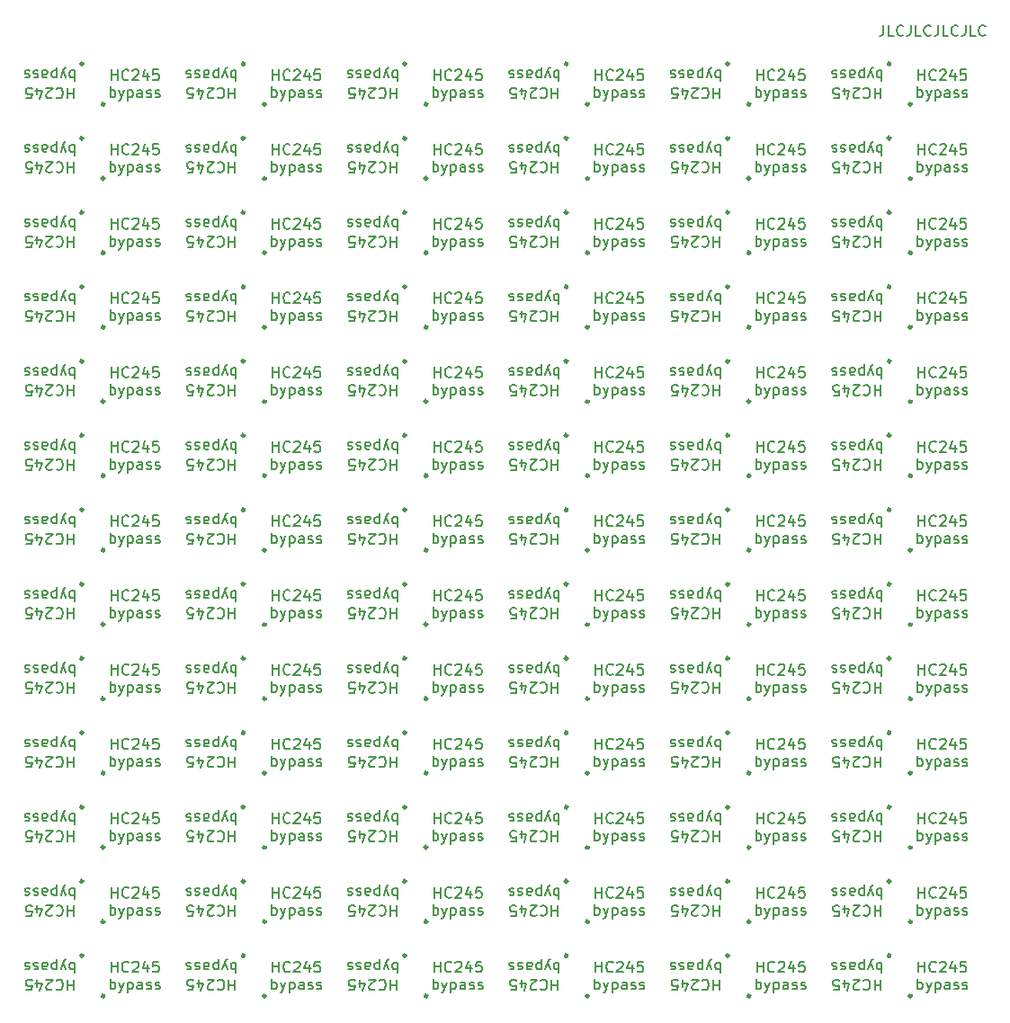
<source format=gbr>
%TF.GenerationSoftware,KiCad,Pcbnew,7.0.7*%
%TF.CreationDate,2023-11-20T22:24:28+01:00*%
%TF.ProjectId,hc245t-bypass-panel,68633234-3574-42d6-9279-706173732d70,rev?*%
%TF.SameCoordinates,Original*%
%TF.FileFunction,Legend,Top*%
%TF.FilePolarity,Positive*%
%FSLAX46Y46*%
G04 Gerber Fmt 4.6, Leading zero omitted, Abs format (unit mm)*
G04 Created by KiCad (PCBNEW 7.0.7) date 2023-11-20 22:24:28*
%MOMM*%
%LPD*%
G01*
G04 APERTURE LIST*
%ADD10C,0.300000*%
%ADD11C,0.150000*%
%ADD12O,0.501600X1.101600*%
G04 APERTURE END LIST*
D10*
X26600000Y-31900000D02*
G75*
G03*
X26600000Y-31900000I-100000J0D01*
G01*
X24600000Y-28100000D02*
G75*
G03*
X24600000Y-28100000I-100000J0D01*
G01*
X24600000Y-21100000D02*
G75*
G03*
X24600000Y-21100000I-100000J0D01*
G01*
X26600000Y-24900000D02*
G75*
G03*
X26600000Y-24900000I-100000J0D01*
G01*
X41800000Y-59900000D02*
G75*
G03*
X41800000Y-59900000I-100000J0D01*
G01*
X70200000Y-70100000D02*
G75*
G03*
X70200000Y-70100000I-100000J0D01*
G01*
X100600000Y-84100000D02*
G75*
G03*
X100600000Y-84100000I-100000J0D01*
G01*
X85400000Y-49100000D02*
G75*
G03*
X85400000Y-49100000I-100000J0D01*
G01*
X85400000Y-63100000D02*
G75*
G03*
X85400000Y-63100000I-100000J0D01*
G01*
X72200000Y-45900000D02*
G75*
G03*
X72200000Y-45900000I-100000J0D01*
G01*
X24600000Y-77100000D02*
G75*
G03*
X24600000Y-77100000I-100000J0D01*
G01*
X24600000Y-84100000D02*
G75*
G03*
X24600000Y-84100000I-100000J0D01*
G01*
X100600000Y-70100000D02*
G75*
G03*
X100600000Y-70100000I-100000J0D01*
G01*
X85400000Y-21100000D02*
G75*
G03*
X85400000Y-21100000I-100000J0D01*
G01*
X72200000Y-31900000D02*
G75*
G03*
X72200000Y-31900000I-100000J0D01*
G01*
X26600000Y-38900000D02*
G75*
G03*
X26600000Y-38900000I-100000J0D01*
G01*
X24600000Y-70100000D02*
G75*
G03*
X24600000Y-70100000I-100000J0D01*
G01*
X70200000Y-35100000D02*
G75*
G03*
X70200000Y-35100000I-100000J0D01*
G01*
X41800000Y-108900000D02*
G75*
G03*
X41800000Y-108900000I-100000J0D01*
G01*
X102600000Y-59900000D02*
G75*
G03*
X102600000Y-59900000I-100000J0D01*
G01*
X72200000Y-66900000D02*
G75*
G03*
X72200000Y-66900000I-100000J0D01*
G01*
X41800000Y-101900000D02*
G75*
G03*
X41800000Y-101900000I-100000J0D01*
G01*
X55000000Y-21100000D02*
G75*
G03*
X55000000Y-21100000I-100000J0D01*
G01*
X57000000Y-80900000D02*
G75*
G03*
X57000000Y-80900000I-100000J0D01*
G01*
X26600000Y-73900000D02*
G75*
G03*
X26600000Y-73900000I-100000J0D01*
G01*
X102600000Y-73900000D02*
G75*
G03*
X102600000Y-73900000I-100000J0D01*
G01*
X100600000Y-63100000D02*
G75*
G03*
X100600000Y-63100000I-100000J0D01*
G01*
X102600000Y-80900000D02*
G75*
G03*
X102600000Y-80900000I-100000J0D01*
G01*
X57000000Y-31900000D02*
G75*
G03*
X57000000Y-31900000I-100000J0D01*
G01*
X102600000Y-24900000D02*
G75*
G03*
X102600000Y-24900000I-100000J0D01*
G01*
X57000000Y-38900000D02*
G75*
G03*
X57000000Y-38900000I-100000J0D01*
G01*
X72200000Y-24900000D02*
G75*
G03*
X72200000Y-24900000I-100000J0D01*
G01*
X72200000Y-94900000D02*
G75*
G03*
X72200000Y-94900000I-100000J0D01*
G01*
X87400000Y-45900000D02*
G75*
G03*
X87400000Y-45900000I-100000J0D01*
G01*
X57000000Y-108900000D02*
G75*
G03*
X57000000Y-108900000I-100000J0D01*
G01*
X70200000Y-105100000D02*
G75*
G03*
X70200000Y-105100000I-100000J0D01*
G01*
X39800000Y-91100000D02*
G75*
G03*
X39800000Y-91100000I-100000J0D01*
G01*
X70200000Y-28100000D02*
G75*
G03*
X70200000Y-28100000I-100000J0D01*
G01*
X100600000Y-49100000D02*
G75*
G03*
X100600000Y-49100000I-100000J0D01*
G01*
X70200000Y-42100000D02*
G75*
G03*
X70200000Y-42100000I-100000J0D01*
G01*
X100600000Y-98100000D02*
G75*
G03*
X100600000Y-98100000I-100000J0D01*
G01*
X39800000Y-56100000D02*
G75*
G03*
X39800000Y-56100000I-100000J0D01*
G01*
X72200000Y-52900000D02*
G75*
G03*
X72200000Y-52900000I-100000J0D01*
G01*
X100600000Y-21100000D02*
G75*
G03*
X100600000Y-21100000I-100000J0D01*
G01*
X39800000Y-21100000D02*
G75*
G03*
X39800000Y-21100000I-100000J0D01*
G01*
X39800000Y-63100000D02*
G75*
G03*
X39800000Y-63100000I-100000J0D01*
G01*
X55000000Y-28100000D02*
G75*
G03*
X55000000Y-28100000I-100000J0D01*
G01*
X70200000Y-91100000D02*
G75*
G03*
X70200000Y-91100000I-100000J0D01*
G01*
X26600000Y-101900000D02*
G75*
G03*
X26600000Y-101900000I-100000J0D01*
G01*
X102600000Y-94900000D02*
G75*
G03*
X102600000Y-94900000I-100000J0D01*
G01*
X87400000Y-59900000D02*
G75*
G03*
X87400000Y-59900000I-100000J0D01*
G01*
X57000000Y-87900000D02*
G75*
G03*
X57000000Y-87900000I-100000J0D01*
G01*
X41800000Y-73900000D02*
G75*
G03*
X41800000Y-73900000I-100000J0D01*
G01*
X100600000Y-77100000D02*
G75*
G03*
X100600000Y-77100000I-100000J0D01*
G01*
X70200000Y-49100000D02*
G75*
G03*
X70200000Y-49100000I-100000J0D01*
G01*
X39800000Y-77100000D02*
G75*
G03*
X39800000Y-77100000I-100000J0D01*
G01*
X85400000Y-35100000D02*
G75*
G03*
X85400000Y-35100000I-100000J0D01*
G01*
X24600000Y-42100000D02*
G75*
G03*
X24600000Y-42100000I-100000J0D01*
G01*
X72200000Y-38900000D02*
G75*
G03*
X72200000Y-38900000I-100000J0D01*
G01*
X85400000Y-42100000D02*
G75*
G03*
X85400000Y-42100000I-100000J0D01*
G01*
X87400000Y-108900000D02*
G75*
G03*
X87400000Y-108900000I-100000J0D01*
G01*
X102600000Y-101900000D02*
G75*
G03*
X102600000Y-101900000I-100000J0D01*
G01*
X41800000Y-45900000D02*
G75*
G03*
X41800000Y-45900000I-100000J0D01*
G01*
X55000000Y-42100000D02*
G75*
G03*
X55000000Y-42100000I-100000J0D01*
G01*
X39800000Y-42100000D02*
G75*
G03*
X39800000Y-42100000I-100000J0D01*
G01*
X70200000Y-56100000D02*
G75*
G03*
X70200000Y-56100000I-100000J0D01*
G01*
X57000000Y-101900000D02*
G75*
G03*
X57000000Y-101900000I-100000J0D01*
G01*
X24600000Y-91100000D02*
G75*
G03*
X24600000Y-91100000I-100000J0D01*
G01*
X55000000Y-49100000D02*
G75*
G03*
X55000000Y-49100000I-100000J0D01*
G01*
X87400000Y-94900000D02*
G75*
G03*
X87400000Y-94900000I-100000J0D01*
G01*
X57000000Y-73900000D02*
G75*
G03*
X57000000Y-73900000I-100000J0D01*
G01*
X100600000Y-56100000D02*
G75*
G03*
X100600000Y-56100000I-100000J0D01*
G01*
X57000000Y-24900000D02*
G75*
G03*
X57000000Y-24900000I-100000J0D01*
G01*
X41800000Y-87900000D02*
G75*
G03*
X41800000Y-87900000I-100000J0D01*
G01*
X39800000Y-70100000D02*
G75*
G03*
X39800000Y-70100000I-100000J0D01*
G01*
X87400000Y-101900000D02*
G75*
G03*
X87400000Y-101900000I-100000J0D01*
G01*
X100600000Y-35100000D02*
G75*
G03*
X100600000Y-35100000I-100000J0D01*
G01*
X72200000Y-87900000D02*
G75*
G03*
X72200000Y-87900000I-100000J0D01*
G01*
X41800000Y-31900000D02*
G75*
G03*
X41800000Y-31900000I-100000J0D01*
G01*
X57000000Y-94900000D02*
G75*
G03*
X57000000Y-94900000I-100000J0D01*
G01*
X41800000Y-24900000D02*
G75*
G03*
X41800000Y-24900000I-100000J0D01*
G01*
X39800000Y-49100000D02*
G75*
G03*
X39800000Y-49100000I-100000J0D01*
G01*
X39800000Y-84100000D02*
G75*
G03*
X39800000Y-84100000I-100000J0D01*
G01*
X70200000Y-63100000D02*
G75*
G03*
X70200000Y-63100000I-100000J0D01*
G01*
X85400000Y-84100000D02*
G75*
G03*
X85400000Y-84100000I-100000J0D01*
G01*
X102600000Y-66900000D02*
G75*
G03*
X102600000Y-66900000I-100000J0D01*
G01*
X70200000Y-77100000D02*
G75*
G03*
X70200000Y-77100000I-100000J0D01*
G01*
X39800000Y-105100000D02*
G75*
G03*
X39800000Y-105100000I-100000J0D01*
G01*
X55000000Y-77100000D02*
G75*
G03*
X55000000Y-77100000I-100000J0D01*
G01*
X102600000Y-108900000D02*
G75*
G03*
X102600000Y-108900000I-100000J0D01*
G01*
X41800000Y-52900000D02*
G75*
G03*
X41800000Y-52900000I-100000J0D01*
G01*
X85400000Y-77100000D02*
G75*
G03*
X85400000Y-77100000I-100000J0D01*
G01*
X55000000Y-35100000D02*
G75*
G03*
X55000000Y-35100000I-100000J0D01*
G01*
X100600000Y-28100000D02*
G75*
G03*
X100600000Y-28100000I-100000J0D01*
G01*
X87400000Y-38900000D02*
G75*
G03*
X87400000Y-38900000I-100000J0D01*
G01*
X70200000Y-98100000D02*
G75*
G03*
X70200000Y-98100000I-100000J0D01*
G01*
X70200000Y-84100000D02*
G75*
G03*
X70200000Y-84100000I-100000J0D01*
G01*
X55000000Y-98100000D02*
G75*
G03*
X55000000Y-98100000I-100000J0D01*
G01*
X57000000Y-59900000D02*
G75*
G03*
X57000000Y-59900000I-100000J0D01*
G01*
X57000000Y-45900000D02*
G75*
G03*
X57000000Y-45900000I-100000J0D01*
G01*
X26600000Y-87900000D02*
G75*
G03*
X26600000Y-87900000I-100000J0D01*
G01*
X72200000Y-73900000D02*
G75*
G03*
X72200000Y-73900000I-100000J0D01*
G01*
X26600000Y-52900000D02*
G75*
G03*
X26600000Y-52900000I-100000J0D01*
G01*
X72200000Y-101900000D02*
G75*
G03*
X72200000Y-101900000I-100000J0D01*
G01*
X39800000Y-35100000D02*
G75*
G03*
X39800000Y-35100000I-100000J0D01*
G01*
X87400000Y-80900000D02*
G75*
G03*
X87400000Y-80900000I-100000J0D01*
G01*
X85400000Y-91100000D02*
G75*
G03*
X85400000Y-91100000I-100000J0D01*
G01*
X100600000Y-91100000D02*
G75*
G03*
X100600000Y-91100000I-100000J0D01*
G01*
X55000000Y-84100000D02*
G75*
G03*
X55000000Y-84100000I-100000J0D01*
G01*
X102600000Y-52900000D02*
G75*
G03*
X102600000Y-52900000I-100000J0D01*
G01*
X102600000Y-87900000D02*
G75*
G03*
X102600000Y-87900000I-100000J0D01*
G01*
X55000000Y-91100000D02*
G75*
G03*
X55000000Y-91100000I-100000J0D01*
G01*
X85400000Y-28100000D02*
G75*
G03*
X85400000Y-28100000I-100000J0D01*
G01*
X26600000Y-59900000D02*
G75*
G03*
X26600000Y-59900000I-100000J0D01*
G01*
X72200000Y-59900000D02*
G75*
G03*
X72200000Y-59900000I-100000J0D01*
G01*
X87400000Y-73900000D02*
G75*
G03*
X87400000Y-73900000I-100000J0D01*
G01*
X55000000Y-105100000D02*
G75*
G03*
X55000000Y-105100000I-100000J0D01*
G01*
X55000000Y-63100000D02*
G75*
G03*
X55000000Y-63100000I-100000J0D01*
G01*
X57000000Y-52900000D02*
G75*
G03*
X57000000Y-52900000I-100000J0D01*
G01*
X85400000Y-105100000D02*
G75*
G03*
X85400000Y-105100000I-100000J0D01*
G01*
X26600000Y-108900000D02*
G75*
G03*
X26600000Y-108900000I-100000J0D01*
G01*
X39800000Y-28100000D02*
G75*
G03*
X39800000Y-28100000I-100000J0D01*
G01*
X100600000Y-105100000D02*
G75*
G03*
X100600000Y-105100000I-100000J0D01*
G01*
X85400000Y-56100000D02*
G75*
G03*
X85400000Y-56100000I-100000J0D01*
G01*
X26600000Y-45900000D02*
G75*
G03*
X26600000Y-45900000I-100000J0D01*
G01*
X55000000Y-70100000D02*
G75*
G03*
X55000000Y-70100000I-100000J0D01*
G01*
X70200000Y-21100000D02*
G75*
G03*
X70200000Y-21100000I-100000J0D01*
G01*
X87400000Y-24900000D02*
G75*
G03*
X87400000Y-24900000I-100000J0D01*
G01*
X24600000Y-105100000D02*
G75*
G03*
X24600000Y-105100000I-100000J0D01*
G01*
X24600000Y-49100000D02*
G75*
G03*
X24600000Y-49100000I-100000J0D01*
G01*
X24600000Y-63100000D02*
G75*
G03*
X24600000Y-63100000I-100000J0D01*
G01*
X41800000Y-80900000D02*
G75*
G03*
X41800000Y-80900000I-100000J0D01*
G01*
X55000000Y-56100000D02*
G75*
G03*
X55000000Y-56100000I-100000J0D01*
G01*
X41800000Y-94900000D02*
G75*
G03*
X41800000Y-94900000I-100000J0D01*
G01*
X87400000Y-87900000D02*
G75*
G03*
X87400000Y-87900000I-100000J0D01*
G01*
X41800000Y-66900000D02*
G75*
G03*
X41800000Y-66900000I-100000J0D01*
G01*
X26600000Y-66900000D02*
G75*
G03*
X26600000Y-66900000I-100000J0D01*
G01*
X102600000Y-38900000D02*
G75*
G03*
X102600000Y-38900000I-100000J0D01*
G01*
X26600000Y-94900000D02*
G75*
G03*
X26600000Y-94900000I-100000J0D01*
G01*
X102600000Y-45900000D02*
G75*
G03*
X102600000Y-45900000I-100000J0D01*
G01*
X102600000Y-31900000D02*
G75*
G03*
X102600000Y-31900000I-100000J0D01*
G01*
X87400000Y-52900000D02*
G75*
G03*
X87400000Y-52900000I-100000J0D01*
G01*
X26600000Y-80900000D02*
G75*
G03*
X26600000Y-80900000I-100000J0D01*
G01*
X85400000Y-98100000D02*
G75*
G03*
X85400000Y-98100000I-100000J0D01*
G01*
X24600000Y-35100000D02*
G75*
G03*
X24600000Y-35100000I-100000J0D01*
G01*
X87400000Y-31900000D02*
G75*
G03*
X87400000Y-31900000I-100000J0D01*
G01*
X41800000Y-38900000D02*
G75*
G03*
X41800000Y-38900000I-100000J0D01*
G01*
X72200000Y-80900000D02*
G75*
G03*
X72200000Y-80900000I-100000J0D01*
G01*
X39800000Y-98100000D02*
G75*
G03*
X39800000Y-98100000I-100000J0D01*
G01*
X72200000Y-108900000D02*
G75*
G03*
X72200000Y-108900000I-100000J0D01*
G01*
X57000000Y-66900000D02*
G75*
G03*
X57000000Y-66900000I-100000J0D01*
G01*
X24600000Y-56100000D02*
G75*
G03*
X24600000Y-56100000I-100000J0D01*
G01*
X85400000Y-70100000D02*
G75*
G03*
X85400000Y-70100000I-100000J0D01*
G01*
X100600000Y-42100000D02*
G75*
G03*
X100600000Y-42100000I-100000J0D01*
G01*
X24600000Y-98100000D02*
G75*
G03*
X24600000Y-98100000I-100000J0D01*
G01*
X87400000Y-66900000D02*
G75*
G03*
X87400000Y-66900000I-100000J0D01*
G01*
D11*
X27285714Y-29649819D02*
X27285714Y-28649819D01*
X27285714Y-29126009D02*
X27857142Y-29126009D01*
X27857142Y-29649819D02*
X27857142Y-28649819D01*
X28904761Y-29554580D02*
X28857142Y-29602200D01*
X28857142Y-29602200D02*
X28714285Y-29649819D01*
X28714285Y-29649819D02*
X28619047Y-29649819D01*
X28619047Y-29649819D02*
X28476190Y-29602200D01*
X28476190Y-29602200D02*
X28380952Y-29506961D01*
X28380952Y-29506961D02*
X28333333Y-29411723D01*
X28333333Y-29411723D02*
X28285714Y-29221247D01*
X28285714Y-29221247D02*
X28285714Y-29078390D01*
X28285714Y-29078390D02*
X28333333Y-28887914D01*
X28333333Y-28887914D02*
X28380952Y-28792676D01*
X28380952Y-28792676D02*
X28476190Y-28697438D01*
X28476190Y-28697438D02*
X28619047Y-28649819D01*
X28619047Y-28649819D02*
X28714285Y-28649819D01*
X28714285Y-28649819D02*
X28857142Y-28697438D01*
X28857142Y-28697438D02*
X28904761Y-28745057D01*
X29285714Y-28745057D02*
X29333333Y-28697438D01*
X29333333Y-28697438D02*
X29428571Y-28649819D01*
X29428571Y-28649819D02*
X29666666Y-28649819D01*
X29666666Y-28649819D02*
X29761904Y-28697438D01*
X29761904Y-28697438D02*
X29809523Y-28745057D01*
X29809523Y-28745057D02*
X29857142Y-28840295D01*
X29857142Y-28840295D02*
X29857142Y-28935533D01*
X29857142Y-28935533D02*
X29809523Y-29078390D01*
X29809523Y-29078390D02*
X29238095Y-29649819D01*
X29238095Y-29649819D02*
X29857142Y-29649819D01*
X30714285Y-28983152D02*
X30714285Y-29649819D01*
X30476190Y-28602200D02*
X30238095Y-29316485D01*
X30238095Y-29316485D02*
X30857142Y-29316485D01*
X31714285Y-28649819D02*
X31238095Y-28649819D01*
X31238095Y-28649819D02*
X31190476Y-29126009D01*
X31190476Y-29126009D02*
X31238095Y-29078390D01*
X31238095Y-29078390D02*
X31333333Y-29030771D01*
X31333333Y-29030771D02*
X31571428Y-29030771D01*
X31571428Y-29030771D02*
X31666666Y-29078390D01*
X31666666Y-29078390D02*
X31714285Y-29126009D01*
X31714285Y-29126009D02*
X31761904Y-29221247D01*
X31761904Y-29221247D02*
X31761904Y-29459342D01*
X31761904Y-29459342D02*
X31714285Y-29554580D01*
X31714285Y-29554580D02*
X31666666Y-29602200D01*
X31666666Y-29602200D02*
X31571428Y-29649819D01*
X31571428Y-29649819D02*
X31333333Y-29649819D01*
X31333333Y-29649819D02*
X31238095Y-29602200D01*
X31238095Y-29602200D02*
X31190476Y-29554580D01*
X27190476Y-31259819D02*
X27190476Y-30259819D01*
X27190476Y-30640771D02*
X27285714Y-30593152D01*
X27285714Y-30593152D02*
X27476190Y-30593152D01*
X27476190Y-30593152D02*
X27571428Y-30640771D01*
X27571428Y-30640771D02*
X27619047Y-30688390D01*
X27619047Y-30688390D02*
X27666666Y-30783628D01*
X27666666Y-30783628D02*
X27666666Y-31069342D01*
X27666666Y-31069342D02*
X27619047Y-31164580D01*
X27619047Y-31164580D02*
X27571428Y-31212200D01*
X27571428Y-31212200D02*
X27476190Y-31259819D01*
X27476190Y-31259819D02*
X27285714Y-31259819D01*
X27285714Y-31259819D02*
X27190476Y-31212200D01*
X28000000Y-30593152D02*
X28238095Y-31259819D01*
X28476190Y-30593152D02*
X28238095Y-31259819D01*
X28238095Y-31259819D02*
X28142857Y-31497914D01*
X28142857Y-31497914D02*
X28095238Y-31545533D01*
X28095238Y-31545533D02*
X28000000Y-31593152D01*
X28857143Y-30593152D02*
X28857143Y-31593152D01*
X28857143Y-30640771D02*
X28952381Y-30593152D01*
X28952381Y-30593152D02*
X29142857Y-30593152D01*
X29142857Y-30593152D02*
X29238095Y-30640771D01*
X29238095Y-30640771D02*
X29285714Y-30688390D01*
X29285714Y-30688390D02*
X29333333Y-30783628D01*
X29333333Y-30783628D02*
X29333333Y-31069342D01*
X29333333Y-31069342D02*
X29285714Y-31164580D01*
X29285714Y-31164580D02*
X29238095Y-31212200D01*
X29238095Y-31212200D02*
X29142857Y-31259819D01*
X29142857Y-31259819D02*
X28952381Y-31259819D01*
X28952381Y-31259819D02*
X28857143Y-31212200D01*
X30190476Y-31259819D02*
X30190476Y-30736009D01*
X30190476Y-30736009D02*
X30142857Y-30640771D01*
X30142857Y-30640771D02*
X30047619Y-30593152D01*
X30047619Y-30593152D02*
X29857143Y-30593152D01*
X29857143Y-30593152D02*
X29761905Y-30640771D01*
X30190476Y-31212200D02*
X30095238Y-31259819D01*
X30095238Y-31259819D02*
X29857143Y-31259819D01*
X29857143Y-31259819D02*
X29761905Y-31212200D01*
X29761905Y-31212200D02*
X29714286Y-31116961D01*
X29714286Y-31116961D02*
X29714286Y-31021723D01*
X29714286Y-31021723D02*
X29761905Y-30926485D01*
X29761905Y-30926485D02*
X29857143Y-30878866D01*
X29857143Y-30878866D02*
X30095238Y-30878866D01*
X30095238Y-30878866D02*
X30190476Y-30831247D01*
X30619048Y-31212200D02*
X30714286Y-31259819D01*
X30714286Y-31259819D02*
X30904762Y-31259819D01*
X30904762Y-31259819D02*
X31000000Y-31212200D01*
X31000000Y-31212200D02*
X31047619Y-31116961D01*
X31047619Y-31116961D02*
X31047619Y-31069342D01*
X31047619Y-31069342D02*
X31000000Y-30974104D01*
X31000000Y-30974104D02*
X30904762Y-30926485D01*
X30904762Y-30926485D02*
X30761905Y-30926485D01*
X30761905Y-30926485D02*
X30666667Y-30878866D01*
X30666667Y-30878866D02*
X30619048Y-30783628D01*
X30619048Y-30783628D02*
X30619048Y-30736009D01*
X30619048Y-30736009D02*
X30666667Y-30640771D01*
X30666667Y-30640771D02*
X30761905Y-30593152D01*
X30761905Y-30593152D02*
X30904762Y-30593152D01*
X30904762Y-30593152D02*
X31000000Y-30640771D01*
X31428572Y-31212200D02*
X31523810Y-31259819D01*
X31523810Y-31259819D02*
X31714286Y-31259819D01*
X31714286Y-31259819D02*
X31809524Y-31212200D01*
X31809524Y-31212200D02*
X31857143Y-31116961D01*
X31857143Y-31116961D02*
X31857143Y-31069342D01*
X31857143Y-31069342D02*
X31809524Y-30974104D01*
X31809524Y-30974104D02*
X31714286Y-30926485D01*
X31714286Y-30926485D02*
X31571429Y-30926485D01*
X31571429Y-30926485D02*
X31476191Y-30878866D01*
X31476191Y-30878866D02*
X31428572Y-30783628D01*
X31428572Y-30783628D02*
X31428572Y-30736009D01*
X31428572Y-30736009D02*
X31476191Y-30640771D01*
X31476191Y-30640771D02*
X31571429Y-30593152D01*
X31571429Y-30593152D02*
X31714286Y-30593152D01*
X31714286Y-30593152D02*
X31809524Y-30640771D01*
X23714285Y-30350180D02*
X23714285Y-31350180D01*
X23714285Y-30873990D02*
X23142857Y-30873990D01*
X23142857Y-30350180D02*
X23142857Y-31350180D01*
X22095238Y-30445419D02*
X22142857Y-30397800D01*
X22142857Y-30397800D02*
X22285714Y-30350180D01*
X22285714Y-30350180D02*
X22380952Y-30350180D01*
X22380952Y-30350180D02*
X22523809Y-30397800D01*
X22523809Y-30397800D02*
X22619047Y-30493038D01*
X22619047Y-30493038D02*
X22666666Y-30588276D01*
X22666666Y-30588276D02*
X22714285Y-30778752D01*
X22714285Y-30778752D02*
X22714285Y-30921609D01*
X22714285Y-30921609D02*
X22666666Y-31112085D01*
X22666666Y-31112085D02*
X22619047Y-31207323D01*
X22619047Y-31207323D02*
X22523809Y-31302561D01*
X22523809Y-31302561D02*
X22380952Y-31350180D01*
X22380952Y-31350180D02*
X22285714Y-31350180D01*
X22285714Y-31350180D02*
X22142857Y-31302561D01*
X22142857Y-31302561D02*
X22095238Y-31254942D01*
X21714285Y-31254942D02*
X21666666Y-31302561D01*
X21666666Y-31302561D02*
X21571428Y-31350180D01*
X21571428Y-31350180D02*
X21333333Y-31350180D01*
X21333333Y-31350180D02*
X21238095Y-31302561D01*
X21238095Y-31302561D02*
X21190476Y-31254942D01*
X21190476Y-31254942D02*
X21142857Y-31159704D01*
X21142857Y-31159704D02*
X21142857Y-31064466D01*
X21142857Y-31064466D02*
X21190476Y-30921609D01*
X21190476Y-30921609D02*
X21761904Y-30350180D01*
X21761904Y-30350180D02*
X21142857Y-30350180D01*
X20285714Y-31016847D02*
X20285714Y-30350180D01*
X20523809Y-31397800D02*
X20761904Y-30683514D01*
X20761904Y-30683514D02*
X20142857Y-30683514D01*
X19285714Y-31350180D02*
X19761904Y-31350180D01*
X19761904Y-31350180D02*
X19809523Y-30873990D01*
X19809523Y-30873990D02*
X19761904Y-30921609D01*
X19761904Y-30921609D02*
X19666666Y-30969228D01*
X19666666Y-30969228D02*
X19428571Y-30969228D01*
X19428571Y-30969228D02*
X19333333Y-30921609D01*
X19333333Y-30921609D02*
X19285714Y-30873990D01*
X19285714Y-30873990D02*
X19238095Y-30778752D01*
X19238095Y-30778752D02*
X19238095Y-30540657D01*
X19238095Y-30540657D02*
X19285714Y-30445419D01*
X19285714Y-30445419D02*
X19333333Y-30397800D01*
X19333333Y-30397800D02*
X19428571Y-30350180D01*
X19428571Y-30350180D02*
X19666666Y-30350180D01*
X19666666Y-30350180D02*
X19761904Y-30397800D01*
X19761904Y-30397800D02*
X19809523Y-30445419D01*
X23809523Y-28740180D02*
X23809523Y-29740180D01*
X23809523Y-29359228D02*
X23714285Y-29406847D01*
X23714285Y-29406847D02*
X23523809Y-29406847D01*
X23523809Y-29406847D02*
X23428571Y-29359228D01*
X23428571Y-29359228D02*
X23380952Y-29311609D01*
X23380952Y-29311609D02*
X23333333Y-29216371D01*
X23333333Y-29216371D02*
X23333333Y-28930657D01*
X23333333Y-28930657D02*
X23380952Y-28835419D01*
X23380952Y-28835419D02*
X23428571Y-28787800D01*
X23428571Y-28787800D02*
X23523809Y-28740180D01*
X23523809Y-28740180D02*
X23714285Y-28740180D01*
X23714285Y-28740180D02*
X23809523Y-28787800D01*
X22999999Y-29406847D02*
X22761904Y-28740180D01*
X22523809Y-29406847D02*
X22761904Y-28740180D01*
X22761904Y-28740180D02*
X22857142Y-28502085D01*
X22857142Y-28502085D02*
X22904761Y-28454466D01*
X22904761Y-28454466D02*
X22999999Y-28406847D01*
X22142856Y-29406847D02*
X22142856Y-28406847D01*
X22142856Y-29359228D02*
X22047618Y-29406847D01*
X22047618Y-29406847D02*
X21857142Y-29406847D01*
X21857142Y-29406847D02*
X21761904Y-29359228D01*
X21761904Y-29359228D02*
X21714285Y-29311609D01*
X21714285Y-29311609D02*
X21666666Y-29216371D01*
X21666666Y-29216371D02*
X21666666Y-28930657D01*
X21666666Y-28930657D02*
X21714285Y-28835419D01*
X21714285Y-28835419D02*
X21761904Y-28787800D01*
X21761904Y-28787800D02*
X21857142Y-28740180D01*
X21857142Y-28740180D02*
X22047618Y-28740180D01*
X22047618Y-28740180D02*
X22142856Y-28787800D01*
X20809523Y-28740180D02*
X20809523Y-29263990D01*
X20809523Y-29263990D02*
X20857142Y-29359228D01*
X20857142Y-29359228D02*
X20952380Y-29406847D01*
X20952380Y-29406847D02*
X21142856Y-29406847D01*
X21142856Y-29406847D02*
X21238094Y-29359228D01*
X20809523Y-28787800D02*
X20904761Y-28740180D01*
X20904761Y-28740180D02*
X21142856Y-28740180D01*
X21142856Y-28740180D02*
X21238094Y-28787800D01*
X21238094Y-28787800D02*
X21285713Y-28883038D01*
X21285713Y-28883038D02*
X21285713Y-28978276D01*
X21285713Y-28978276D02*
X21238094Y-29073514D01*
X21238094Y-29073514D02*
X21142856Y-29121133D01*
X21142856Y-29121133D02*
X20904761Y-29121133D01*
X20904761Y-29121133D02*
X20809523Y-29168752D01*
X20380951Y-28787800D02*
X20285713Y-28740180D01*
X20285713Y-28740180D02*
X20095237Y-28740180D01*
X20095237Y-28740180D02*
X19999999Y-28787800D01*
X19999999Y-28787800D02*
X19952380Y-28883038D01*
X19952380Y-28883038D02*
X19952380Y-28930657D01*
X19952380Y-28930657D02*
X19999999Y-29025895D01*
X19999999Y-29025895D02*
X20095237Y-29073514D01*
X20095237Y-29073514D02*
X20238094Y-29073514D01*
X20238094Y-29073514D02*
X20333332Y-29121133D01*
X20333332Y-29121133D02*
X20380951Y-29216371D01*
X20380951Y-29216371D02*
X20380951Y-29263990D01*
X20380951Y-29263990D02*
X20333332Y-29359228D01*
X20333332Y-29359228D02*
X20238094Y-29406847D01*
X20238094Y-29406847D02*
X20095237Y-29406847D01*
X20095237Y-29406847D02*
X19999999Y-29359228D01*
X19571427Y-28787800D02*
X19476189Y-28740180D01*
X19476189Y-28740180D02*
X19285713Y-28740180D01*
X19285713Y-28740180D02*
X19190475Y-28787800D01*
X19190475Y-28787800D02*
X19142856Y-28883038D01*
X19142856Y-28883038D02*
X19142856Y-28930657D01*
X19142856Y-28930657D02*
X19190475Y-29025895D01*
X19190475Y-29025895D02*
X19285713Y-29073514D01*
X19285713Y-29073514D02*
X19428570Y-29073514D01*
X19428570Y-29073514D02*
X19523808Y-29121133D01*
X19523808Y-29121133D02*
X19571427Y-29216371D01*
X19571427Y-29216371D02*
X19571427Y-29263990D01*
X19571427Y-29263990D02*
X19523808Y-29359228D01*
X19523808Y-29359228D02*
X19428570Y-29406847D01*
X19428570Y-29406847D02*
X19285713Y-29406847D01*
X19285713Y-29406847D02*
X19190475Y-29359228D01*
X23714285Y-23350180D02*
X23714285Y-24350180D01*
X23714285Y-23873990D02*
X23142857Y-23873990D01*
X23142857Y-23350180D02*
X23142857Y-24350180D01*
X22095238Y-23445419D02*
X22142857Y-23397800D01*
X22142857Y-23397800D02*
X22285714Y-23350180D01*
X22285714Y-23350180D02*
X22380952Y-23350180D01*
X22380952Y-23350180D02*
X22523809Y-23397800D01*
X22523809Y-23397800D02*
X22619047Y-23493038D01*
X22619047Y-23493038D02*
X22666666Y-23588276D01*
X22666666Y-23588276D02*
X22714285Y-23778752D01*
X22714285Y-23778752D02*
X22714285Y-23921609D01*
X22714285Y-23921609D02*
X22666666Y-24112085D01*
X22666666Y-24112085D02*
X22619047Y-24207323D01*
X22619047Y-24207323D02*
X22523809Y-24302561D01*
X22523809Y-24302561D02*
X22380952Y-24350180D01*
X22380952Y-24350180D02*
X22285714Y-24350180D01*
X22285714Y-24350180D02*
X22142857Y-24302561D01*
X22142857Y-24302561D02*
X22095238Y-24254942D01*
X21714285Y-24254942D02*
X21666666Y-24302561D01*
X21666666Y-24302561D02*
X21571428Y-24350180D01*
X21571428Y-24350180D02*
X21333333Y-24350180D01*
X21333333Y-24350180D02*
X21238095Y-24302561D01*
X21238095Y-24302561D02*
X21190476Y-24254942D01*
X21190476Y-24254942D02*
X21142857Y-24159704D01*
X21142857Y-24159704D02*
X21142857Y-24064466D01*
X21142857Y-24064466D02*
X21190476Y-23921609D01*
X21190476Y-23921609D02*
X21761904Y-23350180D01*
X21761904Y-23350180D02*
X21142857Y-23350180D01*
X20285714Y-24016847D02*
X20285714Y-23350180D01*
X20523809Y-24397800D02*
X20761904Y-23683514D01*
X20761904Y-23683514D02*
X20142857Y-23683514D01*
X19285714Y-24350180D02*
X19761904Y-24350180D01*
X19761904Y-24350180D02*
X19809523Y-23873990D01*
X19809523Y-23873990D02*
X19761904Y-23921609D01*
X19761904Y-23921609D02*
X19666666Y-23969228D01*
X19666666Y-23969228D02*
X19428571Y-23969228D01*
X19428571Y-23969228D02*
X19333333Y-23921609D01*
X19333333Y-23921609D02*
X19285714Y-23873990D01*
X19285714Y-23873990D02*
X19238095Y-23778752D01*
X19238095Y-23778752D02*
X19238095Y-23540657D01*
X19238095Y-23540657D02*
X19285714Y-23445419D01*
X19285714Y-23445419D02*
X19333333Y-23397800D01*
X19333333Y-23397800D02*
X19428571Y-23350180D01*
X19428571Y-23350180D02*
X19666666Y-23350180D01*
X19666666Y-23350180D02*
X19761904Y-23397800D01*
X19761904Y-23397800D02*
X19809523Y-23445419D01*
X23809523Y-21740180D02*
X23809523Y-22740180D01*
X23809523Y-22359228D02*
X23714285Y-22406847D01*
X23714285Y-22406847D02*
X23523809Y-22406847D01*
X23523809Y-22406847D02*
X23428571Y-22359228D01*
X23428571Y-22359228D02*
X23380952Y-22311609D01*
X23380952Y-22311609D02*
X23333333Y-22216371D01*
X23333333Y-22216371D02*
X23333333Y-21930657D01*
X23333333Y-21930657D02*
X23380952Y-21835419D01*
X23380952Y-21835419D02*
X23428571Y-21787800D01*
X23428571Y-21787800D02*
X23523809Y-21740180D01*
X23523809Y-21740180D02*
X23714285Y-21740180D01*
X23714285Y-21740180D02*
X23809523Y-21787800D01*
X22999999Y-22406847D02*
X22761904Y-21740180D01*
X22523809Y-22406847D02*
X22761904Y-21740180D01*
X22761904Y-21740180D02*
X22857142Y-21502085D01*
X22857142Y-21502085D02*
X22904761Y-21454466D01*
X22904761Y-21454466D02*
X22999999Y-21406847D01*
X22142856Y-22406847D02*
X22142856Y-21406847D01*
X22142856Y-22359228D02*
X22047618Y-22406847D01*
X22047618Y-22406847D02*
X21857142Y-22406847D01*
X21857142Y-22406847D02*
X21761904Y-22359228D01*
X21761904Y-22359228D02*
X21714285Y-22311609D01*
X21714285Y-22311609D02*
X21666666Y-22216371D01*
X21666666Y-22216371D02*
X21666666Y-21930657D01*
X21666666Y-21930657D02*
X21714285Y-21835419D01*
X21714285Y-21835419D02*
X21761904Y-21787800D01*
X21761904Y-21787800D02*
X21857142Y-21740180D01*
X21857142Y-21740180D02*
X22047618Y-21740180D01*
X22047618Y-21740180D02*
X22142856Y-21787800D01*
X20809523Y-21740180D02*
X20809523Y-22263990D01*
X20809523Y-22263990D02*
X20857142Y-22359228D01*
X20857142Y-22359228D02*
X20952380Y-22406847D01*
X20952380Y-22406847D02*
X21142856Y-22406847D01*
X21142856Y-22406847D02*
X21238094Y-22359228D01*
X20809523Y-21787800D02*
X20904761Y-21740180D01*
X20904761Y-21740180D02*
X21142856Y-21740180D01*
X21142856Y-21740180D02*
X21238094Y-21787800D01*
X21238094Y-21787800D02*
X21285713Y-21883038D01*
X21285713Y-21883038D02*
X21285713Y-21978276D01*
X21285713Y-21978276D02*
X21238094Y-22073514D01*
X21238094Y-22073514D02*
X21142856Y-22121133D01*
X21142856Y-22121133D02*
X20904761Y-22121133D01*
X20904761Y-22121133D02*
X20809523Y-22168752D01*
X20380951Y-21787800D02*
X20285713Y-21740180D01*
X20285713Y-21740180D02*
X20095237Y-21740180D01*
X20095237Y-21740180D02*
X19999999Y-21787800D01*
X19999999Y-21787800D02*
X19952380Y-21883038D01*
X19952380Y-21883038D02*
X19952380Y-21930657D01*
X19952380Y-21930657D02*
X19999999Y-22025895D01*
X19999999Y-22025895D02*
X20095237Y-22073514D01*
X20095237Y-22073514D02*
X20238094Y-22073514D01*
X20238094Y-22073514D02*
X20333332Y-22121133D01*
X20333332Y-22121133D02*
X20380951Y-22216371D01*
X20380951Y-22216371D02*
X20380951Y-22263990D01*
X20380951Y-22263990D02*
X20333332Y-22359228D01*
X20333332Y-22359228D02*
X20238094Y-22406847D01*
X20238094Y-22406847D02*
X20095237Y-22406847D01*
X20095237Y-22406847D02*
X19999999Y-22359228D01*
X19571427Y-21787800D02*
X19476189Y-21740180D01*
X19476189Y-21740180D02*
X19285713Y-21740180D01*
X19285713Y-21740180D02*
X19190475Y-21787800D01*
X19190475Y-21787800D02*
X19142856Y-21883038D01*
X19142856Y-21883038D02*
X19142856Y-21930657D01*
X19142856Y-21930657D02*
X19190475Y-22025895D01*
X19190475Y-22025895D02*
X19285713Y-22073514D01*
X19285713Y-22073514D02*
X19428570Y-22073514D01*
X19428570Y-22073514D02*
X19523808Y-22121133D01*
X19523808Y-22121133D02*
X19571427Y-22216371D01*
X19571427Y-22216371D02*
X19571427Y-22263990D01*
X19571427Y-22263990D02*
X19523808Y-22359228D01*
X19523808Y-22359228D02*
X19428570Y-22406847D01*
X19428570Y-22406847D02*
X19285713Y-22406847D01*
X19285713Y-22406847D02*
X19190475Y-22359228D01*
X27285714Y-78649819D02*
X27285714Y-77649819D01*
X27285714Y-78126009D02*
X27857142Y-78126009D01*
X27857142Y-78649819D02*
X27857142Y-77649819D01*
X28904761Y-78554580D02*
X28857142Y-78602200D01*
X28857142Y-78602200D02*
X28714285Y-78649819D01*
X28714285Y-78649819D02*
X28619047Y-78649819D01*
X28619047Y-78649819D02*
X28476190Y-78602200D01*
X28476190Y-78602200D02*
X28380952Y-78506961D01*
X28380952Y-78506961D02*
X28333333Y-78411723D01*
X28333333Y-78411723D02*
X28285714Y-78221247D01*
X28285714Y-78221247D02*
X28285714Y-78078390D01*
X28285714Y-78078390D02*
X28333333Y-77887914D01*
X28333333Y-77887914D02*
X28380952Y-77792676D01*
X28380952Y-77792676D02*
X28476190Y-77697438D01*
X28476190Y-77697438D02*
X28619047Y-77649819D01*
X28619047Y-77649819D02*
X28714285Y-77649819D01*
X28714285Y-77649819D02*
X28857142Y-77697438D01*
X28857142Y-77697438D02*
X28904761Y-77745057D01*
X29285714Y-77745057D02*
X29333333Y-77697438D01*
X29333333Y-77697438D02*
X29428571Y-77649819D01*
X29428571Y-77649819D02*
X29666666Y-77649819D01*
X29666666Y-77649819D02*
X29761904Y-77697438D01*
X29761904Y-77697438D02*
X29809523Y-77745057D01*
X29809523Y-77745057D02*
X29857142Y-77840295D01*
X29857142Y-77840295D02*
X29857142Y-77935533D01*
X29857142Y-77935533D02*
X29809523Y-78078390D01*
X29809523Y-78078390D02*
X29238095Y-78649819D01*
X29238095Y-78649819D02*
X29857142Y-78649819D01*
X30714285Y-77983152D02*
X30714285Y-78649819D01*
X30476190Y-77602200D02*
X30238095Y-78316485D01*
X30238095Y-78316485D02*
X30857142Y-78316485D01*
X31714285Y-77649819D02*
X31238095Y-77649819D01*
X31238095Y-77649819D02*
X31190476Y-78126009D01*
X31190476Y-78126009D02*
X31238095Y-78078390D01*
X31238095Y-78078390D02*
X31333333Y-78030771D01*
X31333333Y-78030771D02*
X31571428Y-78030771D01*
X31571428Y-78030771D02*
X31666666Y-78078390D01*
X31666666Y-78078390D02*
X31714285Y-78126009D01*
X31714285Y-78126009D02*
X31761904Y-78221247D01*
X31761904Y-78221247D02*
X31761904Y-78459342D01*
X31761904Y-78459342D02*
X31714285Y-78554580D01*
X31714285Y-78554580D02*
X31666666Y-78602200D01*
X31666666Y-78602200D02*
X31571428Y-78649819D01*
X31571428Y-78649819D02*
X31333333Y-78649819D01*
X31333333Y-78649819D02*
X31238095Y-78602200D01*
X31238095Y-78602200D02*
X31190476Y-78554580D01*
X27190476Y-80259819D02*
X27190476Y-79259819D01*
X27190476Y-79640771D02*
X27285714Y-79593152D01*
X27285714Y-79593152D02*
X27476190Y-79593152D01*
X27476190Y-79593152D02*
X27571428Y-79640771D01*
X27571428Y-79640771D02*
X27619047Y-79688390D01*
X27619047Y-79688390D02*
X27666666Y-79783628D01*
X27666666Y-79783628D02*
X27666666Y-80069342D01*
X27666666Y-80069342D02*
X27619047Y-80164580D01*
X27619047Y-80164580D02*
X27571428Y-80212200D01*
X27571428Y-80212200D02*
X27476190Y-80259819D01*
X27476190Y-80259819D02*
X27285714Y-80259819D01*
X27285714Y-80259819D02*
X27190476Y-80212200D01*
X28000000Y-79593152D02*
X28238095Y-80259819D01*
X28476190Y-79593152D02*
X28238095Y-80259819D01*
X28238095Y-80259819D02*
X28142857Y-80497914D01*
X28142857Y-80497914D02*
X28095238Y-80545533D01*
X28095238Y-80545533D02*
X28000000Y-80593152D01*
X28857143Y-79593152D02*
X28857143Y-80593152D01*
X28857143Y-79640771D02*
X28952381Y-79593152D01*
X28952381Y-79593152D02*
X29142857Y-79593152D01*
X29142857Y-79593152D02*
X29238095Y-79640771D01*
X29238095Y-79640771D02*
X29285714Y-79688390D01*
X29285714Y-79688390D02*
X29333333Y-79783628D01*
X29333333Y-79783628D02*
X29333333Y-80069342D01*
X29333333Y-80069342D02*
X29285714Y-80164580D01*
X29285714Y-80164580D02*
X29238095Y-80212200D01*
X29238095Y-80212200D02*
X29142857Y-80259819D01*
X29142857Y-80259819D02*
X28952381Y-80259819D01*
X28952381Y-80259819D02*
X28857143Y-80212200D01*
X30190476Y-80259819D02*
X30190476Y-79736009D01*
X30190476Y-79736009D02*
X30142857Y-79640771D01*
X30142857Y-79640771D02*
X30047619Y-79593152D01*
X30047619Y-79593152D02*
X29857143Y-79593152D01*
X29857143Y-79593152D02*
X29761905Y-79640771D01*
X30190476Y-80212200D02*
X30095238Y-80259819D01*
X30095238Y-80259819D02*
X29857143Y-80259819D01*
X29857143Y-80259819D02*
X29761905Y-80212200D01*
X29761905Y-80212200D02*
X29714286Y-80116961D01*
X29714286Y-80116961D02*
X29714286Y-80021723D01*
X29714286Y-80021723D02*
X29761905Y-79926485D01*
X29761905Y-79926485D02*
X29857143Y-79878866D01*
X29857143Y-79878866D02*
X30095238Y-79878866D01*
X30095238Y-79878866D02*
X30190476Y-79831247D01*
X30619048Y-80212200D02*
X30714286Y-80259819D01*
X30714286Y-80259819D02*
X30904762Y-80259819D01*
X30904762Y-80259819D02*
X31000000Y-80212200D01*
X31000000Y-80212200D02*
X31047619Y-80116961D01*
X31047619Y-80116961D02*
X31047619Y-80069342D01*
X31047619Y-80069342D02*
X31000000Y-79974104D01*
X31000000Y-79974104D02*
X30904762Y-79926485D01*
X30904762Y-79926485D02*
X30761905Y-79926485D01*
X30761905Y-79926485D02*
X30666667Y-79878866D01*
X30666667Y-79878866D02*
X30619048Y-79783628D01*
X30619048Y-79783628D02*
X30619048Y-79736009D01*
X30619048Y-79736009D02*
X30666667Y-79640771D01*
X30666667Y-79640771D02*
X30761905Y-79593152D01*
X30761905Y-79593152D02*
X30904762Y-79593152D01*
X30904762Y-79593152D02*
X31000000Y-79640771D01*
X31428572Y-80212200D02*
X31523810Y-80259819D01*
X31523810Y-80259819D02*
X31714286Y-80259819D01*
X31714286Y-80259819D02*
X31809524Y-80212200D01*
X31809524Y-80212200D02*
X31857143Y-80116961D01*
X31857143Y-80116961D02*
X31857143Y-80069342D01*
X31857143Y-80069342D02*
X31809524Y-79974104D01*
X31809524Y-79974104D02*
X31714286Y-79926485D01*
X31714286Y-79926485D02*
X31571429Y-79926485D01*
X31571429Y-79926485D02*
X31476191Y-79878866D01*
X31476191Y-79878866D02*
X31428572Y-79783628D01*
X31428572Y-79783628D02*
X31428572Y-79736009D01*
X31428572Y-79736009D02*
X31476191Y-79640771D01*
X31476191Y-79640771D02*
X31571429Y-79593152D01*
X31571429Y-79593152D02*
X31714286Y-79593152D01*
X31714286Y-79593152D02*
X31809524Y-79640771D01*
X72885714Y-50649819D02*
X72885714Y-49649819D01*
X72885714Y-50126009D02*
X73457142Y-50126009D01*
X73457142Y-50649819D02*
X73457142Y-49649819D01*
X74504761Y-50554580D02*
X74457142Y-50602200D01*
X74457142Y-50602200D02*
X74314285Y-50649819D01*
X74314285Y-50649819D02*
X74219047Y-50649819D01*
X74219047Y-50649819D02*
X74076190Y-50602200D01*
X74076190Y-50602200D02*
X73980952Y-50506961D01*
X73980952Y-50506961D02*
X73933333Y-50411723D01*
X73933333Y-50411723D02*
X73885714Y-50221247D01*
X73885714Y-50221247D02*
X73885714Y-50078390D01*
X73885714Y-50078390D02*
X73933333Y-49887914D01*
X73933333Y-49887914D02*
X73980952Y-49792676D01*
X73980952Y-49792676D02*
X74076190Y-49697438D01*
X74076190Y-49697438D02*
X74219047Y-49649819D01*
X74219047Y-49649819D02*
X74314285Y-49649819D01*
X74314285Y-49649819D02*
X74457142Y-49697438D01*
X74457142Y-49697438D02*
X74504761Y-49745057D01*
X74885714Y-49745057D02*
X74933333Y-49697438D01*
X74933333Y-49697438D02*
X75028571Y-49649819D01*
X75028571Y-49649819D02*
X75266666Y-49649819D01*
X75266666Y-49649819D02*
X75361904Y-49697438D01*
X75361904Y-49697438D02*
X75409523Y-49745057D01*
X75409523Y-49745057D02*
X75457142Y-49840295D01*
X75457142Y-49840295D02*
X75457142Y-49935533D01*
X75457142Y-49935533D02*
X75409523Y-50078390D01*
X75409523Y-50078390D02*
X74838095Y-50649819D01*
X74838095Y-50649819D02*
X75457142Y-50649819D01*
X76314285Y-49983152D02*
X76314285Y-50649819D01*
X76076190Y-49602200D02*
X75838095Y-50316485D01*
X75838095Y-50316485D02*
X76457142Y-50316485D01*
X77314285Y-49649819D02*
X76838095Y-49649819D01*
X76838095Y-49649819D02*
X76790476Y-50126009D01*
X76790476Y-50126009D02*
X76838095Y-50078390D01*
X76838095Y-50078390D02*
X76933333Y-50030771D01*
X76933333Y-50030771D02*
X77171428Y-50030771D01*
X77171428Y-50030771D02*
X77266666Y-50078390D01*
X77266666Y-50078390D02*
X77314285Y-50126009D01*
X77314285Y-50126009D02*
X77361904Y-50221247D01*
X77361904Y-50221247D02*
X77361904Y-50459342D01*
X77361904Y-50459342D02*
X77314285Y-50554580D01*
X77314285Y-50554580D02*
X77266666Y-50602200D01*
X77266666Y-50602200D02*
X77171428Y-50649819D01*
X77171428Y-50649819D02*
X76933333Y-50649819D01*
X76933333Y-50649819D02*
X76838095Y-50602200D01*
X76838095Y-50602200D02*
X76790476Y-50554580D01*
X72790476Y-52259819D02*
X72790476Y-51259819D01*
X72790476Y-51640771D02*
X72885714Y-51593152D01*
X72885714Y-51593152D02*
X73076190Y-51593152D01*
X73076190Y-51593152D02*
X73171428Y-51640771D01*
X73171428Y-51640771D02*
X73219047Y-51688390D01*
X73219047Y-51688390D02*
X73266666Y-51783628D01*
X73266666Y-51783628D02*
X73266666Y-52069342D01*
X73266666Y-52069342D02*
X73219047Y-52164580D01*
X73219047Y-52164580D02*
X73171428Y-52212200D01*
X73171428Y-52212200D02*
X73076190Y-52259819D01*
X73076190Y-52259819D02*
X72885714Y-52259819D01*
X72885714Y-52259819D02*
X72790476Y-52212200D01*
X73600000Y-51593152D02*
X73838095Y-52259819D01*
X74076190Y-51593152D02*
X73838095Y-52259819D01*
X73838095Y-52259819D02*
X73742857Y-52497914D01*
X73742857Y-52497914D02*
X73695238Y-52545533D01*
X73695238Y-52545533D02*
X73600000Y-52593152D01*
X74457143Y-51593152D02*
X74457143Y-52593152D01*
X74457143Y-51640771D02*
X74552381Y-51593152D01*
X74552381Y-51593152D02*
X74742857Y-51593152D01*
X74742857Y-51593152D02*
X74838095Y-51640771D01*
X74838095Y-51640771D02*
X74885714Y-51688390D01*
X74885714Y-51688390D02*
X74933333Y-51783628D01*
X74933333Y-51783628D02*
X74933333Y-52069342D01*
X74933333Y-52069342D02*
X74885714Y-52164580D01*
X74885714Y-52164580D02*
X74838095Y-52212200D01*
X74838095Y-52212200D02*
X74742857Y-52259819D01*
X74742857Y-52259819D02*
X74552381Y-52259819D01*
X74552381Y-52259819D02*
X74457143Y-52212200D01*
X75790476Y-52259819D02*
X75790476Y-51736009D01*
X75790476Y-51736009D02*
X75742857Y-51640771D01*
X75742857Y-51640771D02*
X75647619Y-51593152D01*
X75647619Y-51593152D02*
X75457143Y-51593152D01*
X75457143Y-51593152D02*
X75361905Y-51640771D01*
X75790476Y-52212200D02*
X75695238Y-52259819D01*
X75695238Y-52259819D02*
X75457143Y-52259819D01*
X75457143Y-52259819D02*
X75361905Y-52212200D01*
X75361905Y-52212200D02*
X75314286Y-52116961D01*
X75314286Y-52116961D02*
X75314286Y-52021723D01*
X75314286Y-52021723D02*
X75361905Y-51926485D01*
X75361905Y-51926485D02*
X75457143Y-51878866D01*
X75457143Y-51878866D02*
X75695238Y-51878866D01*
X75695238Y-51878866D02*
X75790476Y-51831247D01*
X76219048Y-52212200D02*
X76314286Y-52259819D01*
X76314286Y-52259819D02*
X76504762Y-52259819D01*
X76504762Y-52259819D02*
X76600000Y-52212200D01*
X76600000Y-52212200D02*
X76647619Y-52116961D01*
X76647619Y-52116961D02*
X76647619Y-52069342D01*
X76647619Y-52069342D02*
X76600000Y-51974104D01*
X76600000Y-51974104D02*
X76504762Y-51926485D01*
X76504762Y-51926485D02*
X76361905Y-51926485D01*
X76361905Y-51926485D02*
X76266667Y-51878866D01*
X76266667Y-51878866D02*
X76219048Y-51783628D01*
X76219048Y-51783628D02*
X76219048Y-51736009D01*
X76219048Y-51736009D02*
X76266667Y-51640771D01*
X76266667Y-51640771D02*
X76361905Y-51593152D01*
X76361905Y-51593152D02*
X76504762Y-51593152D01*
X76504762Y-51593152D02*
X76600000Y-51640771D01*
X77028572Y-52212200D02*
X77123810Y-52259819D01*
X77123810Y-52259819D02*
X77314286Y-52259819D01*
X77314286Y-52259819D02*
X77409524Y-52212200D01*
X77409524Y-52212200D02*
X77457143Y-52116961D01*
X77457143Y-52116961D02*
X77457143Y-52069342D01*
X77457143Y-52069342D02*
X77409524Y-51974104D01*
X77409524Y-51974104D02*
X77314286Y-51926485D01*
X77314286Y-51926485D02*
X77171429Y-51926485D01*
X77171429Y-51926485D02*
X77076191Y-51878866D01*
X77076191Y-51878866D02*
X77028572Y-51783628D01*
X77028572Y-51783628D02*
X77028572Y-51736009D01*
X77028572Y-51736009D02*
X77076191Y-51640771D01*
X77076191Y-51640771D02*
X77171429Y-51593152D01*
X77171429Y-51593152D02*
X77314286Y-51593152D01*
X77314286Y-51593152D02*
X77409524Y-51640771D01*
X69314285Y-86350180D02*
X69314285Y-87350180D01*
X69314285Y-86873990D02*
X68742857Y-86873990D01*
X68742857Y-86350180D02*
X68742857Y-87350180D01*
X67695238Y-86445419D02*
X67742857Y-86397800D01*
X67742857Y-86397800D02*
X67885714Y-86350180D01*
X67885714Y-86350180D02*
X67980952Y-86350180D01*
X67980952Y-86350180D02*
X68123809Y-86397800D01*
X68123809Y-86397800D02*
X68219047Y-86493038D01*
X68219047Y-86493038D02*
X68266666Y-86588276D01*
X68266666Y-86588276D02*
X68314285Y-86778752D01*
X68314285Y-86778752D02*
X68314285Y-86921609D01*
X68314285Y-86921609D02*
X68266666Y-87112085D01*
X68266666Y-87112085D02*
X68219047Y-87207323D01*
X68219047Y-87207323D02*
X68123809Y-87302561D01*
X68123809Y-87302561D02*
X67980952Y-87350180D01*
X67980952Y-87350180D02*
X67885714Y-87350180D01*
X67885714Y-87350180D02*
X67742857Y-87302561D01*
X67742857Y-87302561D02*
X67695238Y-87254942D01*
X67314285Y-87254942D02*
X67266666Y-87302561D01*
X67266666Y-87302561D02*
X67171428Y-87350180D01*
X67171428Y-87350180D02*
X66933333Y-87350180D01*
X66933333Y-87350180D02*
X66838095Y-87302561D01*
X66838095Y-87302561D02*
X66790476Y-87254942D01*
X66790476Y-87254942D02*
X66742857Y-87159704D01*
X66742857Y-87159704D02*
X66742857Y-87064466D01*
X66742857Y-87064466D02*
X66790476Y-86921609D01*
X66790476Y-86921609D02*
X67361904Y-86350180D01*
X67361904Y-86350180D02*
X66742857Y-86350180D01*
X65885714Y-87016847D02*
X65885714Y-86350180D01*
X66123809Y-87397800D02*
X66361904Y-86683514D01*
X66361904Y-86683514D02*
X65742857Y-86683514D01*
X64885714Y-87350180D02*
X65361904Y-87350180D01*
X65361904Y-87350180D02*
X65409523Y-86873990D01*
X65409523Y-86873990D02*
X65361904Y-86921609D01*
X65361904Y-86921609D02*
X65266666Y-86969228D01*
X65266666Y-86969228D02*
X65028571Y-86969228D01*
X65028571Y-86969228D02*
X64933333Y-86921609D01*
X64933333Y-86921609D02*
X64885714Y-86873990D01*
X64885714Y-86873990D02*
X64838095Y-86778752D01*
X64838095Y-86778752D02*
X64838095Y-86540657D01*
X64838095Y-86540657D02*
X64885714Y-86445419D01*
X64885714Y-86445419D02*
X64933333Y-86397800D01*
X64933333Y-86397800D02*
X65028571Y-86350180D01*
X65028571Y-86350180D02*
X65266666Y-86350180D01*
X65266666Y-86350180D02*
X65361904Y-86397800D01*
X65361904Y-86397800D02*
X65409523Y-86445419D01*
X69409523Y-84740180D02*
X69409523Y-85740180D01*
X69409523Y-85359228D02*
X69314285Y-85406847D01*
X69314285Y-85406847D02*
X69123809Y-85406847D01*
X69123809Y-85406847D02*
X69028571Y-85359228D01*
X69028571Y-85359228D02*
X68980952Y-85311609D01*
X68980952Y-85311609D02*
X68933333Y-85216371D01*
X68933333Y-85216371D02*
X68933333Y-84930657D01*
X68933333Y-84930657D02*
X68980952Y-84835419D01*
X68980952Y-84835419D02*
X69028571Y-84787800D01*
X69028571Y-84787800D02*
X69123809Y-84740180D01*
X69123809Y-84740180D02*
X69314285Y-84740180D01*
X69314285Y-84740180D02*
X69409523Y-84787800D01*
X68599999Y-85406847D02*
X68361904Y-84740180D01*
X68123809Y-85406847D02*
X68361904Y-84740180D01*
X68361904Y-84740180D02*
X68457142Y-84502085D01*
X68457142Y-84502085D02*
X68504761Y-84454466D01*
X68504761Y-84454466D02*
X68599999Y-84406847D01*
X67742856Y-85406847D02*
X67742856Y-84406847D01*
X67742856Y-85359228D02*
X67647618Y-85406847D01*
X67647618Y-85406847D02*
X67457142Y-85406847D01*
X67457142Y-85406847D02*
X67361904Y-85359228D01*
X67361904Y-85359228D02*
X67314285Y-85311609D01*
X67314285Y-85311609D02*
X67266666Y-85216371D01*
X67266666Y-85216371D02*
X67266666Y-84930657D01*
X67266666Y-84930657D02*
X67314285Y-84835419D01*
X67314285Y-84835419D02*
X67361904Y-84787800D01*
X67361904Y-84787800D02*
X67457142Y-84740180D01*
X67457142Y-84740180D02*
X67647618Y-84740180D01*
X67647618Y-84740180D02*
X67742856Y-84787800D01*
X66409523Y-84740180D02*
X66409523Y-85263990D01*
X66409523Y-85263990D02*
X66457142Y-85359228D01*
X66457142Y-85359228D02*
X66552380Y-85406847D01*
X66552380Y-85406847D02*
X66742856Y-85406847D01*
X66742856Y-85406847D02*
X66838094Y-85359228D01*
X66409523Y-84787800D02*
X66504761Y-84740180D01*
X66504761Y-84740180D02*
X66742856Y-84740180D01*
X66742856Y-84740180D02*
X66838094Y-84787800D01*
X66838094Y-84787800D02*
X66885713Y-84883038D01*
X66885713Y-84883038D02*
X66885713Y-84978276D01*
X66885713Y-84978276D02*
X66838094Y-85073514D01*
X66838094Y-85073514D02*
X66742856Y-85121133D01*
X66742856Y-85121133D02*
X66504761Y-85121133D01*
X66504761Y-85121133D02*
X66409523Y-85168752D01*
X65980951Y-84787800D02*
X65885713Y-84740180D01*
X65885713Y-84740180D02*
X65695237Y-84740180D01*
X65695237Y-84740180D02*
X65599999Y-84787800D01*
X65599999Y-84787800D02*
X65552380Y-84883038D01*
X65552380Y-84883038D02*
X65552380Y-84930657D01*
X65552380Y-84930657D02*
X65599999Y-85025895D01*
X65599999Y-85025895D02*
X65695237Y-85073514D01*
X65695237Y-85073514D02*
X65838094Y-85073514D01*
X65838094Y-85073514D02*
X65933332Y-85121133D01*
X65933332Y-85121133D02*
X65980951Y-85216371D01*
X65980951Y-85216371D02*
X65980951Y-85263990D01*
X65980951Y-85263990D02*
X65933332Y-85359228D01*
X65933332Y-85359228D02*
X65838094Y-85406847D01*
X65838094Y-85406847D02*
X65695237Y-85406847D01*
X65695237Y-85406847D02*
X65599999Y-85359228D01*
X65171427Y-84787800D02*
X65076189Y-84740180D01*
X65076189Y-84740180D02*
X64885713Y-84740180D01*
X64885713Y-84740180D02*
X64790475Y-84787800D01*
X64790475Y-84787800D02*
X64742856Y-84883038D01*
X64742856Y-84883038D02*
X64742856Y-84930657D01*
X64742856Y-84930657D02*
X64790475Y-85025895D01*
X64790475Y-85025895D02*
X64885713Y-85073514D01*
X64885713Y-85073514D02*
X65028570Y-85073514D01*
X65028570Y-85073514D02*
X65123808Y-85121133D01*
X65123808Y-85121133D02*
X65171427Y-85216371D01*
X65171427Y-85216371D02*
X65171427Y-85263990D01*
X65171427Y-85263990D02*
X65123808Y-85359228D01*
X65123808Y-85359228D02*
X65028570Y-85406847D01*
X65028570Y-85406847D02*
X64885713Y-85406847D01*
X64885713Y-85406847D02*
X64790475Y-85359228D01*
X99714285Y-37350180D02*
X99714285Y-38350180D01*
X99714285Y-37873990D02*
X99142857Y-37873990D01*
X99142857Y-37350180D02*
X99142857Y-38350180D01*
X98095238Y-37445419D02*
X98142857Y-37397800D01*
X98142857Y-37397800D02*
X98285714Y-37350180D01*
X98285714Y-37350180D02*
X98380952Y-37350180D01*
X98380952Y-37350180D02*
X98523809Y-37397800D01*
X98523809Y-37397800D02*
X98619047Y-37493038D01*
X98619047Y-37493038D02*
X98666666Y-37588276D01*
X98666666Y-37588276D02*
X98714285Y-37778752D01*
X98714285Y-37778752D02*
X98714285Y-37921609D01*
X98714285Y-37921609D02*
X98666666Y-38112085D01*
X98666666Y-38112085D02*
X98619047Y-38207323D01*
X98619047Y-38207323D02*
X98523809Y-38302561D01*
X98523809Y-38302561D02*
X98380952Y-38350180D01*
X98380952Y-38350180D02*
X98285714Y-38350180D01*
X98285714Y-38350180D02*
X98142857Y-38302561D01*
X98142857Y-38302561D02*
X98095238Y-38254942D01*
X97714285Y-38254942D02*
X97666666Y-38302561D01*
X97666666Y-38302561D02*
X97571428Y-38350180D01*
X97571428Y-38350180D02*
X97333333Y-38350180D01*
X97333333Y-38350180D02*
X97238095Y-38302561D01*
X97238095Y-38302561D02*
X97190476Y-38254942D01*
X97190476Y-38254942D02*
X97142857Y-38159704D01*
X97142857Y-38159704D02*
X97142857Y-38064466D01*
X97142857Y-38064466D02*
X97190476Y-37921609D01*
X97190476Y-37921609D02*
X97761904Y-37350180D01*
X97761904Y-37350180D02*
X97142857Y-37350180D01*
X96285714Y-38016847D02*
X96285714Y-37350180D01*
X96523809Y-38397800D02*
X96761904Y-37683514D01*
X96761904Y-37683514D02*
X96142857Y-37683514D01*
X95285714Y-38350180D02*
X95761904Y-38350180D01*
X95761904Y-38350180D02*
X95809523Y-37873990D01*
X95809523Y-37873990D02*
X95761904Y-37921609D01*
X95761904Y-37921609D02*
X95666666Y-37969228D01*
X95666666Y-37969228D02*
X95428571Y-37969228D01*
X95428571Y-37969228D02*
X95333333Y-37921609D01*
X95333333Y-37921609D02*
X95285714Y-37873990D01*
X95285714Y-37873990D02*
X95238095Y-37778752D01*
X95238095Y-37778752D02*
X95238095Y-37540657D01*
X95238095Y-37540657D02*
X95285714Y-37445419D01*
X95285714Y-37445419D02*
X95333333Y-37397800D01*
X95333333Y-37397800D02*
X95428571Y-37350180D01*
X95428571Y-37350180D02*
X95666666Y-37350180D01*
X95666666Y-37350180D02*
X95761904Y-37397800D01*
X95761904Y-37397800D02*
X95809523Y-37445419D01*
X99809523Y-35740180D02*
X99809523Y-36740180D01*
X99809523Y-36359228D02*
X99714285Y-36406847D01*
X99714285Y-36406847D02*
X99523809Y-36406847D01*
X99523809Y-36406847D02*
X99428571Y-36359228D01*
X99428571Y-36359228D02*
X99380952Y-36311609D01*
X99380952Y-36311609D02*
X99333333Y-36216371D01*
X99333333Y-36216371D02*
X99333333Y-35930657D01*
X99333333Y-35930657D02*
X99380952Y-35835419D01*
X99380952Y-35835419D02*
X99428571Y-35787800D01*
X99428571Y-35787800D02*
X99523809Y-35740180D01*
X99523809Y-35740180D02*
X99714285Y-35740180D01*
X99714285Y-35740180D02*
X99809523Y-35787800D01*
X98999999Y-36406847D02*
X98761904Y-35740180D01*
X98523809Y-36406847D02*
X98761904Y-35740180D01*
X98761904Y-35740180D02*
X98857142Y-35502085D01*
X98857142Y-35502085D02*
X98904761Y-35454466D01*
X98904761Y-35454466D02*
X98999999Y-35406847D01*
X98142856Y-36406847D02*
X98142856Y-35406847D01*
X98142856Y-36359228D02*
X98047618Y-36406847D01*
X98047618Y-36406847D02*
X97857142Y-36406847D01*
X97857142Y-36406847D02*
X97761904Y-36359228D01*
X97761904Y-36359228D02*
X97714285Y-36311609D01*
X97714285Y-36311609D02*
X97666666Y-36216371D01*
X97666666Y-36216371D02*
X97666666Y-35930657D01*
X97666666Y-35930657D02*
X97714285Y-35835419D01*
X97714285Y-35835419D02*
X97761904Y-35787800D01*
X97761904Y-35787800D02*
X97857142Y-35740180D01*
X97857142Y-35740180D02*
X98047618Y-35740180D01*
X98047618Y-35740180D02*
X98142856Y-35787800D01*
X96809523Y-35740180D02*
X96809523Y-36263990D01*
X96809523Y-36263990D02*
X96857142Y-36359228D01*
X96857142Y-36359228D02*
X96952380Y-36406847D01*
X96952380Y-36406847D02*
X97142856Y-36406847D01*
X97142856Y-36406847D02*
X97238094Y-36359228D01*
X96809523Y-35787800D02*
X96904761Y-35740180D01*
X96904761Y-35740180D02*
X97142856Y-35740180D01*
X97142856Y-35740180D02*
X97238094Y-35787800D01*
X97238094Y-35787800D02*
X97285713Y-35883038D01*
X97285713Y-35883038D02*
X97285713Y-35978276D01*
X97285713Y-35978276D02*
X97238094Y-36073514D01*
X97238094Y-36073514D02*
X97142856Y-36121133D01*
X97142856Y-36121133D02*
X96904761Y-36121133D01*
X96904761Y-36121133D02*
X96809523Y-36168752D01*
X96380951Y-35787800D02*
X96285713Y-35740180D01*
X96285713Y-35740180D02*
X96095237Y-35740180D01*
X96095237Y-35740180D02*
X95999999Y-35787800D01*
X95999999Y-35787800D02*
X95952380Y-35883038D01*
X95952380Y-35883038D02*
X95952380Y-35930657D01*
X95952380Y-35930657D02*
X95999999Y-36025895D01*
X95999999Y-36025895D02*
X96095237Y-36073514D01*
X96095237Y-36073514D02*
X96238094Y-36073514D01*
X96238094Y-36073514D02*
X96333332Y-36121133D01*
X96333332Y-36121133D02*
X96380951Y-36216371D01*
X96380951Y-36216371D02*
X96380951Y-36263990D01*
X96380951Y-36263990D02*
X96333332Y-36359228D01*
X96333332Y-36359228D02*
X96238094Y-36406847D01*
X96238094Y-36406847D02*
X96095237Y-36406847D01*
X96095237Y-36406847D02*
X95999999Y-36359228D01*
X95571427Y-35787800D02*
X95476189Y-35740180D01*
X95476189Y-35740180D02*
X95285713Y-35740180D01*
X95285713Y-35740180D02*
X95190475Y-35787800D01*
X95190475Y-35787800D02*
X95142856Y-35883038D01*
X95142856Y-35883038D02*
X95142856Y-35930657D01*
X95142856Y-35930657D02*
X95190475Y-36025895D01*
X95190475Y-36025895D02*
X95285713Y-36073514D01*
X95285713Y-36073514D02*
X95428570Y-36073514D01*
X95428570Y-36073514D02*
X95523808Y-36121133D01*
X95523808Y-36121133D02*
X95571427Y-36216371D01*
X95571427Y-36216371D02*
X95571427Y-36263990D01*
X95571427Y-36263990D02*
X95523808Y-36359228D01*
X95523808Y-36359228D02*
X95428570Y-36406847D01*
X95428570Y-36406847D02*
X95285713Y-36406847D01*
X95285713Y-36406847D02*
X95190475Y-36359228D01*
X69314285Y-72350180D02*
X69314285Y-73350180D01*
X69314285Y-72873990D02*
X68742857Y-72873990D01*
X68742857Y-72350180D02*
X68742857Y-73350180D01*
X67695238Y-72445419D02*
X67742857Y-72397800D01*
X67742857Y-72397800D02*
X67885714Y-72350180D01*
X67885714Y-72350180D02*
X67980952Y-72350180D01*
X67980952Y-72350180D02*
X68123809Y-72397800D01*
X68123809Y-72397800D02*
X68219047Y-72493038D01*
X68219047Y-72493038D02*
X68266666Y-72588276D01*
X68266666Y-72588276D02*
X68314285Y-72778752D01*
X68314285Y-72778752D02*
X68314285Y-72921609D01*
X68314285Y-72921609D02*
X68266666Y-73112085D01*
X68266666Y-73112085D02*
X68219047Y-73207323D01*
X68219047Y-73207323D02*
X68123809Y-73302561D01*
X68123809Y-73302561D02*
X67980952Y-73350180D01*
X67980952Y-73350180D02*
X67885714Y-73350180D01*
X67885714Y-73350180D02*
X67742857Y-73302561D01*
X67742857Y-73302561D02*
X67695238Y-73254942D01*
X67314285Y-73254942D02*
X67266666Y-73302561D01*
X67266666Y-73302561D02*
X67171428Y-73350180D01*
X67171428Y-73350180D02*
X66933333Y-73350180D01*
X66933333Y-73350180D02*
X66838095Y-73302561D01*
X66838095Y-73302561D02*
X66790476Y-73254942D01*
X66790476Y-73254942D02*
X66742857Y-73159704D01*
X66742857Y-73159704D02*
X66742857Y-73064466D01*
X66742857Y-73064466D02*
X66790476Y-72921609D01*
X66790476Y-72921609D02*
X67361904Y-72350180D01*
X67361904Y-72350180D02*
X66742857Y-72350180D01*
X65885714Y-73016847D02*
X65885714Y-72350180D01*
X66123809Y-73397800D02*
X66361904Y-72683514D01*
X66361904Y-72683514D02*
X65742857Y-72683514D01*
X64885714Y-73350180D02*
X65361904Y-73350180D01*
X65361904Y-73350180D02*
X65409523Y-72873990D01*
X65409523Y-72873990D02*
X65361904Y-72921609D01*
X65361904Y-72921609D02*
X65266666Y-72969228D01*
X65266666Y-72969228D02*
X65028571Y-72969228D01*
X65028571Y-72969228D02*
X64933333Y-72921609D01*
X64933333Y-72921609D02*
X64885714Y-72873990D01*
X64885714Y-72873990D02*
X64838095Y-72778752D01*
X64838095Y-72778752D02*
X64838095Y-72540657D01*
X64838095Y-72540657D02*
X64885714Y-72445419D01*
X64885714Y-72445419D02*
X64933333Y-72397800D01*
X64933333Y-72397800D02*
X65028571Y-72350180D01*
X65028571Y-72350180D02*
X65266666Y-72350180D01*
X65266666Y-72350180D02*
X65361904Y-72397800D01*
X65361904Y-72397800D02*
X65409523Y-72445419D01*
X69409523Y-70740180D02*
X69409523Y-71740180D01*
X69409523Y-71359228D02*
X69314285Y-71406847D01*
X69314285Y-71406847D02*
X69123809Y-71406847D01*
X69123809Y-71406847D02*
X69028571Y-71359228D01*
X69028571Y-71359228D02*
X68980952Y-71311609D01*
X68980952Y-71311609D02*
X68933333Y-71216371D01*
X68933333Y-71216371D02*
X68933333Y-70930657D01*
X68933333Y-70930657D02*
X68980952Y-70835419D01*
X68980952Y-70835419D02*
X69028571Y-70787800D01*
X69028571Y-70787800D02*
X69123809Y-70740180D01*
X69123809Y-70740180D02*
X69314285Y-70740180D01*
X69314285Y-70740180D02*
X69409523Y-70787800D01*
X68599999Y-71406847D02*
X68361904Y-70740180D01*
X68123809Y-71406847D02*
X68361904Y-70740180D01*
X68361904Y-70740180D02*
X68457142Y-70502085D01*
X68457142Y-70502085D02*
X68504761Y-70454466D01*
X68504761Y-70454466D02*
X68599999Y-70406847D01*
X67742856Y-71406847D02*
X67742856Y-70406847D01*
X67742856Y-71359228D02*
X67647618Y-71406847D01*
X67647618Y-71406847D02*
X67457142Y-71406847D01*
X67457142Y-71406847D02*
X67361904Y-71359228D01*
X67361904Y-71359228D02*
X67314285Y-71311609D01*
X67314285Y-71311609D02*
X67266666Y-71216371D01*
X67266666Y-71216371D02*
X67266666Y-70930657D01*
X67266666Y-70930657D02*
X67314285Y-70835419D01*
X67314285Y-70835419D02*
X67361904Y-70787800D01*
X67361904Y-70787800D02*
X67457142Y-70740180D01*
X67457142Y-70740180D02*
X67647618Y-70740180D01*
X67647618Y-70740180D02*
X67742856Y-70787800D01*
X66409523Y-70740180D02*
X66409523Y-71263990D01*
X66409523Y-71263990D02*
X66457142Y-71359228D01*
X66457142Y-71359228D02*
X66552380Y-71406847D01*
X66552380Y-71406847D02*
X66742856Y-71406847D01*
X66742856Y-71406847D02*
X66838094Y-71359228D01*
X66409523Y-70787800D02*
X66504761Y-70740180D01*
X66504761Y-70740180D02*
X66742856Y-70740180D01*
X66742856Y-70740180D02*
X66838094Y-70787800D01*
X66838094Y-70787800D02*
X66885713Y-70883038D01*
X66885713Y-70883038D02*
X66885713Y-70978276D01*
X66885713Y-70978276D02*
X66838094Y-71073514D01*
X66838094Y-71073514D02*
X66742856Y-71121133D01*
X66742856Y-71121133D02*
X66504761Y-71121133D01*
X66504761Y-71121133D02*
X66409523Y-71168752D01*
X65980951Y-70787800D02*
X65885713Y-70740180D01*
X65885713Y-70740180D02*
X65695237Y-70740180D01*
X65695237Y-70740180D02*
X65599999Y-70787800D01*
X65599999Y-70787800D02*
X65552380Y-70883038D01*
X65552380Y-70883038D02*
X65552380Y-70930657D01*
X65552380Y-70930657D02*
X65599999Y-71025895D01*
X65599999Y-71025895D02*
X65695237Y-71073514D01*
X65695237Y-71073514D02*
X65838094Y-71073514D01*
X65838094Y-71073514D02*
X65933332Y-71121133D01*
X65933332Y-71121133D02*
X65980951Y-71216371D01*
X65980951Y-71216371D02*
X65980951Y-71263990D01*
X65980951Y-71263990D02*
X65933332Y-71359228D01*
X65933332Y-71359228D02*
X65838094Y-71406847D01*
X65838094Y-71406847D02*
X65695237Y-71406847D01*
X65695237Y-71406847D02*
X65599999Y-71359228D01*
X65171427Y-70787800D02*
X65076189Y-70740180D01*
X65076189Y-70740180D02*
X64885713Y-70740180D01*
X64885713Y-70740180D02*
X64790475Y-70787800D01*
X64790475Y-70787800D02*
X64742856Y-70883038D01*
X64742856Y-70883038D02*
X64742856Y-70930657D01*
X64742856Y-70930657D02*
X64790475Y-71025895D01*
X64790475Y-71025895D02*
X64885713Y-71073514D01*
X64885713Y-71073514D02*
X65028570Y-71073514D01*
X65028570Y-71073514D02*
X65123808Y-71121133D01*
X65123808Y-71121133D02*
X65171427Y-71216371D01*
X65171427Y-71216371D02*
X65171427Y-71263990D01*
X65171427Y-71263990D02*
X65123808Y-71359228D01*
X65123808Y-71359228D02*
X65028570Y-71406847D01*
X65028570Y-71406847D02*
X64885713Y-71406847D01*
X64885713Y-71406847D02*
X64790475Y-71359228D01*
X27285714Y-99649819D02*
X27285714Y-98649819D01*
X27285714Y-99126009D02*
X27857142Y-99126009D01*
X27857142Y-99649819D02*
X27857142Y-98649819D01*
X28904761Y-99554580D02*
X28857142Y-99602200D01*
X28857142Y-99602200D02*
X28714285Y-99649819D01*
X28714285Y-99649819D02*
X28619047Y-99649819D01*
X28619047Y-99649819D02*
X28476190Y-99602200D01*
X28476190Y-99602200D02*
X28380952Y-99506961D01*
X28380952Y-99506961D02*
X28333333Y-99411723D01*
X28333333Y-99411723D02*
X28285714Y-99221247D01*
X28285714Y-99221247D02*
X28285714Y-99078390D01*
X28285714Y-99078390D02*
X28333333Y-98887914D01*
X28333333Y-98887914D02*
X28380952Y-98792676D01*
X28380952Y-98792676D02*
X28476190Y-98697438D01*
X28476190Y-98697438D02*
X28619047Y-98649819D01*
X28619047Y-98649819D02*
X28714285Y-98649819D01*
X28714285Y-98649819D02*
X28857142Y-98697438D01*
X28857142Y-98697438D02*
X28904761Y-98745057D01*
X29285714Y-98745057D02*
X29333333Y-98697438D01*
X29333333Y-98697438D02*
X29428571Y-98649819D01*
X29428571Y-98649819D02*
X29666666Y-98649819D01*
X29666666Y-98649819D02*
X29761904Y-98697438D01*
X29761904Y-98697438D02*
X29809523Y-98745057D01*
X29809523Y-98745057D02*
X29857142Y-98840295D01*
X29857142Y-98840295D02*
X29857142Y-98935533D01*
X29857142Y-98935533D02*
X29809523Y-99078390D01*
X29809523Y-99078390D02*
X29238095Y-99649819D01*
X29238095Y-99649819D02*
X29857142Y-99649819D01*
X30714285Y-98983152D02*
X30714285Y-99649819D01*
X30476190Y-98602200D02*
X30238095Y-99316485D01*
X30238095Y-99316485D02*
X30857142Y-99316485D01*
X31714285Y-98649819D02*
X31238095Y-98649819D01*
X31238095Y-98649819D02*
X31190476Y-99126009D01*
X31190476Y-99126009D02*
X31238095Y-99078390D01*
X31238095Y-99078390D02*
X31333333Y-99030771D01*
X31333333Y-99030771D02*
X31571428Y-99030771D01*
X31571428Y-99030771D02*
X31666666Y-99078390D01*
X31666666Y-99078390D02*
X31714285Y-99126009D01*
X31714285Y-99126009D02*
X31761904Y-99221247D01*
X31761904Y-99221247D02*
X31761904Y-99459342D01*
X31761904Y-99459342D02*
X31714285Y-99554580D01*
X31714285Y-99554580D02*
X31666666Y-99602200D01*
X31666666Y-99602200D02*
X31571428Y-99649819D01*
X31571428Y-99649819D02*
X31333333Y-99649819D01*
X31333333Y-99649819D02*
X31238095Y-99602200D01*
X31238095Y-99602200D02*
X31190476Y-99554580D01*
X27190476Y-101259819D02*
X27190476Y-100259819D01*
X27190476Y-100640771D02*
X27285714Y-100593152D01*
X27285714Y-100593152D02*
X27476190Y-100593152D01*
X27476190Y-100593152D02*
X27571428Y-100640771D01*
X27571428Y-100640771D02*
X27619047Y-100688390D01*
X27619047Y-100688390D02*
X27666666Y-100783628D01*
X27666666Y-100783628D02*
X27666666Y-101069342D01*
X27666666Y-101069342D02*
X27619047Y-101164580D01*
X27619047Y-101164580D02*
X27571428Y-101212200D01*
X27571428Y-101212200D02*
X27476190Y-101259819D01*
X27476190Y-101259819D02*
X27285714Y-101259819D01*
X27285714Y-101259819D02*
X27190476Y-101212200D01*
X28000000Y-100593152D02*
X28238095Y-101259819D01*
X28476190Y-100593152D02*
X28238095Y-101259819D01*
X28238095Y-101259819D02*
X28142857Y-101497914D01*
X28142857Y-101497914D02*
X28095238Y-101545533D01*
X28095238Y-101545533D02*
X28000000Y-101593152D01*
X28857143Y-100593152D02*
X28857143Y-101593152D01*
X28857143Y-100640771D02*
X28952381Y-100593152D01*
X28952381Y-100593152D02*
X29142857Y-100593152D01*
X29142857Y-100593152D02*
X29238095Y-100640771D01*
X29238095Y-100640771D02*
X29285714Y-100688390D01*
X29285714Y-100688390D02*
X29333333Y-100783628D01*
X29333333Y-100783628D02*
X29333333Y-101069342D01*
X29333333Y-101069342D02*
X29285714Y-101164580D01*
X29285714Y-101164580D02*
X29238095Y-101212200D01*
X29238095Y-101212200D02*
X29142857Y-101259819D01*
X29142857Y-101259819D02*
X28952381Y-101259819D01*
X28952381Y-101259819D02*
X28857143Y-101212200D01*
X30190476Y-101259819D02*
X30190476Y-100736009D01*
X30190476Y-100736009D02*
X30142857Y-100640771D01*
X30142857Y-100640771D02*
X30047619Y-100593152D01*
X30047619Y-100593152D02*
X29857143Y-100593152D01*
X29857143Y-100593152D02*
X29761905Y-100640771D01*
X30190476Y-101212200D02*
X30095238Y-101259819D01*
X30095238Y-101259819D02*
X29857143Y-101259819D01*
X29857143Y-101259819D02*
X29761905Y-101212200D01*
X29761905Y-101212200D02*
X29714286Y-101116961D01*
X29714286Y-101116961D02*
X29714286Y-101021723D01*
X29714286Y-101021723D02*
X29761905Y-100926485D01*
X29761905Y-100926485D02*
X29857143Y-100878866D01*
X29857143Y-100878866D02*
X30095238Y-100878866D01*
X30095238Y-100878866D02*
X30190476Y-100831247D01*
X30619048Y-101212200D02*
X30714286Y-101259819D01*
X30714286Y-101259819D02*
X30904762Y-101259819D01*
X30904762Y-101259819D02*
X31000000Y-101212200D01*
X31000000Y-101212200D02*
X31047619Y-101116961D01*
X31047619Y-101116961D02*
X31047619Y-101069342D01*
X31047619Y-101069342D02*
X31000000Y-100974104D01*
X31000000Y-100974104D02*
X30904762Y-100926485D01*
X30904762Y-100926485D02*
X30761905Y-100926485D01*
X30761905Y-100926485D02*
X30666667Y-100878866D01*
X30666667Y-100878866D02*
X30619048Y-100783628D01*
X30619048Y-100783628D02*
X30619048Y-100736009D01*
X30619048Y-100736009D02*
X30666667Y-100640771D01*
X30666667Y-100640771D02*
X30761905Y-100593152D01*
X30761905Y-100593152D02*
X30904762Y-100593152D01*
X30904762Y-100593152D02*
X31000000Y-100640771D01*
X31428572Y-101212200D02*
X31523810Y-101259819D01*
X31523810Y-101259819D02*
X31714286Y-101259819D01*
X31714286Y-101259819D02*
X31809524Y-101212200D01*
X31809524Y-101212200D02*
X31857143Y-101116961D01*
X31857143Y-101116961D02*
X31857143Y-101069342D01*
X31857143Y-101069342D02*
X31809524Y-100974104D01*
X31809524Y-100974104D02*
X31714286Y-100926485D01*
X31714286Y-100926485D02*
X31571429Y-100926485D01*
X31571429Y-100926485D02*
X31476191Y-100878866D01*
X31476191Y-100878866D02*
X31428572Y-100783628D01*
X31428572Y-100783628D02*
X31428572Y-100736009D01*
X31428572Y-100736009D02*
X31476191Y-100640771D01*
X31476191Y-100640771D02*
X31571429Y-100593152D01*
X31571429Y-100593152D02*
X31714286Y-100593152D01*
X31714286Y-100593152D02*
X31809524Y-100640771D01*
X23714285Y-44350180D02*
X23714285Y-45350180D01*
X23714285Y-44873990D02*
X23142857Y-44873990D01*
X23142857Y-44350180D02*
X23142857Y-45350180D01*
X22095238Y-44445419D02*
X22142857Y-44397800D01*
X22142857Y-44397800D02*
X22285714Y-44350180D01*
X22285714Y-44350180D02*
X22380952Y-44350180D01*
X22380952Y-44350180D02*
X22523809Y-44397800D01*
X22523809Y-44397800D02*
X22619047Y-44493038D01*
X22619047Y-44493038D02*
X22666666Y-44588276D01*
X22666666Y-44588276D02*
X22714285Y-44778752D01*
X22714285Y-44778752D02*
X22714285Y-44921609D01*
X22714285Y-44921609D02*
X22666666Y-45112085D01*
X22666666Y-45112085D02*
X22619047Y-45207323D01*
X22619047Y-45207323D02*
X22523809Y-45302561D01*
X22523809Y-45302561D02*
X22380952Y-45350180D01*
X22380952Y-45350180D02*
X22285714Y-45350180D01*
X22285714Y-45350180D02*
X22142857Y-45302561D01*
X22142857Y-45302561D02*
X22095238Y-45254942D01*
X21714285Y-45254942D02*
X21666666Y-45302561D01*
X21666666Y-45302561D02*
X21571428Y-45350180D01*
X21571428Y-45350180D02*
X21333333Y-45350180D01*
X21333333Y-45350180D02*
X21238095Y-45302561D01*
X21238095Y-45302561D02*
X21190476Y-45254942D01*
X21190476Y-45254942D02*
X21142857Y-45159704D01*
X21142857Y-45159704D02*
X21142857Y-45064466D01*
X21142857Y-45064466D02*
X21190476Y-44921609D01*
X21190476Y-44921609D02*
X21761904Y-44350180D01*
X21761904Y-44350180D02*
X21142857Y-44350180D01*
X20285714Y-45016847D02*
X20285714Y-44350180D01*
X20523809Y-45397800D02*
X20761904Y-44683514D01*
X20761904Y-44683514D02*
X20142857Y-44683514D01*
X19285714Y-45350180D02*
X19761904Y-45350180D01*
X19761904Y-45350180D02*
X19809523Y-44873990D01*
X19809523Y-44873990D02*
X19761904Y-44921609D01*
X19761904Y-44921609D02*
X19666666Y-44969228D01*
X19666666Y-44969228D02*
X19428571Y-44969228D01*
X19428571Y-44969228D02*
X19333333Y-44921609D01*
X19333333Y-44921609D02*
X19285714Y-44873990D01*
X19285714Y-44873990D02*
X19238095Y-44778752D01*
X19238095Y-44778752D02*
X19238095Y-44540657D01*
X19238095Y-44540657D02*
X19285714Y-44445419D01*
X19285714Y-44445419D02*
X19333333Y-44397800D01*
X19333333Y-44397800D02*
X19428571Y-44350180D01*
X19428571Y-44350180D02*
X19666666Y-44350180D01*
X19666666Y-44350180D02*
X19761904Y-44397800D01*
X19761904Y-44397800D02*
X19809523Y-44445419D01*
X23809523Y-42740180D02*
X23809523Y-43740180D01*
X23809523Y-43359228D02*
X23714285Y-43406847D01*
X23714285Y-43406847D02*
X23523809Y-43406847D01*
X23523809Y-43406847D02*
X23428571Y-43359228D01*
X23428571Y-43359228D02*
X23380952Y-43311609D01*
X23380952Y-43311609D02*
X23333333Y-43216371D01*
X23333333Y-43216371D02*
X23333333Y-42930657D01*
X23333333Y-42930657D02*
X23380952Y-42835419D01*
X23380952Y-42835419D02*
X23428571Y-42787800D01*
X23428571Y-42787800D02*
X23523809Y-42740180D01*
X23523809Y-42740180D02*
X23714285Y-42740180D01*
X23714285Y-42740180D02*
X23809523Y-42787800D01*
X22999999Y-43406847D02*
X22761904Y-42740180D01*
X22523809Y-43406847D02*
X22761904Y-42740180D01*
X22761904Y-42740180D02*
X22857142Y-42502085D01*
X22857142Y-42502085D02*
X22904761Y-42454466D01*
X22904761Y-42454466D02*
X22999999Y-42406847D01*
X22142856Y-43406847D02*
X22142856Y-42406847D01*
X22142856Y-43359228D02*
X22047618Y-43406847D01*
X22047618Y-43406847D02*
X21857142Y-43406847D01*
X21857142Y-43406847D02*
X21761904Y-43359228D01*
X21761904Y-43359228D02*
X21714285Y-43311609D01*
X21714285Y-43311609D02*
X21666666Y-43216371D01*
X21666666Y-43216371D02*
X21666666Y-42930657D01*
X21666666Y-42930657D02*
X21714285Y-42835419D01*
X21714285Y-42835419D02*
X21761904Y-42787800D01*
X21761904Y-42787800D02*
X21857142Y-42740180D01*
X21857142Y-42740180D02*
X22047618Y-42740180D01*
X22047618Y-42740180D02*
X22142856Y-42787800D01*
X20809523Y-42740180D02*
X20809523Y-43263990D01*
X20809523Y-43263990D02*
X20857142Y-43359228D01*
X20857142Y-43359228D02*
X20952380Y-43406847D01*
X20952380Y-43406847D02*
X21142856Y-43406847D01*
X21142856Y-43406847D02*
X21238094Y-43359228D01*
X20809523Y-42787800D02*
X20904761Y-42740180D01*
X20904761Y-42740180D02*
X21142856Y-42740180D01*
X21142856Y-42740180D02*
X21238094Y-42787800D01*
X21238094Y-42787800D02*
X21285713Y-42883038D01*
X21285713Y-42883038D02*
X21285713Y-42978276D01*
X21285713Y-42978276D02*
X21238094Y-43073514D01*
X21238094Y-43073514D02*
X21142856Y-43121133D01*
X21142856Y-43121133D02*
X20904761Y-43121133D01*
X20904761Y-43121133D02*
X20809523Y-43168752D01*
X20380951Y-42787800D02*
X20285713Y-42740180D01*
X20285713Y-42740180D02*
X20095237Y-42740180D01*
X20095237Y-42740180D02*
X19999999Y-42787800D01*
X19999999Y-42787800D02*
X19952380Y-42883038D01*
X19952380Y-42883038D02*
X19952380Y-42930657D01*
X19952380Y-42930657D02*
X19999999Y-43025895D01*
X19999999Y-43025895D02*
X20095237Y-43073514D01*
X20095237Y-43073514D02*
X20238094Y-43073514D01*
X20238094Y-43073514D02*
X20333332Y-43121133D01*
X20333332Y-43121133D02*
X20380951Y-43216371D01*
X20380951Y-43216371D02*
X20380951Y-43263990D01*
X20380951Y-43263990D02*
X20333332Y-43359228D01*
X20333332Y-43359228D02*
X20238094Y-43406847D01*
X20238094Y-43406847D02*
X20095237Y-43406847D01*
X20095237Y-43406847D02*
X19999999Y-43359228D01*
X19571427Y-42787800D02*
X19476189Y-42740180D01*
X19476189Y-42740180D02*
X19285713Y-42740180D01*
X19285713Y-42740180D02*
X19190475Y-42787800D01*
X19190475Y-42787800D02*
X19142856Y-42883038D01*
X19142856Y-42883038D02*
X19142856Y-42930657D01*
X19142856Y-42930657D02*
X19190475Y-43025895D01*
X19190475Y-43025895D02*
X19285713Y-43073514D01*
X19285713Y-43073514D02*
X19428570Y-43073514D01*
X19428570Y-43073514D02*
X19523808Y-43121133D01*
X19523808Y-43121133D02*
X19571427Y-43216371D01*
X19571427Y-43216371D02*
X19571427Y-43263990D01*
X19571427Y-43263990D02*
X19523808Y-43359228D01*
X19523808Y-43359228D02*
X19428570Y-43406847D01*
X19428570Y-43406847D02*
X19285713Y-43406847D01*
X19285713Y-43406847D02*
X19190475Y-43359228D01*
X57685714Y-57649819D02*
X57685714Y-56649819D01*
X57685714Y-57126009D02*
X58257142Y-57126009D01*
X58257142Y-57649819D02*
X58257142Y-56649819D01*
X59304761Y-57554580D02*
X59257142Y-57602200D01*
X59257142Y-57602200D02*
X59114285Y-57649819D01*
X59114285Y-57649819D02*
X59019047Y-57649819D01*
X59019047Y-57649819D02*
X58876190Y-57602200D01*
X58876190Y-57602200D02*
X58780952Y-57506961D01*
X58780952Y-57506961D02*
X58733333Y-57411723D01*
X58733333Y-57411723D02*
X58685714Y-57221247D01*
X58685714Y-57221247D02*
X58685714Y-57078390D01*
X58685714Y-57078390D02*
X58733333Y-56887914D01*
X58733333Y-56887914D02*
X58780952Y-56792676D01*
X58780952Y-56792676D02*
X58876190Y-56697438D01*
X58876190Y-56697438D02*
X59019047Y-56649819D01*
X59019047Y-56649819D02*
X59114285Y-56649819D01*
X59114285Y-56649819D02*
X59257142Y-56697438D01*
X59257142Y-56697438D02*
X59304761Y-56745057D01*
X59685714Y-56745057D02*
X59733333Y-56697438D01*
X59733333Y-56697438D02*
X59828571Y-56649819D01*
X59828571Y-56649819D02*
X60066666Y-56649819D01*
X60066666Y-56649819D02*
X60161904Y-56697438D01*
X60161904Y-56697438D02*
X60209523Y-56745057D01*
X60209523Y-56745057D02*
X60257142Y-56840295D01*
X60257142Y-56840295D02*
X60257142Y-56935533D01*
X60257142Y-56935533D02*
X60209523Y-57078390D01*
X60209523Y-57078390D02*
X59638095Y-57649819D01*
X59638095Y-57649819D02*
X60257142Y-57649819D01*
X61114285Y-56983152D02*
X61114285Y-57649819D01*
X60876190Y-56602200D02*
X60638095Y-57316485D01*
X60638095Y-57316485D02*
X61257142Y-57316485D01*
X62114285Y-56649819D02*
X61638095Y-56649819D01*
X61638095Y-56649819D02*
X61590476Y-57126009D01*
X61590476Y-57126009D02*
X61638095Y-57078390D01*
X61638095Y-57078390D02*
X61733333Y-57030771D01*
X61733333Y-57030771D02*
X61971428Y-57030771D01*
X61971428Y-57030771D02*
X62066666Y-57078390D01*
X62066666Y-57078390D02*
X62114285Y-57126009D01*
X62114285Y-57126009D02*
X62161904Y-57221247D01*
X62161904Y-57221247D02*
X62161904Y-57459342D01*
X62161904Y-57459342D02*
X62114285Y-57554580D01*
X62114285Y-57554580D02*
X62066666Y-57602200D01*
X62066666Y-57602200D02*
X61971428Y-57649819D01*
X61971428Y-57649819D02*
X61733333Y-57649819D01*
X61733333Y-57649819D02*
X61638095Y-57602200D01*
X61638095Y-57602200D02*
X61590476Y-57554580D01*
X57590476Y-59259819D02*
X57590476Y-58259819D01*
X57590476Y-58640771D02*
X57685714Y-58593152D01*
X57685714Y-58593152D02*
X57876190Y-58593152D01*
X57876190Y-58593152D02*
X57971428Y-58640771D01*
X57971428Y-58640771D02*
X58019047Y-58688390D01*
X58019047Y-58688390D02*
X58066666Y-58783628D01*
X58066666Y-58783628D02*
X58066666Y-59069342D01*
X58066666Y-59069342D02*
X58019047Y-59164580D01*
X58019047Y-59164580D02*
X57971428Y-59212200D01*
X57971428Y-59212200D02*
X57876190Y-59259819D01*
X57876190Y-59259819D02*
X57685714Y-59259819D01*
X57685714Y-59259819D02*
X57590476Y-59212200D01*
X58400000Y-58593152D02*
X58638095Y-59259819D01*
X58876190Y-58593152D02*
X58638095Y-59259819D01*
X58638095Y-59259819D02*
X58542857Y-59497914D01*
X58542857Y-59497914D02*
X58495238Y-59545533D01*
X58495238Y-59545533D02*
X58400000Y-59593152D01*
X59257143Y-58593152D02*
X59257143Y-59593152D01*
X59257143Y-58640771D02*
X59352381Y-58593152D01*
X59352381Y-58593152D02*
X59542857Y-58593152D01*
X59542857Y-58593152D02*
X59638095Y-58640771D01*
X59638095Y-58640771D02*
X59685714Y-58688390D01*
X59685714Y-58688390D02*
X59733333Y-58783628D01*
X59733333Y-58783628D02*
X59733333Y-59069342D01*
X59733333Y-59069342D02*
X59685714Y-59164580D01*
X59685714Y-59164580D02*
X59638095Y-59212200D01*
X59638095Y-59212200D02*
X59542857Y-59259819D01*
X59542857Y-59259819D02*
X59352381Y-59259819D01*
X59352381Y-59259819D02*
X59257143Y-59212200D01*
X60590476Y-59259819D02*
X60590476Y-58736009D01*
X60590476Y-58736009D02*
X60542857Y-58640771D01*
X60542857Y-58640771D02*
X60447619Y-58593152D01*
X60447619Y-58593152D02*
X60257143Y-58593152D01*
X60257143Y-58593152D02*
X60161905Y-58640771D01*
X60590476Y-59212200D02*
X60495238Y-59259819D01*
X60495238Y-59259819D02*
X60257143Y-59259819D01*
X60257143Y-59259819D02*
X60161905Y-59212200D01*
X60161905Y-59212200D02*
X60114286Y-59116961D01*
X60114286Y-59116961D02*
X60114286Y-59021723D01*
X60114286Y-59021723D02*
X60161905Y-58926485D01*
X60161905Y-58926485D02*
X60257143Y-58878866D01*
X60257143Y-58878866D02*
X60495238Y-58878866D01*
X60495238Y-58878866D02*
X60590476Y-58831247D01*
X61019048Y-59212200D02*
X61114286Y-59259819D01*
X61114286Y-59259819D02*
X61304762Y-59259819D01*
X61304762Y-59259819D02*
X61400000Y-59212200D01*
X61400000Y-59212200D02*
X61447619Y-59116961D01*
X61447619Y-59116961D02*
X61447619Y-59069342D01*
X61447619Y-59069342D02*
X61400000Y-58974104D01*
X61400000Y-58974104D02*
X61304762Y-58926485D01*
X61304762Y-58926485D02*
X61161905Y-58926485D01*
X61161905Y-58926485D02*
X61066667Y-58878866D01*
X61066667Y-58878866D02*
X61019048Y-58783628D01*
X61019048Y-58783628D02*
X61019048Y-58736009D01*
X61019048Y-58736009D02*
X61066667Y-58640771D01*
X61066667Y-58640771D02*
X61161905Y-58593152D01*
X61161905Y-58593152D02*
X61304762Y-58593152D01*
X61304762Y-58593152D02*
X61400000Y-58640771D01*
X61828572Y-59212200D02*
X61923810Y-59259819D01*
X61923810Y-59259819D02*
X62114286Y-59259819D01*
X62114286Y-59259819D02*
X62209524Y-59212200D01*
X62209524Y-59212200D02*
X62257143Y-59116961D01*
X62257143Y-59116961D02*
X62257143Y-59069342D01*
X62257143Y-59069342D02*
X62209524Y-58974104D01*
X62209524Y-58974104D02*
X62114286Y-58926485D01*
X62114286Y-58926485D02*
X61971429Y-58926485D01*
X61971429Y-58926485D02*
X61876191Y-58878866D01*
X61876191Y-58878866D02*
X61828572Y-58783628D01*
X61828572Y-58783628D02*
X61828572Y-58736009D01*
X61828572Y-58736009D02*
X61876191Y-58640771D01*
X61876191Y-58640771D02*
X61971429Y-58593152D01*
X61971429Y-58593152D02*
X62114286Y-58593152D01*
X62114286Y-58593152D02*
X62209524Y-58640771D01*
X69314285Y-44350180D02*
X69314285Y-45350180D01*
X69314285Y-44873990D02*
X68742857Y-44873990D01*
X68742857Y-44350180D02*
X68742857Y-45350180D01*
X67695238Y-44445419D02*
X67742857Y-44397800D01*
X67742857Y-44397800D02*
X67885714Y-44350180D01*
X67885714Y-44350180D02*
X67980952Y-44350180D01*
X67980952Y-44350180D02*
X68123809Y-44397800D01*
X68123809Y-44397800D02*
X68219047Y-44493038D01*
X68219047Y-44493038D02*
X68266666Y-44588276D01*
X68266666Y-44588276D02*
X68314285Y-44778752D01*
X68314285Y-44778752D02*
X68314285Y-44921609D01*
X68314285Y-44921609D02*
X68266666Y-45112085D01*
X68266666Y-45112085D02*
X68219047Y-45207323D01*
X68219047Y-45207323D02*
X68123809Y-45302561D01*
X68123809Y-45302561D02*
X67980952Y-45350180D01*
X67980952Y-45350180D02*
X67885714Y-45350180D01*
X67885714Y-45350180D02*
X67742857Y-45302561D01*
X67742857Y-45302561D02*
X67695238Y-45254942D01*
X67314285Y-45254942D02*
X67266666Y-45302561D01*
X67266666Y-45302561D02*
X67171428Y-45350180D01*
X67171428Y-45350180D02*
X66933333Y-45350180D01*
X66933333Y-45350180D02*
X66838095Y-45302561D01*
X66838095Y-45302561D02*
X66790476Y-45254942D01*
X66790476Y-45254942D02*
X66742857Y-45159704D01*
X66742857Y-45159704D02*
X66742857Y-45064466D01*
X66742857Y-45064466D02*
X66790476Y-44921609D01*
X66790476Y-44921609D02*
X67361904Y-44350180D01*
X67361904Y-44350180D02*
X66742857Y-44350180D01*
X65885714Y-45016847D02*
X65885714Y-44350180D01*
X66123809Y-45397800D02*
X66361904Y-44683514D01*
X66361904Y-44683514D02*
X65742857Y-44683514D01*
X64885714Y-45350180D02*
X65361904Y-45350180D01*
X65361904Y-45350180D02*
X65409523Y-44873990D01*
X65409523Y-44873990D02*
X65361904Y-44921609D01*
X65361904Y-44921609D02*
X65266666Y-44969228D01*
X65266666Y-44969228D02*
X65028571Y-44969228D01*
X65028571Y-44969228D02*
X64933333Y-44921609D01*
X64933333Y-44921609D02*
X64885714Y-44873990D01*
X64885714Y-44873990D02*
X64838095Y-44778752D01*
X64838095Y-44778752D02*
X64838095Y-44540657D01*
X64838095Y-44540657D02*
X64885714Y-44445419D01*
X64885714Y-44445419D02*
X64933333Y-44397800D01*
X64933333Y-44397800D02*
X65028571Y-44350180D01*
X65028571Y-44350180D02*
X65266666Y-44350180D01*
X65266666Y-44350180D02*
X65361904Y-44397800D01*
X65361904Y-44397800D02*
X65409523Y-44445419D01*
X69409523Y-42740180D02*
X69409523Y-43740180D01*
X69409523Y-43359228D02*
X69314285Y-43406847D01*
X69314285Y-43406847D02*
X69123809Y-43406847D01*
X69123809Y-43406847D02*
X69028571Y-43359228D01*
X69028571Y-43359228D02*
X68980952Y-43311609D01*
X68980952Y-43311609D02*
X68933333Y-43216371D01*
X68933333Y-43216371D02*
X68933333Y-42930657D01*
X68933333Y-42930657D02*
X68980952Y-42835419D01*
X68980952Y-42835419D02*
X69028571Y-42787800D01*
X69028571Y-42787800D02*
X69123809Y-42740180D01*
X69123809Y-42740180D02*
X69314285Y-42740180D01*
X69314285Y-42740180D02*
X69409523Y-42787800D01*
X68599999Y-43406847D02*
X68361904Y-42740180D01*
X68123809Y-43406847D02*
X68361904Y-42740180D01*
X68361904Y-42740180D02*
X68457142Y-42502085D01*
X68457142Y-42502085D02*
X68504761Y-42454466D01*
X68504761Y-42454466D02*
X68599999Y-42406847D01*
X67742856Y-43406847D02*
X67742856Y-42406847D01*
X67742856Y-43359228D02*
X67647618Y-43406847D01*
X67647618Y-43406847D02*
X67457142Y-43406847D01*
X67457142Y-43406847D02*
X67361904Y-43359228D01*
X67361904Y-43359228D02*
X67314285Y-43311609D01*
X67314285Y-43311609D02*
X67266666Y-43216371D01*
X67266666Y-43216371D02*
X67266666Y-42930657D01*
X67266666Y-42930657D02*
X67314285Y-42835419D01*
X67314285Y-42835419D02*
X67361904Y-42787800D01*
X67361904Y-42787800D02*
X67457142Y-42740180D01*
X67457142Y-42740180D02*
X67647618Y-42740180D01*
X67647618Y-42740180D02*
X67742856Y-42787800D01*
X66409523Y-42740180D02*
X66409523Y-43263990D01*
X66409523Y-43263990D02*
X66457142Y-43359228D01*
X66457142Y-43359228D02*
X66552380Y-43406847D01*
X66552380Y-43406847D02*
X66742856Y-43406847D01*
X66742856Y-43406847D02*
X66838094Y-43359228D01*
X66409523Y-42787800D02*
X66504761Y-42740180D01*
X66504761Y-42740180D02*
X66742856Y-42740180D01*
X66742856Y-42740180D02*
X66838094Y-42787800D01*
X66838094Y-42787800D02*
X66885713Y-42883038D01*
X66885713Y-42883038D02*
X66885713Y-42978276D01*
X66885713Y-42978276D02*
X66838094Y-43073514D01*
X66838094Y-43073514D02*
X66742856Y-43121133D01*
X66742856Y-43121133D02*
X66504761Y-43121133D01*
X66504761Y-43121133D02*
X66409523Y-43168752D01*
X65980951Y-42787800D02*
X65885713Y-42740180D01*
X65885713Y-42740180D02*
X65695237Y-42740180D01*
X65695237Y-42740180D02*
X65599999Y-42787800D01*
X65599999Y-42787800D02*
X65552380Y-42883038D01*
X65552380Y-42883038D02*
X65552380Y-42930657D01*
X65552380Y-42930657D02*
X65599999Y-43025895D01*
X65599999Y-43025895D02*
X65695237Y-43073514D01*
X65695237Y-43073514D02*
X65838094Y-43073514D01*
X65838094Y-43073514D02*
X65933332Y-43121133D01*
X65933332Y-43121133D02*
X65980951Y-43216371D01*
X65980951Y-43216371D02*
X65980951Y-43263990D01*
X65980951Y-43263990D02*
X65933332Y-43359228D01*
X65933332Y-43359228D02*
X65838094Y-43406847D01*
X65838094Y-43406847D02*
X65695237Y-43406847D01*
X65695237Y-43406847D02*
X65599999Y-43359228D01*
X65171427Y-42787800D02*
X65076189Y-42740180D01*
X65076189Y-42740180D02*
X64885713Y-42740180D01*
X64885713Y-42740180D02*
X64790475Y-42787800D01*
X64790475Y-42787800D02*
X64742856Y-42883038D01*
X64742856Y-42883038D02*
X64742856Y-42930657D01*
X64742856Y-42930657D02*
X64790475Y-43025895D01*
X64790475Y-43025895D02*
X64885713Y-43073514D01*
X64885713Y-43073514D02*
X65028570Y-43073514D01*
X65028570Y-43073514D02*
X65123808Y-43121133D01*
X65123808Y-43121133D02*
X65171427Y-43216371D01*
X65171427Y-43216371D02*
X65171427Y-43263990D01*
X65171427Y-43263990D02*
X65123808Y-43359228D01*
X65123808Y-43359228D02*
X65028570Y-43406847D01*
X65028570Y-43406847D02*
X64885713Y-43406847D01*
X64885713Y-43406847D02*
X64790475Y-43359228D01*
X103285714Y-29649819D02*
X103285714Y-28649819D01*
X103285714Y-29126009D02*
X103857142Y-29126009D01*
X103857142Y-29649819D02*
X103857142Y-28649819D01*
X104904761Y-29554580D02*
X104857142Y-29602200D01*
X104857142Y-29602200D02*
X104714285Y-29649819D01*
X104714285Y-29649819D02*
X104619047Y-29649819D01*
X104619047Y-29649819D02*
X104476190Y-29602200D01*
X104476190Y-29602200D02*
X104380952Y-29506961D01*
X104380952Y-29506961D02*
X104333333Y-29411723D01*
X104333333Y-29411723D02*
X104285714Y-29221247D01*
X104285714Y-29221247D02*
X104285714Y-29078390D01*
X104285714Y-29078390D02*
X104333333Y-28887914D01*
X104333333Y-28887914D02*
X104380952Y-28792676D01*
X104380952Y-28792676D02*
X104476190Y-28697438D01*
X104476190Y-28697438D02*
X104619047Y-28649819D01*
X104619047Y-28649819D02*
X104714285Y-28649819D01*
X104714285Y-28649819D02*
X104857142Y-28697438D01*
X104857142Y-28697438D02*
X104904761Y-28745057D01*
X105285714Y-28745057D02*
X105333333Y-28697438D01*
X105333333Y-28697438D02*
X105428571Y-28649819D01*
X105428571Y-28649819D02*
X105666666Y-28649819D01*
X105666666Y-28649819D02*
X105761904Y-28697438D01*
X105761904Y-28697438D02*
X105809523Y-28745057D01*
X105809523Y-28745057D02*
X105857142Y-28840295D01*
X105857142Y-28840295D02*
X105857142Y-28935533D01*
X105857142Y-28935533D02*
X105809523Y-29078390D01*
X105809523Y-29078390D02*
X105238095Y-29649819D01*
X105238095Y-29649819D02*
X105857142Y-29649819D01*
X106714285Y-28983152D02*
X106714285Y-29649819D01*
X106476190Y-28602200D02*
X106238095Y-29316485D01*
X106238095Y-29316485D02*
X106857142Y-29316485D01*
X107714285Y-28649819D02*
X107238095Y-28649819D01*
X107238095Y-28649819D02*
X107190476Y-29126009D01*
X107190476Y-29126009D02*
X107238095Y-29078390D01*
X107238095Y-29078390D02*
X107333333Y-29030771D01*
X107333333Y-29030771D02*
X107571428Y-29030771D01*
X107571428Y-29030771D02*
X107666666Y-29078390D01*
X107666666Y-29078390D02*
X107714285Y-29126009D01*
X107714285Y-29126009D02*
X107761904Y-29221247D01*
X107761904Y-29221247D02*
X107761904Y-29459342D01*
X107761904Y-29459342D02*
X107714285Y-29554580D01*
X107714285Y-29554580D02*
X107666666Y-29602200D01*
X107666666Y-29602200D02*
X107571428Y-29649819D01*
X107571428Y-29649819D02*
X107333333Y-29649819D01*
X107333333Y-29649819D02*
X107238095Y-29602200D01*
X107238095Y-29602200D02*
X107190476Y-29554580D01*
X103190476Y-31259819D02*
X103190476Y-30259819D01*
X103190476Y-30640771D02*
X103285714Y-30593152D01*
X103285714Y-30593152D02*
X103476190Y-30593152D01*
X103476190Y-30593152D02*
X103571428Y-30640771D01*
X103571428Y-30640771D02*
X103619047Y-30688390D01*
X103619047Y-30688390D02*
X103666666Y-30783628D01*
X103666666Y-30783628D02*
X103666666Y-31069342D01*
X103666666Y-31069342D02*
X103619047Y-31164580D01*
X103619047Y-31164580D02*
X103571428Y-31212200D01*
X103571428Y-31212200D02*
X103476190Y-31259819D01*
X103476190Y-31259819D02*
X103285714Y-31259819D01*
X103285714Y-31259819D02*
X103190476Y-31212200D01*
X104000000Y-30593152D02*
X104238095Y-31259819D01*
X104476190Y-30593152D02*
X104238095Y-31259819D01*
X104238095Y-31259819D02*
X104142857Y-31497914D01*
X104142857Y-31497914D02*
X104095238Y-31545533D01*
X104095238Y-31545533D02*
X104000000Y-31593152D01*
X104857143Y-30593152D02*
X104857143Y-31593152D01*
X104857143Y-30640771D02*
X104952381Y-30593152D01*
X104952381Y-30593152D02*
X105142857Y-30593152D01*
X105142857Y-30593152D02*
X105238095Y-30640771D01*
X105238095Y-30640771D02*
X105285714Y-30688390D01*
X105285714Y-30688390D02*
X105333333Y-30783628D01*
X105333333Y-30783628D02*
X105333333Y-31069342D01*
X105333333Y-31069342D02*
X105285714Y-31164580D01*
X105285714Y-31164580D02*
X105238095Y-31212200D01*
X105238095Y-31212200D02*
X105142857Y-31259819D01*
X105142857Y-31259819D02*
X104952381Y-31259819D01*
X104952381Y-31259819D02*
X104857143Y-31212200D01*
X106190476Y-31259819D02*
X106190476Y-30736009D01*
X106190476Y-30736009D02*
X106142857Y-30640771D01*
X106142857Y-30640771D02*
X106047619Y-30593152D01*
X106047619Y-30593152D02*
X105857143Y-30593152D01*
X105857143Y-30593152D02*
X105761905Y-30640771D01*
X106190476Y-31212200D02*
X106095238Y-31259819D01*
X106095238Y-31259819D02*
X105857143Y-31259819D01*
X105857143Y-31259819D02*
X105761905Y-31212200D01*
X105761905Y-31212200D02*
X105714286Y-31116961D01*
X105714286Y-31116961D02*
X105714286Y-31021723D01*
X105714286Y-31021723D02*
X105761905Y-30926485D01*
X105761905Y-30926485D02*
X105857143Y-30878866D01*
X105857143Y-30878866D02*
X106095238Y-30878866D01*
X106095238Y-30878866D02*
X106190476Y-30831247D01*
X106619048Y-31212200D02*
X106714286Y-31259819D01*
X106714286Y-31259819D02*
X106904762Y-31259819D01*
X106904762Y-31259819D02*
X107000000Y-31212200D01*
X107000000Y-31212200D02*
X107047619Y-31116961D01*
X107047619Y-31116961D02*
X107047619Y-31069342D01*
X107047619Y-31069342D02*
X107000000Y-30974104D01*
X107000000Y-30974104D02*
X106904762Y-30926485D01*
X106904762Y-30926485D02*
X106761905Y-30926485D01*
X106761905Y-30926485D02*
X106666667Y-30878866D01*
X106666667Y-30878866D02*
X106619048Y-30783628D01*
X106619048Y-30783628D02*
X106619048Y-30736009D01*
X106619048Y-30736009D02*
X106666667Y-30640771D01*
X106666667Y-30640771D02*
X106761905Y-30593152D01*
X106761905Y-30593152D02*
X106904762Y-30593152D01*
X106904762Y-30593152D02*
X107000000Y-30640771D01*
X107428572Y-31212200D02*
X107523810Y-31259819D01*
X107523810Y-31259819D02*
X107714286Y-31259819D01*
X107714286Y-31259819D02*
X107809524Y-31212200D01*
X107809524Y-31212200D02*
X107857143Y-31116961D01*
X107857143Y-31116961D02*
X107857143Y-31069342D01*
X107857143Y-31069342D02*
X107809524Y-30974104D01*
X107809524Y-30974104D02*
X107714286Y-30926485D01*
X107714286Y-30926485D02*
X107571429Y-30926485D01*
X107571429Y-30926485D02*
X107476191Y-30878866D01*
X107476191Y-30878866D02*
X107428572Y-30783628D01*
X107428572Y-30783628D02*
X107428572Y-30736009D01*
X107428572Y-30736009D02*
X107476191Y-30640771D01*
X107476191Y-30640771D02*
X107571429Y-30593152D01*
X107571429Y-30593152D02*
X107714286Y-30593152D01*
X107714286Y-30593152D02*
X107809524Y-30640771D01*
X38914285Y-30350180D02*
X38914285Y-31350180D01*
X38914285Y-30873990D02*
X38342857Y-30873990D01*
X38342857Y-30350180D02*
X38342857Y-31350180D01*
X37295238Y-30445419D02*
X37342857Y-30397800D01*
X37342857Y-30397800D02*
X37485714Y-30350180D01*
X37485714Y-30350180D02*
X37580952Y-30350180D01*
X37580952Y-30350180D02*
X37723809Y-30397800D01*
X37723809Y-30397800D02*
X37819047Y-30493038D01*
X37819047Y-30493038D02*
X37866666Y-30588276D01*
X37866666Y-30588276D02*
X37914285Y-30778752D01*
X37914285Y-30778752D02*
X37914285Y-30921609D01*
X37914285Y-30921609D02*
X37866666Y-31112085D01*
X37866666Y-31112085D02*
X37819047Y-31207323D01*
X37819047Y-31207323D02*
X37723809Y-31302561D01*
X37723809Y-31302561D02*
X37580952Y-31350180D01*
X37580952Y-31350180D02*
X37485714Y-31350180D01*
X37485714Y-31350180D02*
X37342857Y-31302561D01*
X37342857Y-31302561D02*
X37295238Y-31254942D01*
X36914285Y-31254942D02*
X36866666Y-31302561D01*
X36866666Y-31302561D02*
X36771428Y-31350180D01*
X36771428Y-31350180D02*
X36533333Y-31350180D01*
X36533333Y-31350180D02*
X36438095Y-31302561D01*
X36438095Y-31302561D02*
X36390476Y-31254942D01*
X36390476Y-31254942D02*
X36342857Y-31159704D01*
X36342857Y-31159704D02*
X36342857Y-31064466D01*
X36342857Y-31064466D02*
X36390476Y-30921609D01*
X36390476Y-30921609D02*
X36961904Y-30350180D01*
X36961904Y-30350180D02*
X36342857Y-30350180D01*
X35485714Y-31016847D02*
X35485714Y-30350180D01*
X35723809Y-31397800D02*
X35961904Y-30683514D01*
X35961904Y-30683514D02*
X35342857Y-30683514D01*
X34485714Y-31350180D02*
X34961904Y-31350180D01*
X34961904Y-31350180D02*
X35009523Y-30873990D01*
X35009523Y-30873990D02*
X34961904Y-30921609D01*
X34961904Y-30921609D02*
X34866666Y-30969228D01*
X34866666Y-30969228D02*
X34628571Y-30969228D01*
X34628571Y-30969228D02*
X34533333Y-30921609D01*
X34533333Y-30921609D02*
X34485714Y-30873990D01*
X34485714Y-30873990D02*
X34438095Y-30778752D01*
X34438095Y-30778752D02*
X34438095Y-30540657D01*
X34438095Y-30540657D02*
X34485714Y-30445419D01*
X34485714Y-30445419D02*
X34533333Y-30397800D01*
X34533333Y-30397800D02*
X34628571Y-30350180D01*
X34628571Y-30350180D02*
X34866666Y-30350180D01*
X34866666Y-30350180D02*
X34961904Y-30397800D01*
X34961904Y-30397800D02*
X35009523Y-30445419D01*
X39009523Y-28740180D02*
X39009523Y-29740180D01*
X39009523Y-29359228D02*
X38914285Y-29406847D01*
X38914285Y-29406847D02*
X38723809Y-29406847D01*
X38723809Y-29406847D02*
X38628571Y-29359228D01*
X38628571Y-29359228D02*
X38580952Y-29311609D01*
X38580952Y-29311609D02*
X38533333Y-29216371D01*
X38533333Y-29216371D02*
X38533333Y-28930657D01*
X38533333Y-28930657D02*
X38580952Y-28835419D01*
X38580952Y-28835419D02*
X38628571Y-28787800D01*
X38628571Y-28787800D02*
X38723809Y-28740180D01*
X38723809Y-28740180D02*
X38914285Y-28740180D01*
X38914285Y-28740180D02*
X39009523Y-28787800D01*
X38199999Y-29406847D02*
X37961904Y-28740180D01*
X37723809Y-29406847D02*
X37961904Y-28740180D01*
X37961904Y-28740180D02*
X38057142Y-28502085D01*
X38057142Y-28502085D02*
X38104761Y-28454466D01*
X38104761Y-28454466D02*
X38199999Y-28406847D01*
X37342856Y-29406847D02*
X37342856Y-28406847D01*
X37342856Y-29359228D02*
X37247618Y-29406847D01*
X37247618Y-29406847D02*
X37057142Y-29406847D01*
X37057142Y-29406847D02*
X36961904Y-29359228D01*
X36961904Y-29359228D02*
X36914285Y-29311609D01*
X36914285Y-29311609D02*
X36866666Y-29216371D01*
X36866666Y-29216371D02*
X36866666Y-28930657D01*
X36866666Y-28930657D02*
X36914285Y-28835419D01*
X36914285Y-28835419D02*
X36961904Y-28787800D01*
X36961904Y-28787800D02*
X37057142Y-28740180D01*
X37057142Y-28740180D02*
X37247618Y-28740180D01*
X37247618Y-28740180D02*
X37342856Y-28787800D01*
X36009523Y-28740180D02*
X36009523Y-29263990D01*
X36009523Y-29263990D02*
X36057142Y-29359228D01*
X36057142Y-29359228D02*
X36152380Y-29406847D01*
X36152380Y-29406847D02*
X36342856Y-29406847D01*
X36342856Y-29406847D02*
X36438094Y-29359228D01*
X36009523Y-28787800D02*
X36104761Y-28740180D01*
X36104761Y-28740180D02*
X36342856Y-28740180D01*
X36342856Y-28740180D02*
X36438094Y-28787800D01*
X36438094Y-28787800D02*
X36485713Y-28883038D01*
X36485713Y-28883038D02*
X36485713Y-28978276D01*
X36485713Y-28978276D02*
X36438094Y-29073514D01*
X36438094Y-29073514D02*
X36342856Y-29121133D01*
X36342856Y-29121133D02*
X36104761Y-29121133D01*
X36104761Y-29121133D02*
X36009523Y-29168752D01*
X35580951Y-28787800D02*
X35485713Y-28740180D01*
X35485713Y-28740180D02*
X35295237Y-28740180D01*
X35295237Y-28740180D02*
X35199999Y-28787800D01*
X35199999Y-28787800D02*
X35152380Y-28883038D01*
X35152380Y-28883038D02*
X35152380Y-28930657D01*
X35152380Y-28930657D02*
X35199999Y-29025895D01*
X35199999Y-29025895D02*
X35295237Y-29073514D01*
X35295237Y-29073514D02*
X35438094Y-29073514D01*
X35438094Y-29073514D02*
X35533332Y-29121133D01*
X35533332Y-29121133D02*
X35580951Y-29216371D01*
X35580951Y-29216371D02*
X35580951Y-29263990D01*
X35580951Y-29263990D02*
X35533332Y-29359228D01*
X35533332Y-29359228D02*
X35438094Y-29406847D01*
X35438094Y-29406847D02*
X35295237Y-29406847D01*
X35295237Y-29406847D02*
X35199999Y-29359228D01*
X34771427Y-28787800D02*
X34676189Y-28740180D01*
X34676189Y-28740180D02*
X34485713Y-28740180D01*
X34485713Y-28740180D02*
X34390475Y-28787800D01*
X34390475Y-28787800D02*
X34342856Y-28883038D01*
X34342856Y-28883038D02*
X34342856Y-28930657D01*
X34342856Y-28930657D02*
X34390475Y-29025895D01*
X34390475Y-29025895D02*
X34485713Y-29073514D01*
X34485713Y-29073514D02*
X34628570Y-29073514D01*
X34628570Y-29073514D02*
X34723808Y-29121133D01*
X34723808Y-29121133D02*
X34771427Y-29216371D01*
X34771427Y-29216371D02*
X34771427Y-29263990D01*
X34771427Y-29263990D02*
X34723808Y-29359228D01*
X34723808Y-29359228D02*
X34628570Y-29406847D01*
X34628570Y-29406847D02*
X34485713Y-29406847D01*
X34485713Y-29406847D02*
X34390475Y-29359228D01*
X27285714Y-85649819D02*
X27285714Y-84649819D01*
X27285714Y-85126009D02*
X27857142Y-85126009D01*
X27857142Y-85649819D02*
X27857142Y-84649819D01*
X28904761Y-85554580D02*
X28857142Y-85602200D01*
X28857142Y-85602200D02*
X28714285Y-85649819D01*
X28714285Y-85649819D02*
X28619047Y-85649819D01*
X28619047Y-85649819D02*
X28476190Y-85602200D01*
X28476190Y-85602200D02*
X28380952Y-85506961D01*
X28380952Y-85506961D02*
X28333333Y-85411723D01*
X28333333Y-85411723D02*
X28285714Y-85221247D01*
X28285714Y-85221247D02*
X28285714Y-85078390D01*
X28285714Y-85078390D02*
X28333333Y-84887914D01*
X28333333Y-84887914D02*
X28380952Y-84792676D01*
X28380952Y-84792676D02*
X28476190Y-84697438D01*
X28476190Y-84697438D02*
X28619047Y-84649819D01*
X28619047Y-84649819D02*
X28714285Y-84649819D01*
X28714285Y-84649819D02*
X28857142Y-84697438D01*
X28857142Y-84697438D02*
X28904761Y-84745057D01*
X29285714Y-84745057D02*
X29333333Y-84697438D01*
X29333333Y-84697438D02*
X29428571Y-84649819D01*
X29428571Y-84649819D02*
X29666666Y-84649819D01*
X29666666Y-84649819D02*
X29761904Y-84697438D01*
X29761904Y-84697438D02*
X29809523Y-84745057D01*
X29809523Y-84745057D02*
X29857142Y-84840295D01*
X29857142Y-84840295D02*
X29857142Y-84935533D01*
X29857142Y-84935533D02*
X29809523Y-85078390D01*
X29809523Y-85078390D02*
X29238095Y-85649819D01*
X29238095Y-85649819D02*
X29857142Y-85649819D01*
X30714285Y-84983152D02*
X30714285Y-85649819D01*
X30476190Y-84602200D02*
X30238095Y-85316485D01*
X30238095Y-85316485D02*
X30857142Y-85316485D01*
X31714285Y-84649819D02*
X31238095Y-84649819D01*
X31238095Y-84649819D02*
X31190476Y-85126009D01*
X31190476Y-85126009D02*
X31238095Y-85078390D01*
X31238095Y-85078390D02*
X31333333Y-85030771D01*
X31333333Y-85030771D02*
X31571428Y-85030771D01*
X31571428Y-85030771D02*
X31666666Y-85078390D01*
X31666666Y-85078390D02*
X31714285Y-85126009D01*
X31714285Y-85126009D02*
X31761904Y-85221247D01*
X31761904Y-85221247D02*
X31761904Y-85459342D01*
X31761904Y-85459342D02*
X31714285Y-85554580D01*
X31714285Y-85554580D02*
X31666666Y-85602200D01*
X31666666Y-85602200D02*
X31571428Y-85649819D01*
X31571428Y-85649819D02*
X31333333Y-85649819D01*
X31333333Y-85649819D02*
X31238095Y-85602200D01*
X31238095Y-85602200D02*
X31190476Y-85554580D01*
X27190476Y-87259819D02*
X27190476Y-86259819D01*
X27190476Y-86640771D02*
X27285714Y-86593152D01*
X27285714Y-86593152D02*
X27476190Y-86593152D01*
X27476190Y-86593152D02*
X27571428Y-86640771D01*
X27571428Y-86640771D02*
X27619047Y-86688390D01*
X27619047Y-86688390D02*
X27666666Y-86783628D01*
X27666666Y-86783628D02*
X27666666Y-87069342D01*
X27666666Y-87069342D02*
X27619047Y-87164580D01*
X27619047Y-87164580D02*
X27571428Y-87212200D01*
X27571428Y-87212200D02*
X27476190Y-87259819D01*
X27476190Y-87259819D02*
X27285714Y-87259819D01*
X27285714Y-87259819D02*
X27190476Y-87212200D01*
X28000000Y-86593152D02*
X28238095Y-87259819D01*
X28476190Y-86593152D02*
X28238095Y-87259819D01*
X28238095Y-87259819D02*
X28142857Y-87497914D01*
X28142857Y-87497914D02*
X28095238Y-87545533D01*
X28095238Y-87545533D02*
X28000000Y-87593152D01*
X28857143Y-86593152D02*
X28857143Y-87593152D01*
X28857143Y-86640771D02*
X28952381Y-86593152D01*
X28952381Y-86593152D02*
X29142857Y-86593152D01*
X29142857Y-86593152D02*
X29238095Y-86640771D01*
X29238095Y-86640771D02*
X29285714Y-86688390D01*
X29285714Y-86688390D02*
X29333333Y-86783628D01*
X29333333Y-86783628D02*
X29333333Y-87069342D01*
X29333333Y-87069342D02*
X29285714Y-87164580D01*
X29285714Y-87164580D02*
X29238095Y-87212200D01*
X29238095Y-87212200D02*
X29142857Y-87259819D01*
X29142857Y-87259819D02*
X28952381Y-87259819D01*
X28952381Y-87259819D02*
X28857143Y-87212200D01*
X30190476Y-87259819D02*
X30190476Y-86736009D01*
X30190476Y-86736009D02*
X30142857Y-86640771D01*
X30142857Y-86640771D02*
X30047619Y-86593152D01*
X30047619Y-86593152D02*
X29857143Y-86593152D01*
X29857143Y-86593152D02*
X29761905Y-86640771D01*
X30190476Y-87212200D02*
X30095238Y-87259819D01*
X30095238Y-87259819D02*
X29857143Y-87259819D01*
X29857143Y-87259819D02*
X29761905Y-87212200D01*
X29761905Y-87212200D02*
X29714286Y-87116961D01*
X29714286Y-87116961D02*
X29714286Y-87021723D01*
X29714286Y-87021723D02*
X29761905Y-86926485D01*
X29761905Y-86926485D02*
X29857143Y-86878866D01*
X29857143Y-86878866D02*
X30095238Y-86878866D01*
X30095238Y-86878866D02*
X30190476Y-86831247D01*
X30619048Y-87212200D02*
X30714286Y-87259819D01*
X30714286Y-87259819D02*
X30904762Y-87259819D01*
X30904762Y-87259819D02*
X31000000Y-87212200D01*
X31000000Y-87212200D02*
X31047619Y-87116961D01*
X31047619Y-87116961D02*
X31047619Y-87069342D01*
X31047619Y-87069342D02*
X31000000Y-86974104D01*
X31000000Y-86974104D02*
X30904762Y-86926485D01*
X30904762Y-86926485D02*
X30761905Y-86926485D01*
X30761905Y-86926485D02*
X30666667Y-86878866D01*
X30666667Y-86878866D02*
X30619048Y-86783628D01*
X30619048Y-86783628D02*
X30619048Y-86736009D01*
X30619048Y-86736009D02*
X30666667Y-86640771D01*
X30666667Y-86640771D02*
X30761905Y-86593152D01*
X30761905Y-86593152D02*
X30904762Y-86593152D01*
X30904762Y-86593152D02*
X31000000Y-86640771D01*
X31428572Y-87212200D02*
X31523810Y-87259819D01*
X31523810Y-87259819D02*
X31714286Y-87259819D01*
X31714286Y-87259819D02*
X31809524Y-87212200D01*
X31809524Y-87212200D02*
X31857143Y-87116961D01*
X31857143Y-87116961D02*
X31857143Y-87069342D01*
X31857143Y-87069342D02*
X31809524Y-86974104D01*
X31809524Y-86974104D02*
X31714286Y-86926485D01*
X31714286Y-86926485D02*
X31571429Y-86926485D01*
X31571429Y-86926485D02*
X31476191Y-86878866D01*
X31476191Y-86878866D02*
X31428572Y-86783628D01*
X31428572Y-86783628D02*
X31428572Y-86736009D01*
X31428572Y-86736009D02*
X31476191Y-86640771D01*
X31476191Y-86640771D02*
X31571429Y-86593152D01*
X31571429Y-86593152D02*
X31714286Y-86593152D01*
X31714286Y-86593152D02*
X31809524Y-86640771D01*
X99987293Y-17462619D02*
X99987293Y-18176904D01*
X99987293Y-18176904D02*
X99939674Y-18319761D01*
X99939674Y-18319761D02*
X99844436Y-18415000D01*
X99844436Y-18415000D02*
X99701579Y-18462619D01*
X99701579Y-18462619D02*
X99606341Y-18462619D01*
X100939674Y-18462619D02*
X100463484Y-18462619D01*
X100463484Y-18462619D02*
X100463484Y-17462619D01*
X101844436Y-18367380D02*
X101796817Y-18415000D01*
X101796817Y-18415000D02*
X101653960Y-18462619D01*
X101653960Y-18462619D02*
X101558722Y-18462619D01*
X101558722Y-18462619D02*
X101415865Y-18415000D01*
X101415865Y-18415000D02*
X101320627Y-18319761D01*
X101320627Y-18319761D02*
X101273008Y-18224523D01*
X101273008Y-18224523D02*
X101225389Y-18034047D01*
X101225389Y-18034047D02*
X101225389Y-17891190D01*
X101225389Y-17891190D02*
X101273008Y-17700714D01*
X101273008Y-17700714D02*
X101320627Y-17605476D01*
X101320627Y-17605476D02*
X101415865Y-17510238D01*
X101415865Y-17510238D02*
X101558722Y-17462619D01*
X101558722Y-17462619D02*
X101653960Y-17462619D01*
X101653960Y-17462619D02*
X101796817Y-17510238D01*
X101796817Y-17510238D02*
X101844436Y-17557857D01*
X102558722Y-17462619D02*
X102558722Y-18176904D01*
X102558722Y-18176904D02*
X102511103Y-18319761D01*
X102511103Y-18319761D02*
X102415865Y-18415000D01*
X102415865Y-18415000D02*
X102273008Y-18462619D01*
X102273008Y-18462619D02*
X102177770Y-18462619D01*
X103511103Y-18462619D02*
X103034913Y-18462619D01*
X103034913Y-18462619D02*
X103034913Y-17462619D01*
X104415865Y-18367380D02*
X104368246Y-18415000D01*
X104368246Y-18415000D02*
X104225389Y-18462619D01*
X104225389Y-18462619D02*
X104130151Y-18462619D01*
X104130151Y-18462619D02*
X103987294Y-18415000D01*
X103987294Y-18415000D02*
X103892056Y-18319761D01*
X103892056Y-18319761D02*
X103844437Y-18224523D01*
X103844437Y-18224523D02*
X103796818Y-18034047D01*
X103796818Y-18034047D02*
X103796818Y-17891190D01*
X103796818Y-17891190D02*
X103844437Y-17700714D01*
X103844437Y-17700714D02*
X103892056Y-17605476D01*
X103892056Y-17605476D02*
X103987294Y-17510238D01*
X103987294Y-17510238D02*
X104130151Y-17462619D01*
X104130151Y-17462619D02*
X104225389Y-17462619D01*
X104225389Y-17462619D02*
X104368246Y-17510238D01*
X104368246Y-17510238D02*
X104415865Y-17557857D01*
X105130151Y-17462619D02*
X105130151Y-18176904D01*
X105130151Y-18176904D02*
X105082532Y-18319761D01*
X105082532Y-18319761D02*
X104987294Y-18415000D01*
X104987294Y-18415000D02*
X104844437Y-18462619D01*
X104844437Y-18462619D02*
X104749199Y-18462619D01*
X106082532Y-18462619D02*
X105606342Y-18462619D01*
X105606342Y-18462619D02*
X105606342Y-17462619D01*
X106987294Y-18367380D02*
X106939675Y-18415000D01*
X106939675Y-18415000D02*
X106796818Y-18462619D01*
X106796818Y-18462619D02*
X106701580Y-18462619D01*
X106701580Y-18462619D02*
X106558723Y-18415000D01*
X106558723Y-18415000D02*
X106463485Y-18319761D01*
X106463485Y-18319761D02*
X106415866Y-18224523D01*
X106415866Y-18224523D02*
X106368247Y-18034047D01*
X106368247Y-18034047D02*
X106368247Y-17891190D01*
X106368247Y-17891190D02*
X106415866Y-17700714D01*
X106415866Y-17700714D02*
X106463485Y-17605476D01*
X106463485Y-17605476D02*
X106558723Y-17510238D01*
X106558723Y-17510238D02*
X106701580Y-17462619D01*
X106701580Y-17462619D02*
X106796818Y-17462619D01*
X106796818Y-17462619D02*
X106939675Y-17510238D01*
X106939675Y-17510238D02*
X106987294Y-17557857D01*
X107701580Y-17462619D02*
X107701580Y-18176904D01*
X107701580Y-18176904D02*
X107653961Y-18319761D01*
X107653961Y-18319761D02*
X107558723Y-18415000D01*
X107558723Y-18415000D02*
X107415866Y-18462619D01*
X107415866Y-18462619D02*
X107320628Y-18462619D01*
X108653961Y-18462619D02*
X108177771Y-18462619D01*
X108177771Y-18462619D02*
X108177771Y-17462619D01*
X109558723Y-18367380D02*
X109511104Y-18415000D01*
X109511104Y-18415000D02*
X109368247Y-18462619D01*
X109368247Y-18462619D02*
X109273009Y-18462619D01*
X109273009Y-18462619D02*
X109130152Y-18415000D01*
X109130152Y-18415000D02*
X109034914Y-18319761D01*
X109034914Y-18319761D02*
X108987295Y-18224523D01*
X108987295Y-18224523D02*
X108939676Y-18034047D01*
X108939676Y-18034047D02*
X108939676Y-17891190D01*
X108939676Y-17891190D02*
X108987295Y-17700714D01*
X108987295Y-17700714D02*
X109034914Y-17605476D01*
X109034914Y-17605476D02*
X109130152Y-17510238D01*
X109130152Y-17510238D02*
X109273009Y-17462619D01*
X109273009Y-17462619D02*
X109368247Y-17462619D01*
X109368247Y-17462619D02*
X109511104Y-17510238D01*
X109511104Y-17510238D02*
X109558723Y-17557857D01*
X99714285Y-58350180D02*
X99714285Y-59350180D01*
X99714285Y-58873990D02*
X99142857Y-58873990D01*
X99142857Y-58350180D02*
X99142857Y-59350180D01*
X98095238Y-58445419D02*
X98142857Y-58397800D01*
X98142857Y-58397800D02*
X98285714Y-58350180D01*
X98285714Y-58350180D02*
X98380952Y-58350180D01*
X98380952Y-58350180D02*
X98523809Y-58397800D01*
X98523809Y-58397800D02*
X98619047Y-58493038D01*
X98619047Y-58493038D02*
X98666666Y-58588276D01*
X98666666Y-58588276D02*
X98714285Y-58778752D01*
X98714285Y-58778752D02*
X98714285Y-58921609D01*
X98714285Y-58921609D02*
X98666666Y-59112085D01*
X98666666Y-59112085D02*
X98619047Y-59207323D01*
X98619047Y-59207323D02*
X98523809Y-59302561D01*
X98523809Y-59302561D02*
X98380952Y-59350180D01*
X98380952Y-59350180D02*
X98285714Y-59350180D01*
X98285714Y-59350180D02*
X98142857Y-59302561D01*
X98142857Y-59302561D02*
X98095238Y-59254942D01*
X97714285Y-59254942D02*
X97666666Y-59302561D01*
X97666666Y-59302561D02*
X97571428Y-59350180D01*
X97571428Y-59350180D02*
X97333333Y-59350180D01*
X97333333Y-59350180D02*
X97238095Y-59302561D01*
X97238095Y-59302561D02*
X97190476Y-59254942D01*
X97190476Y-59254942D02*
X97142857Y-59159704D01*
X97142857Y-59159704D02*
X97142857Y-59064466D01*
X97142857Y-59064466D02*
X97190476Y-58921609D01*
X97190476Y-58921609D02*
X97761904Y-58350180D01*
X97761904Y-58350180D02*
X97142857Y-58350180D01*
X96285714Y-59016847D02*
X96285714Y-58350180D01*
X96523809Y-59397800D02*
X96761904Y-58683514D01*
X96761904Y-58683514D02*
X96142857Y-58683514D01*
X95285714Y-59350180D02*
X95761904Y-59350180D01*
X95761904Y-59350180D02*
X95809523Y-58873990D01*
X95809523Y-58873990D02*
X95761904Y-58921609D01*
X95761904Y-58921609D02*
X95666666Y-58969228D01*
X95666666Y-58969228D02*
X95428571Y-58969228D01*
X95428571Y-58969228D02*
X95333333Y-58921609D01*
X95333333Y-58921609D02*
X95285714Y-58873990D01*
X95285714Y-58873990D02*
X95238095Y-58778752D01*
X95238095Y-58778752D02*
X95238095Y-58540657D01*
X95238095Y-58540657D02*
X95285714Y-58445419D01*
X95285714Y-58445419D02*
X95333333Y-58397800D01*
X95333333Y-58397800D02*
X95428571Y-58350180D01*
X95428571Y-58350180D02*
X95666666Y-58350180D01*
X95666666Y-58350180D02*
X95761904Y-58397800D01*
X95761904Y-58397800D02*
X95809523Y-58445419D01*
X99809523Y-56740180D02*
X99809523Y-57740180D01*
X99809523Y-57359228D02*
X99714285Y-57406847D01*
X99714285Y-57406847D02*
X99523809Y-57406847D01*
X99523809Y-57406847D02*
X99428571Y-57359228D01*
X99428571Y-57359228D02*
X99380952Y-57311609D01*
X99380952Y-57311609D02*
X99333333Y-57216371D01*
X99333333Y-57216371D02*
X99333333Y-56930657D01*
X99333333Y-56930657D02*
X99380952Y-56835419D01*
X99380952Y-56835419D02*
X99428571Y-56787800D01*
X99428571Y-56787800D02*
X99523809Y-56740180D01*
X99523809Y-56740180D02*
X99714285Y-56740180D01*
X99714285Y-56740180D02*
X99809523Y-56787800D01*
X98999999Y-57406847D02*
X98761904Y-56740180D01*
X98523809Y-57406847D02*
X98761904Y-56740180D01*
X98761904Y-56740180D02*
X98857142Y-56502085D01*
X98857142Y-56502085D02*
X98904761Y-56454466D01*
X98904761Y-56454466D02*
X98999999Y-56406847D01*
X98142856Y-57406847D02*
X98142856Y-56406847D01*
X98142856Y-57359228D02*
X98047618Y-57406847D01*
X98047618Y-57406847D02*
X97857142Y-57406847D01*
X97857142Y-57406847D02*
X97761904Y-57359228D01*
X97761904Y-57359228D02*
X97714285Y-57311609D01*
X97714285Y-57311609D02*
X97666666Y-57216371D01*
X97666666Y-57216371D02*
X97666666Y-56930657D01*
X97666666Y-56930657D02*
X97714285Y-56835419D01*
X97714285Y-56835419D02*
X97761904Y-56787800D01*
X97761904Y-56787800D02*
X97857142Y-56740180D01*
X97857142Y-56740180D02*
X98047618Y-56740180D01*
X98047618Y-56740180D02*
X98142856Y-56787800D01*
X96809523Y-56740180D02*
X96809523Y-57263990D01*
X96809523Y-57263990D02*
X96857142Y-57359228D01*
X96857142Y-57359228D02*
X96952380Y-57406847D01*
X96952380Y-57406847D02*
X97142856Y-57406847D01*
X97142856Y-57406847D02*
X97238094Y-57359228D01*
X96809523Y-56787800D02*
X96904761Y-56740180D01*
X96904761Y-56740180D02*
X97142856Y-56740180D01*
X97142856Y-56740180D02*
X97238094Y-56787800D01*
X97238094Y-56787800D02*
X97285713Y-56883038D01*
X97285713Y-56883038D02*
X97285713Y-56978276D01*
X97285713Y-56978276D02*
X97238094Y-57073514D01*
X97238094Y-57073514D02*
X97142856Y-57121133D01*
X97142856Y-57121133D02*
X96904761Y-57121133D01*
X96904761Y-57121133D02*
X96809523Y-57168752D01*
X96380951Y-56787800D02*
X96285713Y-56740180D01*
X96285713Y-56740180D02*
X96095237Y-56740180D01*
X96095237Y-56740180D02*
X95999999Y-56787800D01*
X95999999Y-56787800D02*
X95952380Y-56883038D01*
X95952380Y-56883038D02*
X95952380Y-56930657D01*
X95952380Y-56930657D02*
X95999999Y-57025895D01*
X95999999Y-57025895D02*
X96095237Y-57073514D01*
X96095237Y-57073514D02*
X96238094Y-57073514D01*
X96238094Y-57073514D02*
X96333332Y-57121133D01*
X96333332Y-57121133D02*
X96380951Y-57216371D01*
X96380951Y-57216371D02*
X96380951Y-57263990D01*
X96380951Y-57263990D02*
X96333332Y-57359228D01*
X96333332Y-57359228D02*
X96238094Y-57406847D01*
X96238094Y-57406847D02*
X96095237Y-57406847D01*
X96095237Y-57406847D02*
X95999999Y-57359228D01*
X95571427Y-56787800D02*
X95476189Y-56740180D01*
X95476189Y-56740180D02*
X95285713Y-56740180D01*
X95285713Y-56740180D02*
X95190475Y-56787800D01*
X95190475Y-56787800D02*
X95142856Y-56883038D01*
X95142856Y-56883038D02*
X95142856Y-56930657D01*
X95142856Y-56930657D02*
X95190475Y-57025895D01*
X95190475Y-57025895D02*
X95285713Y-57073514D01*
X95285713Y-57073514D02*
X95428570Y-57073514D01*
X95428570Y-57073514D02*
X95523808Y-57121133D01*
X95523808Y-57121133D02*
X95571427Y-57216371D01*
X95571427Y-57216371D02*
X95571427Y-57263990D01*
X95571427Y-57263990D02*
X95523808Y-57359228D01*
X95523808Y-57359228D02*
X95428570Y-57406847D01*
X95428570Y-57406847D02*
X95285713Y-57406847D01*
X95285713Y-57406847D02*
X95190475Y-57359228D01*
X88085714Y-78649819D02*
X88085714Y-77649819D01*
X88085714Y-78126009D02*
X88657142Y-78126009D01*
X88657142Y-78649819D02*
X88657142Y-77649819D01*
X89704761Y-78554580D02*
X89657142Y-78602200D01*
X89657142Y-78602200D02*
X89514285Y-78649819D01*
X89514285Y-78649819D02*
X89419047Y-78649819D01*
X89419047Y-78649819D02*
X89276190Y-78602200D01*
X89276190Y-78602200D02*
X89180952Y-78506961D01*
X89180952Y-78506961D02*
X89133333Y-78411723D01*
X89133333Y-78411723D02*
X89085714Y-78221247D01*
X89085714Y-78221247D02*
X89085714Y-78078390D01*
X89085714Y-78078390D02*
X89133333Y-77887914D01*
X89133333Y-77887914D02*
X89180952Y-77792676D01*
X89180952Y-77792676D02*
X89276190Y-77697438D01*
X89276190Y-77697438D02*
X89419047Y-77649819D01*
X89419047Y-77649819D02*
X89514285Y-77649819D01*
X89514285Y-77649819D02*
X89657142Y-77697438D01*
X89657142Y-77697438D02*
X89704761Y-77745057D01*
X90085714Y-77745057D02*
X90133333Y-77697438D01*
X90133333Y-77697438D02*
X90228571Y-77649819D01*
X90228571Y-77649819D02*
X90466666Y-77649819D01*
X90466666Y-77649819D02*
X90561904Y-77697438D01*
X90561904Y-77697438D02*
X90609523Y-77745057D01*
X90609523Y-77745057D02*
X90657142Y-77840295D01*
X90657142Y-77840295D02*
X90657142Y-77935533D01*
X90657142Y-77935533D02*
X90609523Y-78078390D01*
X90609523Y-78078390D02*
X90038095Y-78649819D01*
X90038095Y-78649819D02*
X90657142Y-78649819D01*
X91514285Y-77983152D02*
X91514285Y-78649819D01*
X91276190Y-77602200D02*
X91038095Y-78316485D01*
X91038095Y-78316485D02*
X91657142Y-78316485D01*
X92514285Y-77649819D02*
X92038095Y-77649819D01*
X92038095Y-77649819D02*
X91990476Y-78126009D01*
X91990476Y-78126009D02*
X92038095Y-78078390D01*
X92038095Y-78078390D02*
X92133333Y-78030771D01*
X92133333Y-78030771D02*
X92371428Y-78030771D01*
X92371428Y-78030771D02*
X92466666Y-78078390D01*
X92466666Y-78078390D02*
X92514285Y-78126009D01*
X92514285Y-78126009D02*
X92561904Y-78221247D01*
X92561904Y-78221247D02*
X92561904Y-78459342D01*
X92561904Y-78459342D02*
X92514285Y-78554580D01*
X92514285Y-78554580D02*
X92466666Y-78602200D01*
X92466666Y-78602200D02*
X92371428Y-78649819D01*
X92371428Y-78649819D02*
X92133333Y-78649819D01*
X92133333Y-78649819D02*
X92038095Y-78602200D01*
X92038095Y-78602200D02*
X91990476Y-78554580D01*
X87990476Y-80259819D02*
X87990476Y-79259819D01*
X87990476Y-79640771D02*
X88085714Y-79593152D01*
X88085714Y-79593152D02*
X88276190Y-79593152D01*
X88276190Y-79593152D02*
X88371428Y-79640771D01*
X88371428Y-79640771D02*
X88419047Y-79688390D01*
X88419047Y-79688390D02*
X88466666Y-79783628D01*
X88466666Y-79783628D02*
X88466666Y-80069342D01*
X88466666Y-80069342D02*
X88419047Y-80164580D01*
X88419047Y-80164580D02*
X88371428Y-80212200D01*
X88371428Y-80212200D02*
X88276190Y-80259819D01*
X88276190Y-80259819D02*
X88085714Y-80259819D01*
X88085714Y-80259819D02*
X87990476Y-80212200D01*
X88800000Y-79593152D02*
X89038095Y-80259819D01*
X89276190Y-79593152D02*
X89038095Y-80259819D01*
X89038095Y-80259819D02*
X88942857Y-80497914D01*
X88942857Y-80497914D02*
X88895238Y-80545533D01*
X88895238Y-80545533D02*
X88800000Y-80593152D01*
X89657143Y-79593152D02*
X89657143Y-80593152D01*
X89657143Y-79640771D02*
X89752381Y-79593152D01*
X89752381Y-79593152D02*
X89942857Y-79593152D01*
X89942857Y-79593152D02*
X90038095Y-79640771D01*
X90038095Y-79640771D02*
X90085714Y-79688390D01*
X90085714Y-79688390D02*
X90133333Y-79783628D01*
X90133333Y-79783628D02*
X90133333Y-80069342D01*
X90133333Y-80069342D02*
X90085714Y-80164580D01*
X90085714Y-80164580D02*
X90038095Y-80212200D01*
X90038095Y-80212200D02*
X89942857Y-80259819D01*
X89942857Y-80259819D02*
X89752381Y-80259819D01*
X89752381Y-80259819D02*
X89657143Y-80212200D01*
X90990476Y-80259819D02*
X90990476Y-79736009D01*
X90990476Y-79736009D02*
X90942857Y-79640771D01*
X90942857Y-79640771D02*
X90847619Y-79593152D01*
X90847619Y-79593152D02*
X90657143Y-79593152D01*
X90657143Y-79593152D02*
X90561905Y-79640771D01*
X90990476Y-80212200D02*
X90895238Y-80259819D01*
X90895238Y-80259819D02*
X90657143Y-80259819D01*
X90657143Y-80259819D02*
X90561905Y-80212200D01*
X90561905Y-80212200D02*
X90514286Y-80116961D01*
X90514286Y-80116961D02*
X90514286Y-80021723D01*
X90514286Y-80021723D02*
X90561905Y-79926485D01*
X90561905Y-79926485D02*
X90657143Y-79878866D01*
X90657143Y-79878866D02*
X90895238Y-79878866D01*
X90895238Y-79878866D02*
X90990476Y-79831247D01*
X91419048Y-80212200D02*
X91514286Y-80259819D01*
X91514286Y-80259819D02*
X91704762Y-80259819D01*
X91704762Y-80259819D02*
X91800000Y-80212200D01*
X91800000Y-80212200D02*
X91847619Y-80116961D01*
X91847619Y-80116961D02*
X91847619Y-80069342D01*
X91847619Y-80069342D02*
X91800000Y-79974104D01*
X91800000Y-79974104D02*
X91704762Y-79926485D01*
X91704762Y-79926485D02*
X91561905Y-79926485D01*
X91561905Y-79926485D02*
X91466667Y-79878866D01*
X91466667Y-79878866D02*
X91419048Y-79783628D01*
X91419048Y-79783628D02*
X91419048Y-79736009D01*
X91419048Y-79736009D02*
X91466667Y-79640771D01*
X91466667Y-79640771D02*
X91561905Y-79593152D01*
X91561905Y-79593152D02*
X91704762Y-79593152D01*
X91704762Y-79593152D02*
X91800000Y-79640771D01*
X92228572Y-80212200D02*
X92323810Y-80259819D01*
X92323810Y-80259819D02*
X92514286Y-80259819D01*
X92514286Y-80259819D02*
X92609524Y-80212200D01*
X92609524Y-80212200D02*
X92657143Y-80116961D01*
X92657143Y-80116961D02*
X92657143Y-80069342D01*
X92657143Y-80069342D02*
X92609524Y-79974104D01*
X92609524Y-79974104D02*
X92514286Y-79926485D01*
X92514286Y-79926485D02*
X92371429Y-79926485D01*
X92371429Y-79926485D02*
X92276191Y-79878866D01*
X92276191Y-79878866D02*
X92228572Y-79783628D01*
X92228572Y-79783628D02*
X92228572Y-79736009D01*
X92228572Y-79736009D02*
X92276191Y-79640771D01*
X92276191Y-79640771D02*
X92371429Y-79593152D01*
X92371429Y-79593152D02*
X92514286Y-79593152D01*
X92514286Y-79593152D02*
X92609524Y-79640771D01*
X72885714Y-106649819D02*
X72885714Y-105649819D01*
X72885714Y-106126009D02*
X73457142Y-106126009D01*
X73457142Y-106649819D02*
X73457142Y-105649819D01*
X74504761Y-106554580D02*
X74457142Y-106602200D01*
X74457142Y-106602200D02*
X74314285Y-106649819D01*
X74314285Y-106649819D02*
X74219047Y-106649819D01*
X74219047Y-106649819D02*
X74076190Y-106602200D01*
X74076190Y-106602200D02*
X73980952Y-106506961D01*
X73980952Y-106506961D02*
X73933333Y-106411723D01*
X73933333Y-106411723D02*
X73885714Y-106221247D01*
X73885714Y-106221247D02*
X73885714Y-106078390D01*
X73885714Y-106078390D02*
X73933333Y-105887914D01*
X73933333Y-105887914D02*
X73980952Y-105792676D01*
X73980952Y-105792676D02*
X74076190Y-105697438D01*
X74076190Y-105697438D02*
X74219047Y-105649819D01*
X74219047Y-105649819D02*
X74314285Y-105649819D01*
X74314285Y-105649819D02*
X74457142Y-105697438D01*
X74457142Y-105697438D02*
X74504761Y-105745057D01*
X74885714Y-105745057D02*
X74933333Y-105697438D01*
X74933333Y-105697438D02*
X75028571Y-105649819D01*
X75028571Y-105649819D02*
X75266666Y-105649819D01*
X75266666Y-105649819D02*
X75361904Y-105697438D01*
X75361904Y-105697438D02*
X75409523Y-105745057D01*
X75409523Y-105745057D02*
X75457142Y-105840295D01*
X75457142Y-105840295D02*
X75457142Y-105935533D01*
X75457142Y-105935533D02*
X75409523Y-106078390D01*
X75409523Y-106078390D02*
X74838095Y-106649819D01*
X74838095Y-106649819D02*
X75457142Y-106649819D01*
X76314285Y-105983152D02*
X76314285Y-106649819D01*
X76076190Y-105602200D02*
X75838095Y-106316485D01*
X75838095Y-106316485D02*
X76457142Y-106316485D01*
X77314285Y-105649819D02*
X76838095Y-105649819D01*
X76838095Y-105649819D02*
X76790476Y-106126009D01*
X76790476Y-106126009D02*
X76838095Y-106078390D01*
X76838095Y-106078390D02*
X76933333Y-106030771D01*
X76933333Y-106030771D02*
X77171428Y-106030771D01*
X77171428Y-106030771D02*
X77266666Y-106078390D01*
X77266666Y-106078390D02*
X77314285Y-106126009D01*
X77314285Y-106126009D02*
X77361904Y-106221247D01*
X77361904Y-106221247D02*
X77361904Y-106459342D01*
X77361904Y-106459342D02*
X77314285Y-106554580D01*
X77314285Y-106554580D02*
X77266666Y-106602200D01*
X77266666Y-106602200D02*
X77171428Y-106649819D01*
X77171428Y-106649819D02*
X76933333Y-106649819D01*
X76933333Y-106649819D02*
X76838095Y-106602200D01*
X76838095Y-106602200D02*
X76790476Y-106554580D01*
X72790476Y-108259819D02*
X72790476Y-107259819D01*
X72790476Y-107640771D02*
X72885714Y-107593152D01*
X72885714Y-107593152D02*
X73076190Y-107593152D01*
X73076190Y-107593152D02*
X73171428Y-107640771D01*
X73171428Y-107640771D02*
X73219047Y-107688390D01*
X73219047Y-107688390D02*
X73266666Y-107783628D01*
X73266666Y-107783628D02*
X73266666Y-108069342D01*
X73266666Y-108069342D02*
X73219047Y-108164580D01*
X73219047Y-108164580D02*
X73171428Y-108212200D01*
X73171428Y-108212200D02*
X73076190Y-108259819D01*
X73076190Y-108259819D02*
X72885714Y-108259819D01*
X72885714Y-108259819D02*
X72790476Y-108212200D01*
X73600000Y-107593152D02*
X73838095Y-108259819D01*
X74076190Y-107593152D02*
X73838095Y-108259819D01*
X73838095Y-108259819D02*
X73742857Y-108497914D01*
X73742857Y-108497914D02*
X73695238Y-108545533D01*
X73695238Y-108545533D02*
X73600000Y-108593152D01*
X74457143Y-107593152D02*
X74457143Y-108593152D01*
X74457143Y-107640771D02*
X74552381Y-107593152D01*
X74552381Y-107593152D02*
X74742857Y-107593152D01*
X74742857Y-107593152D02*
X74838095Y-107640771D01*
X74838095Y-107640771D02*
X74885714Y-107688390D01*
X74885714Y-107688390D02*
X74933333Y-107783628D01*
X74933333Y-107783628D02*
X74933333Y-108069342D01*
X74933333Y-108069342D02*
X74885714Y-108164580D01*
X74885714Y-108164580D02*
X74838095Y-108212200D01*
X74838095Y-108212200D02*
X74742857Y-108259819D01*
X74742857Y-108259819D02*
X74552381Y-108259819D01*
X74552381Y-108259819D02*
X74457143Y-108212200D01*
X75790476Y-108259819D02*
X75790476Y-107736009D01*
X75790476Y-107736009D02*
X75742857Y-107640771D01*
X75742857Y-107640771D02*
X75647619Y-107593152D01*
X75647619Y-107593152D02*
X75457143Y-107593152D01*
X75457143Y-107593152D02*
X75361905Y-107640771D01*
X75790476Y-108212200D02*
X75695238Y-108259819D01*
X75695238Y-108259819D02*
X75457143Y-108259819D01*
X75457143Y-108259819D02*
X75361905Y-108212200D01*
X75361905Y-108212200D02*
X75314286Y-108116961D01*
X75314286Y-108116961D02*
X75314286Y-108021723D01*
X75314286Y-108021723D02*
X75361905Y-107926485D01*
X75361905Y-107926485D02*
X75457143Y-107878866D01*
X75457143Y-107878866D02*
X75695238Y-107878866D01*
X75695238Y-107878866D02*
X75790476Y-107831247D01*
X76219048Y-108212200D02*
X76314286Y-108259819D01*
X76314286Y-108259819D02*
X76504762Y-108259819D01*
X76504762Y-108259819D02*
X76600000Y-108212200D01*
X76600000Y-108212200D02*
X76647619Y-108116961D01*
X76647619Y-108116961D02*
X76647619Y-108069342D01*
X76647619Y-108069342D02*
X76600000Y-107974104D01*
X76600000Y-107974104D02*
X76504762Y-107926485D01*
X76504762Y-107926485D02*
X76361905Y-107926485D01*
X76361905Y-107926485D02*
X76266667Y-107878866D01*
X76266667Y-107878866D02*
X76219048Y-107783628D01*
X76219048Y-107783628D02*
X76219048Y-107736009D01*
X76219048Y-107736009D02*
X76266667Y-107640771D01*
X76266667Y-107640771D02*
X76361905Y-107593152D01*
X76361905Y-107593152D02*
X76504762Y-107593152D01*
X76504762Y-107593152D02*
X76600000Y-107640771D01*
X77028572Y-108212200D02*
X77123810Y-108259819D01*
X77123810Y-108259819D02*
X77314286Y-108259819D01*
X77314286Y-108259819D02*
X77409524Y-108212200D01*
X77409524Y-108212200D02*
X77457143Y-108116961D01*
X77457143Y-108116961D02*
X77457143Y-108069342D01*
X77457143Y-108069342D02*
X77409524Y-107974104D01*
X77409524Y-107974104D02*
X77314286Y-107926485D01*
X77314286Y-107926485D02*
X77171429Y-107926485D01*
X77171429Y-107926485D02*
X77076191Y-107878866D01*
X77076191Y-107878866D02*
X77028572Y-107783628D01*
X77028572Y-107783628D02*
X77028572Y-107736009D01*
X77028572Y-107736009D02*
X77076191Y-107640771D01*
X77076191Y-107640771D02*
X77171429Y-107593152D01*
X77171429Y-107593152D02*
X77314286Y-107593152D01*
X77314286Y-107593152D02*
X77409524Y-107640771D01*
X57685714Y-99649819D02*
X57685714Y-98649819D01*
X57685714Y-99126009D02*
X58257142Y-99126009D01*
X58257142Y-99649819D02*
X58257142Y-98649819D01*
X59304761Y-99554580D02*
X59257142Y-99602200D01*
X59257142Y-99602200D02*
X59114285Y-99649819D01*
X59114285Y-99649819D02*
X59019047Y-99649819D01*
X59019047Y-99649819D02*
X58876190Y-99602200D01*
X58876190Y-99602200D02*
X58780952Y-99506961D01*
X58780952Y-99506961D02*
X58733333Y-99411723D01*
X58733333Y-99411723D02*
X58685714Y-99221247D01*
X58685714Y-99221247D02*
X58685714Y-99078390D01*
X58685714Y-99078390D02*
X58733333Y-98887914D01*
X58733333Y-98887914D02*
X58780952Y-98792676D01*
X58780952Y-98792676D02*
X58876190Y-98697438D01*
X58876190Y-98697438D02*
X59019047Y-98649819D01*
X59019047Y-98649819D02*
X59114285Y-98649819D01*
X59114285Y-98649819D02*
X59257142Y-98697438D01*
X59257142Y-98697438D02*
X59304761Y-98745057D01*
X59685714Y-98745057D02*
X59733333Y-98697438D01*
X59733333Y-98697438D02*
X59828571Y-98649819D01*
X59828571Y-98649819D02*
X60066666Y-98649819D01*
X60066666Y-98649819D02*
X60161904Y-98697438D01*
X60161904Y-98697438D02*
X60209523Y-98745057D01*
X60209523Y-98745057D02*
X60257142Y-98840295D01*
X60257142Y-98840295D02*
X60257142Y-98935533D01*
X60257142Y-98935533D02*
X60209523Y-99078390D01*
X60209523Y-99078390D02*
X59638095Y-99649819D01*
X59638095Y-99649819D02*
X60257142Y-99649819D01*
X61114285Y-98983152D02*
X61114285Y-99649819D01*
X60876190Y-98602200D02*
X60638095Y-99316485D01*
X60638095Y-99316485D02*
X61257142Y-99316485D01*
X62114285Y-98649819D02*
X61638095Y-98649819D01*
X61638095Y-98649819D02*
X61590476Y-99126009D01*
X61590476Y-99126009D02*
X61638095Y-99078390D01*
X61638095Y-99078390D02*
X61733333Y-99030771D01*
X61733333Y-99030771D02*
X61971428Y-99030771D01*
X61971428Y-99030771D02*
X62066666Y-99078390D01*
X62066666Y-99078390D02*
X62114285Y-99126009D01*
X62114285Y-99126009D02*
X62161904Y-99221247D01*
X62161904Y-99221247D02*
X62161904Y-99459342D01*
X62161904Y-99459342D02*
X62114285Y-99554580D01*
X62114285Y-99554580D02*
X62066666Y-99602200D01*
X62066666Y-99602200D02*
X61971428Y-99649819D01*
X61971428Y-99649819D02*
X61733333Y-99649819D01*
X61733333Y-99649819D02*
X61638095Y-99602200D01*
X61638095Y-99602200D02*
X61590476Y-99554580D01*
X57590476Y-101259819D02*
X57590476Y-100259819D01*
X57590476Y-100640771D02*
X57685714Y-100593152D01*
X57685714Y-100593152D02*
X57876190Y-100593152D01*
X57876190Y-100593152D02*
X57971428Y-100640771D01*
X57971428Y-100640771D02*
X58019047Y-100688390D01*
X58019047Y-100688390D02*
X58066666Y-100783628D01*
X58066666Y-100783628D02*
X58066666Y-101069342D01*
X58066666Y-101069342D02*
X58019047Y-101164580D01*
X58019047Y-101164580D02*
X57971428Y-101212200D01*
X57971428Y-101212200D02*
X57876190Y-101259819D01*
X57876190Y-101259819D02*
X57685714Y-101259819D01*
X57685714Y-101259819D02*
X57590476Y-101212200D01*
X58400000Y-100593152D02*
X58638095Y-101259819D01*
X58876190Y-100593152D02*
X58638095Y-101259819D01*
X58638095Y-101259819D02*
X58542857Y-101497914D01*
X58542857Y-101497914D02*
X58495238Y-101545533D01*
X58495238Y-101545533D02*
X58400000Y-101593152D01*
X59257143Y-100593152D02*
X59257143Y-101593152D01*
X59257143Y-100640771D02*
X59352381Y-100593152D01*
X59352381Y-100593152D02*
X59542857Y-100593152D01*
X59542857Y-100593152D02*
X59638095Y-100640771D01*
X59638095Y-100640771D02*
X59685714Y-100688390D01*
X59685714Y-100688390D02*
X59733333Y-100783628D01*
X59733333Y-100783628D02*
X59733333Y-101069342D01*
X59733333Y-101069342D02*
X59685714Y-101164580D01*
X59685714Y-101164580D02*
X59638095Y-101212200D01*
X59638095Y-101212200D02*
X59542857Y-101259819D01*
X59542857Y-101259819D02*
X59352381Y-101259819D01*
X59352381Y-101259819D02*
X59257143Y-101212200D01*
X60590476Y-101259819D02*
X60590476Y-100736009D01*
X60590476Y-100736009D02*
X60542857Y-100640771D01*
X60542857Y-100640771D02*
X60447619Y-100593152D01*
X60447619Y-100593152D02*
X60257143Y-100593152D01*
X60257143Y-100593152D02*
X60161905Y-100640771D01*
X60590476Y-101212200D02*
X60495238Y-101259819D01*
X60495238Y-101259819D02*
X60257143Y-101259819D01*
X60257143Y-101259819D02*
X60161905Y-101212200D01*
X60161905Y-101212200D02*
X60114286Y-101116961D01*
X60114286Y-101116961D02*
X60114286Y-101021723D01*
X60114286Y-101021723D02*
X60161905Y-100926485D01*
X60161905Y-100926485D02*
X60257143Y-100878866D01*
X60257143Y-100878866D02*
X60495238Y-100878866D01*
X60495238Y-100878866D02*
X60590476Y-100831247D01*
X61019048Y-101212200D02*
X61114286Y-101259819D01*
X61114286Y-101259819D02*
X61304762Y-101259819D01*
X61304762Y-101259819D02*
X61400000Y-101212200D01*
X61400000Y-101212200D02*
X61447619Y-101116961D01*
X61447619Y-101116961D02*
X61447619Y-101069342D01*
X61447619Y-101069342D02*
X61400000Y-100974104D01*
X61400000Y-100974104D02*
X61304762Y-100926485D01*
X61304762Y-100926485D02*
X61161905Y-100926485D01*
X61161905Y-100926485D02*
X61066667Y-100878866D01*
X61066667Y-100878866D02*
X61019048Y-100783628D01*
X61019048Y-100783628D02*
X61019048Y-100736009D01*
X61019048Y-100736009D02*
X61066667Y-100640771D01*
X61066667Y-100640771D02*
X61161905Y-100593152D01*
X61161905Y-100593152D02*
X61304762Y-100593152D01*
X61304762Y-100593152D02*
X61400000Y-100640771D01*
X61828572Y-101212200D02*
X61923810Y-101259819D01*
X61923810Y-101259819D02*
X62114286Y-101259819D01*
X62114286Y-101259819D02*
X62209524Y-101212200D01*
X62209524Y-101212200D02*
X62257143Y-101116961D01*
X62257143Y-101116961D02*
X62257143Y-101069342D01*
X62257143Y-101069342D02*
X62209524Y-100974104D01*
X62209524Y-100974104D02*
X62114286Y-100926485D01*
X62114286Y-100926485D02*
X61971429Y-100926485D01*
X61971429Y-100926485D02*
X61876191Y-100878866D01*
X61876191Y-100878866D02*
X61828572Y-100783628D01*
X61828572Y-100783628D02*
X61828572Y-100736009D01*
X61828572Y-100736009D02*
X61876191Y-100640771D01*
X61876191Y-100640771D02*
X61971429Y-100593152D01*
X61971429Y-100593152D02*
X62114286Y-100593152D01*
X62114286Y-100593152D02*
X62209524Y-100640771D01*
X54114285Y-44350180D02*
X54114285Y-45350180D01*
X54114285Y-44873990D02*
X53542857Y-44873990D01*
X53542857Y-44350180D02*
X53542857Y-45350180D01*
X52495238Y-44445419D02*
X52542857Y-44397800D01*
X52542857Y-44397800D02*
X52685714Y-44350180D01*
X52685714Y-44350180D02*
X52780952Y-44350180D01*
X52780952Y-44350180D02*
X52923809Y-44397800D01*
X52923809Y-44397800D02*
X53019047Y-44493038D01*
X53019047Y-44493038D02*
X53066666Y-44588276D01*
X53066666Y-44588276D02*
X53114285Y-44778752D01*
X53114285Y-44778752D02*
X53114285Y-44921609D01*
X53114285Y-44921609D02*
X53066666Y-45112085D01*
X53066666Y-45112085D02*
X53019047Y-45207323D01*
X53019047Y-45207323D02*
X52923809Y-45302561D01*
X52923809Y-45302561D02*
X52780952Y-45350180D01*
X52780952Y-45350180D02*
X52685714Y-45350180D01*
X52685714Y-45350180D02*
X52542857Y-45302561D01*
X52542857Y-45302561D02*
X52495238Y-45254942D01*
X52114285Y-45254942D02*
X52066666Y-45302561D01*
X52066666Y-45302561D02*
X51971428Y-45350180D01*
X51971428Y-45350180D02*
X51733333Y-45350180D01*
X51733333Y-45350180D02*
X51638095Y-45302561D01*
X51638095Y-45302561D02*
X51590476Y-45254942D01*
X51590476Y-45254942D02*
X51542857Y-45159704D01*
X51542857Y-45159704D02*
X51542857Y-45064466D01*
X51542857Y-45064466D02*
X51590476Y-44921609D01*
X51590476Y-44921609D02*
X52161904Y-44350180D01*
X52161904Y-44350180D02*
X51542857Y-44350180D01*
X50685714Y-45016847D02*
X50685714Y-44350180D01*
X50923809Y-45397800D02*
X51161904Y-44683514D01*
X51161904Y-44683514D02*
X50542857Y-44683514D01*
X49685714Y-45350180D02*
X50161904Y-45350180D01*
X50161904Y-45350180D02*
X50209523Y-44873990D01*
X50209523Y-44873990D02*
X50161904Y-44921609D01*
X50161904Y-44921609D02*
X50066666Y-44969228D01*
X50066666Y-44969228D02*
X49828571Y-44969228D01*
X49828571Y-44969228D02*
X49733333Y-44921609D01*
X49733333Y-44921609D02*
X49685714Y-44873990D01*
X49685714Y-44873990D02*
X49638095Y-44778752D01*
X49638095Y-44778752D02*
X49638095Y-44540657D01*
X49638095Y-44540657D02*
X49685714Y-44445419D01*
X49685714Y-44445419D02*
X49733333Y-44397800D01*
X49733333Y-44397800D02*
X49828571Y-44350180D01*
X49828571Y-44350180D02*
X50066666Y-44350180D01*
X50066666Y-44350180D02*
X50161904Y-44397800D01*
X50161904Y-44397800D02*
X50209523Y-44445419D01*
X54209523Y-42740180D02*
X54209523Y-43740180D01*
X54209523Y-43359228D02*
X54114285Y-43406847D01*
X54114285Y-43406847D02*
X53923809Y-43406847D01*
X53923809Y-43406847D02*
X53828571Y-43359228D01*
X53828571Y-43359228D02*
X53780952Y-43311609D01*
X53780952Y-43311609D02*
X53733333Y-43216371D01*
X53733333Y-43216371D02*
X53733333Y-42930657D01*
X53733333Y-42930657D02*
X53780952Y-42835419D01*
X53780952Y-42835419D02*
X53828571Y-42787800D01*
X53828571Y-42787800D02*
X53923809Y-42740180D01*
X53923809Y-42740180D02*
X54114285Y-42740180D01*
X54114285Y-42740180D02*
X54209523Y-42787800D01*
X53399999Y-43406847D02*
X53161904Y-42740180D01*
X52923809Y-43406847D02*
X53161904Y-42740180D01*
X53161904Y-42740180D02*
X53257142Y-42502085D01*
X53257142Y-42502085D02*
X53304761Y-42454466D01*
X53304761Y-42454466D02*
X53399999Y-42406847D01*
X52542856Y-43406847D02*
X52542856Y-42406847D01*
X52542856Y-43359228D02*
X52447618Y-43406847D01*
X52447618Y-43406847D02*
X52257142Y-43406847D01*
X52257142Y-43406847D02*
X52161904Y-43359228D01*
X52161904Y-43359228D02*
X52114285Y-43311609D01*
X52114285Y-43311609D02*
X52066666Y-43216371D01*
X52066666Y-43216371D02*
X52066666Y-42930657D01*
X52066666Y-42930657D02*
X52114285Y-42835419D01*
X52114285Y-42835419D02*
X52161904Y-42787800D01*
X52161904Y-42787800D02*
X52257142Y-42740180D01*
X52257142Y-42740180D02*
X52447618Y-42740180D01*
X52447618Y-42740180D02*
X52542856Y-42787800D01*
X51209523Y-42740180D02*
X51209523Y-43263990D01*
X51209523Y-43263990D02*
X51257142Y-43359228D01*
X51257142Y-43359228D02*
X51352380Y-43406847D01*
X51352380Y-43406847D02*
X51542856Y-43406847D01*
X51542856Y-43406847D02*
X51638094Y-43359228D01*
X51209523Y-42787800D02*
X51304761Y-42740180D01*
X51304761Y-42740180D02*
X51542856Y-42740180D01*
X51542856Y-42740180D02*
X51638094Y-42787800D01*
X51638094Y-42787800D02*
X51685713Y-42883038D01*
X51685713Y-42883038D02*
X51685713Y-42978276D01*
X51685713Y-42978276D02*
X51638094Y-43073514D01*
X51638094Y-43073514D02*
X51542856Y-43121133D01*
X51542856Y-43121133D02*
X51304761Y-43121133D01*
X51304761Y-43121133D02*
X51209523Y-43168752D01*
X50780951Y-42787800D02*
X50685713Y-42740180D01*
X50685713Y-42740180D02*
X50495237Y-42740180D01*
X50495237Y-42740180D02*
X50399999Y-42787800D01*
X50399999Y-42787800D02*
X50352380Y-42883038D01*
X50352380Y-42883038D02*
X50352380Y-42930657D01*
X50352380Y-42930657D02*
X50399999Y-43025895D01*
X50399999Y-43025895D02*
X50495237Y-43073514D01*
X50495237Y-43073514D02*
X50638094Y-43073514D01*
X50638094Y-43073514D02*
X50733332Y-43121133D01*
X50733332Y-43121133D02*
X50780951Y-43216371D01*
X50780951Y-43216371D02*
X50780951Y-43263990D01*
X50780951Y-43263990D02*
X50733332Y-43359228D01*
X50733332Y-43359228D02*
X50638094Y-43406847D01*
X50638094Y-43406847D02*
X50495237Y-43406847D01*
X50495237Y-43406847D02*
X50399999Y-43359228D01*
X49971427Y-42787800D02*
X49876189Y-42740180D01*
X49876189Y-42740180D02*
X49685713Y-42740180D01*
X49685713Y-42740180D02*
X49590475Y-42787800D01*
X49590475Y-42787800D02*
X49542856Y-42883038D01*
X49542856Y-42883038D02*
X49542856Y-42930657D01*
X49542856Y-42930657D02*
X49590475Y-43025895D01*
X49590475Y-43025895D02*
X49685713Y-43073514D01*
X49685713Y-43073514D02*
X49828570Y-43073514D01*
X49828570Y-43073514D02*
X49923808Y-43121133D01*
X49923808Y-43121133D02*
X49971427Y-43216371D01*
X49971427Y-43216371D02*
X49971427Y-43263990D01*
X49971427Y-43263990D02*
X49923808Y-43359228D01*
X49923808Y-43359228D02*
X49828570Y-43406847D01*
X49828570Y-43406847D02*
X49685713Y-43406847D01*
X49685713Y-43406847D02*
X49590475Y-43359228D01*
X54114285Y-93350180D02*
X54114285Y-94350180D01*
X54114285Y-93873990D02*
X53542857Y-93873990D01*
X53542857Y-93350180D02*
X53542857Y-94350180D01*
X52495238Y-93445419D02*
X52542857Y-93397800D01*
X52542857Y-93397800D02*
X52685714Y-93350180D01*
X52685714Y-93350180D02*
X52780952Y-93350180D01*
X52780952Y-93350180D02*
X52923809Y-93397800D01*
X52923809Y-93397800D02*
X53019047Y-93493038D01*
X53019047Y-93493038D02*
X53066666Y-93588276D01*
X53066666Y-93588276D02*
X53114285Y-93778752D01*
X53114285Y-93778752D02*
X53114285Y-93921609D01*
X53114285Y-93921609D02*
X53066666Y-94112085D01*
X53066666Y-94112085D02*
X53019047Y-94207323D01*
X53019047Y-94207323D02*
X52923809Y-94302561D01*
X52923809Y-94302561D02*
X52780952Y-94350180D01*
X52780952Y-94350180D02*
X52685714Y-94350180D01*
X52685714Y-94350180D02*
X52542857Y-94302561D01*
X52542857Y-94302561D02*
X52495238Y-94254942D01*
X52114285Y-94254942D02*
X52066666Y-94302561D01*
X52066666Y-94302561D02*
X51971428Y-94350180D01*
X51971428Y-94350180D02*
X51733333Y-94350180D01*
X51733333Y-94350180D02*
X51638095Y-94302561D01*
X51638095Y-94302561D02*
X51590476Y-94254942D01*
X51590476Y-94254942D02*
X51542857Y-94159704D01*
X51542857Y-94159704D02*
X51542857Y-94064466D01*
X51542857Y-94064466D02*
X51590476Y-93921609D01*
X51590476Y-93921609D02*
X52161904Y-93350180D01*
X52161904Y-93350180D02*
X51542857Y-93350180D01*
X50685714Y-94016847D02*
X50685714Y-93350180D01*
X50923809Y-94397800D02*
X51161904Y-93683514D01*
X51161904Y-93683514D02*
X50542857Y-93683514D01*
X49685714Y-94350180D02*
X50161904Y-94350180D01*
X50161904Y-94350180D02*
X50209523Y-93873990D01*
X50209523Y-93873990D02*
X50161904Y-93921609D01*
X50161904Y-93921609D02*
X50066666Y-93969228D01*
X50066666Y-93969228D02*
X49828571Y-93969228D01*
X49828571Y-93969228D02*
X49733333Y-93921609D01*
X49733333Y-93921609D02*
X49685714Y-93873990D01*
X49685714Y-93873990D02*
X49638095Y-93778752D01*
X49638095Y-93778752D02*
X49638095Y-93540657D01*
X49638095Y-93540657D02*
X49685714Y-93445419D01*
X49685714Y-93445419D02*
X49733333Y-93397800D01*
X49733333Y-93397800D02*
X49828571Y-93350180D01*
X49828571Y-93350180D02*
X50066666Y-93350180D01*
X50066666Y-93350180D02*
X50161904Y-93397800D01*
X50161904Y-93397800D02*
X50209523Y-93445419D01*
X54209523Y-91740180D02*
X54209523Y-92740180D01*
X54209523Y-92359228D02*
X54114285Y-92406847D01*
X54114285Y-92406847D02*
X53923809Y-92406847D01*
X53923809Y-92406847D02*
X53828571Y-92359228D01*
X53828571Y-92359228D02*
X53780952Y-92311609D01*
X53780952Y-92311609D02*
X53733333Y-92216371D01*
X53733333Y-92216371D02*
X53733333Y-91930657D01*
X53733333Y-91930657D02*
X53780952Y-91835419D01*
X53780952Y-91835419D02*
X53828571Y-91787800D01*
X53828571Y-91787800D02*
X53923809Y-91740180D01*
X53923809Y-91740180D02*
X54114285Y-91740180D01*
X54114285Y-91740180D02*
X54209523Y-91787800D01*
X53399999Y-92406847D02*
X53161904Y-91740180D01*
X52923809Y-92406847D02*
X53161904Y-91740180D01*
X53161904Y-91740180D02*
X53257142Y-91502085D01*
X53257142Y-91502085D02*
X53304761Y-91454466D01*
X53304761Y-91454466D02*
X53399999Y-91406847D01*
X52542856Y-92406847D02*
X52542856Y-91406847D01*
X52542856Y-92359228D02*
X52447618Y-92406847D01*
X52447618Y-92406847D02*
X52257142Y-92406847D01*
X52257142Y-92406847D02*
X52161904Y-92359228D01*
X52161904Y-92359228D02*
X52114285Y-92311609D01*
X52114285Y-92311609D02*
X52066666Y-92216371D01*
X52066666Y-92216371D02*
X52066666Y-91930657D01*
X52066666Y-91930657D02*
X52114285Y-91835419D01*
X52114285Y-91835419D02*
X52161904Y-91787800D01*
X52161904Y-91787800D02*
X52257142Y-91740180D01*
X52257142Y-91740180D02*
X52447618Y-91740180D01*
X52447618Y-91740180D02*
X52542856Y-91787800D01*
X51209523Y-91740180D02*
X51209523Y-92263990D01*
X51209523Y-92263990D02*
X51257142Y-92359228D01*
X51257142Y-92359228D02*
X51352380Y-92406847D01*
X51352380Y-92406847D02*
X51542856Y-92406847D01*
X51542856Y-92406847D02*
X51638094Y-92359228D01*
X51209523Y-91787800D02*
X51304761Y-91740180D01*
X51304761Y-91740180D02*
X51542856Y-91740180D01*
X51542856Y-91740180D02*
X51638094Y-91787800D01*
X51638094Y-91787800D02*
X51685713Y-91883038D01*
X51685713Y-91883038D02*
X51685713Y-91978276D01*
X51685713Y-91978276D02*
X51638094Y-92073514D01*
X51638094Y-92073514D02*
X51542856Y-92121133D01*
X51542856Y-92121133D02*
X51304761Y-92121133D01*
X51304761Y-92121133D02*
X51209523Y-92168752D01*
X50780951Y-91787800D02*
X50685713Y-91740180D01*
X50685713Y-91740180D02*
X50495237Y-91740180D01*
X50495237Y-91740180D02*
X50399999Y-91787800D01*
X50399999Y-91787800D02*
X50352380Y-91883038D01*
X50352380Y-91883038D02*
X50352380Y-91930657D01*
X50352380Y-91930657D02*
X50399999Y-92025895D01*
X50399999Y-92025895D02*
X50495237Y-92073514D01*
X50495237Y-92073514D02*
X50638094Y-92073514D01*
X50638094Y-92073514D02*
X50733332Y-92121133D01*
X50733332Y-92121133D02*
X50780951Y-92216371D01*
X50780951Y-92216371D02*
X50780951Y-92263990D01*
X50780951Y-92263990D02*
X50733332Y-92359228D01*
X50733332Y-92359228D02*
X50638094Y-92406847D01*
X50638094Y-92406847D02*
X50495237Y-92406847D01*
X50495237Y-92406847D02*
X50399999Y-92359228D01*
X49971427Y-91787800D02*
X49876189Y-91740180D01*
X49876189Y-91740180D02*
X49685713Y-91740180D01*
X49685713Y-91740180D02*
X49590475Y-91787800D01*
X49590475Y-91787800D02*
X49542856Y-91883038D01*
X49542856Y-91883038D02*
X49542856Y-91930657D01*
X49542856Y-91930657D02*
X49590475Y-92025895D01*
X49590475Y-92025895D02*
X49685713Y-92073514D01*
X49685713Y-92073514D02*
X49828570Y-92073514D01*
X49828570Y-92073514D02*
X49923808Y-92121133D01*
X49923808Y-92121133D02*
X49971427Y-92216371D01*
X49971427Y-92216371D02*
X49971427Y-92263990D01*
X49971427Y-92263990D02*
X49923808Y-92359228D01*
X49923808Y-92359228D02*
X49828570Y-92406847D01*
X49828570Y-92406847D02*
X49685713Y-92406847D01*
X49685713Y-92406847D02*
X49590475Y-92359228D01*
X103285714Y-36649819D02*
X103285714Y-35649819D01*
X103285714Y-36126009D02*
X103857142Y-36126009D01*
X103857142Y-36649819D02*
X103857142Y-35649819D01*
X104904761Y-36554580D02*
X104857142Y-36602200D01*
X104857142Y-36602200D02*
X104714285Y-36649819D01*
X104714285Y-36649819D02*
X104619047Y-36649819D01*
X104619047Y-36649819D02*
X104476190Y-36602200D01*
X104476190Y-36602200D02*
X104380952Y-36506961D01*
X104380952Y-36506961D02*
X104333333Y-36411723D01*
X104333333Y-36411723D02*
X104285714Y-36221247D01*
X104285714Y-36221247D02*
X104285714Y-36078390D01*
X104285714Y-36078390D02*
X104333333Y-35887914D01*
X104333333Y-35887914D02*
X104380952Y-35792676D01*
X104380952Y-35792676D02*
X104476190Y-35697438D01*
X104476190Y-35697438D02*
X104619047Y-35649819D01*
X104619047Y-35649819D02*
X104714285Y-35649819D01*
X104714285Y-35649819D02*
X104857142Y-35697438D01*
X104857142Y-35697438D02*
X104904761Y-35745057D01*
X105285714Y-35745057D02*
X105333333Y-35697438D01*
X105333333Y-35697438D02*
X105428571Y-35649819D01*
X105428571Y-35649819D02*
X105666666Y-35649819D01*
X105666666Y-35649819D02*
X105761904Y-35697438D01*
X105761904Y-35697438D02*
X105809523Y-35745057D01*
X105809523Y-35745057D02*
X105857142Y-35840295D01*
X105857142Y-35840295D02*
X105857142Y-35935533D01*
X105857142Y-35935533D02*
X105809523Y-36078390D01*
X105809523Y-36078390D02*
X105238095Y-36649819D01*
X105238095Y-36649819D02*
X105857142Y-36649819D01*
X106714285Y-35983152D02*
X106714285Y-36649819D01*
X106476190Y-35602200D02*
X106238095Y-36316485D01*
X106238095Y-36316485D02*
X106857142Y-36316485D01*
X107714285Y-35649819D02*
X107238095Y-35649819D01*
X107238095Y-35649819D02*
X107190476Y-36126009D01*
X107190476Y-36126009D02*
X107238095Y-36078390D01*
X107238095Y-36078390D02*
X107333333Y-36030771D01*
X107333333Y-36030771D02*
X107571428Y-36030771D01*
X107571428Y-36030771D02*
X107666666Y-36078390D01*
X107666666Y-36078390D02*
X107714285Y-36126009D01*
X107714285Y-36126009D02*
X107761904Y-36221247D01*
X107761904Y-36221247D02*
X107761904Y-36459342D01*
X107761904Y-36459342D02*
X107714285Y-36554580D01*
X107714285Y-36554580D02*
X107666666Y-36602200D01*
X107666666Y-36602200D02*
X107571428Y-36649819D01*
X107571428Y-36649819D02*
X107333333Y-36649819D01*
X107333333Y-36649819D02*
X107238095Y-36602200D01*
X107238095Y-36602200D02*
X107190476Y-36554580D01*
X103190476Y-38259819D02*
X103190476Y-37259819D01*
X103190476Y-37640771D02*
X103285714Y-37593152D01*
X103285714Y-37593152D02*
X103476190Y-37593152D01*
X103476190Y-37593152D02*
X103571428Y-37640771D01*
X103571428Y-37640771D02*
X103619047Y-37688390D01*
X103619047Y-37688390D02*
X103666666Y-37783628D01*
X103666666Y-37783628D02*
X103666666Y-38069342D01*
X103666666Y-38069342D02*
X103619047Y-38164580D01*
X103619047Y-38164580D02*
X103571428Y-38212200D01*
X103571428Y-38212200D02*
X103476190Y-38259819D01*
X103476190Y-38259819D02*
X103285714Y-38259819D01*
X103285714Y-38259819D02*
X103190476Y-38212200D01*
X104000000Y-37593152D02*
X104238095Y-38259819D01*
X104476190Y-37593152D02*
X104238095Y-38259819D01*
X104238095Y-38259819D02*
X104142857Y-38497914D01*
X104142857Y-38497914D02*
X104095238Y-38545533D01*
X104095238Y-38545533D02*
X104000000Y-38593152D01*
X104857143Y-37593152D02*
X104857143Y-38593152D01*
X104857143Y-37640771D02*
X104952381Y-37593152D01*
X104952381Y-37593152D02*
X105142857Y-37593152D01*
X105142857Y-37593152D02*
X105238095Y-37640771D01*
X105238095Y-37640771D02*
X105285714Y-37688390D01*
X105285714Y-37688390D02*
X105333333Y-37783628D01*
X105333333Y-37783628D02*
X105333333Y-38069342D01*
X105333333Y-38069342D02*
X105285714Y-38164580D01*
X105285714Y-38164580D02*
X105238095Y-38212200D01*
X105238095Y-38212200D02*
X105142857Y-38259819D01*
X105142857Y-38259819D02*
X104952381Y-38259819D01*
X104952381Y-38259819D02*
X104857143Y-38212200D01*
X106190476Y-38259819D02*
X106190476Y-37736009D01*
X106190476Y-37736009D02*
X106142857Y-37640771D01*
X106142857Y-37640771D02*
X106047619Y-37593152D01*
X106047619Y-37593152D02*
X105857143Y-37593152D01*
X105857143Y-37593152D02*
X105761905Y-37640771D01*
X106190476Y-38212200D02*
X106095238Y-38259819D01*
X106095238Y-38259819D02*
X105857143Y-38259819D01*
X105857143Y-38259819D02*
X105761905Y-38212200D01*
X105761905Y-38212200D02*
X105714286Y-38116961D01*
X105714286Y-38116961D02*
X105714286Y-38021723D01*
X105714286Y-38021723D02*
X105761905Y-37926485D01*
X105761905Y-37926485D02*
X105857143Y-37878866D01*
X105857143Y-37878866D02*
X106095238Y-37878866D01*
X106095238Y-37878866D02*
X106190476Y-37831247D01*
X106619048Y-38212200D02*
X106714286Y-38259819D01*
X106714286Y-38259819D02*
X106904762Y-38259819D01*
X106904762Y-38259819D02*
X107000000Y-38212200D01*
X107000000Y-38212200D02*
X107047619Y-38116961D01*
X107047619Y-38116961D02*
X107047619Y-38069342D01*
X107047619Y-38069342D02*
X107000000Y-37974104D01*
X107000000Y-37974104D02*
X106904762Y-37926485D01*
X106904762Y-37926485D02*
X106761905Y-37926485D01*
X106761905Y-37926485D02*
X106666667Y-37878866D01*
X106666667Y-37878866D02*
X106619048Y-37783628D01*
X106619048Y-37783628D02*
X106619048Y-37736009D01*
X106619048Y-37736009D02*
X106666667Y-37640771D01*
X106666667Y-37640771D02*
X106761905Y-37593152D01*
X106761905Y-37593152D02*
X106904762Y-37593152D01*
X106904762Y-37593152D02*
X107000000Y-37640771D01*
X107428572Y-38212200D02*
X107523810Y-38259819D01*
X107523810Y-38259819D02*
X107714286Y-38259819D01*
X107714286Y-38259819D02*
X107809524Y-38212200D01*
X107809524Y-38212200D02*
X107857143Y-38116961D01*
X107857143Y-38116961D02*
X107857143Y-38069342D01*
X107857143Y-38069342D02*
X107809524Y-37974104D01*
X107809524Y-37974104D02*
X107714286Y-37926485D01*
X107714286Y-37926485D02*
X107571429Y-37926485D01*
X107571429Y-37926485D02*
X107476191Y-37878866D01*
X107476191Y-37878866D02*
X107428572Y-37783628D01*
X107428572Y-37783628D02*
X107428572Y-37736009D01*
X107428572Y-37736009D02*
X107476191Y-37640771D01*
X107476191Y-37640771D02*
X107571429Y-37593152D01*
X107571429Y-37593152D02*
X107714286Y-37593152D01*
X107714286Y-37593152D02*
X107809524Y-37640771D01*
X38914285Y-58350180D02*
X38914285Y-59350180D01*
X38914285Y-58873990D02*
X38342857Y-58873990D01*
X38342857Y-58350180D02*
X38342857Y-59350180D01*
X37295238Y-58445419D02*
X37342857Y-58397800D01*
X37342857Y-58397800D02*
X37485714Y-58350180D01*
X37485714Y-58350180D02*
X37580952Y-58350180D01*
X37580952Y-58350180D02*
X37723809Y-58397800D01*
X37723809Y-58397800D02*
X37819047Y-58493038D01*
X37819047Y-58493038D02*
X37866666Y-58588276D01*
X37866666Y-58588276D02*
X37914285Y-58778752D01*
X37914285Y-58778752D02*
X37914285Y-58921609D01*
X37914285Y-58921609D02*
X37866666Y-59112085D01*
X37866666Y-59112085D02*
X37819047Y-59207323D01*
X37819047Y-59207323D02*
X37723809Y-59302561D01*
X37723809Y-59302561D02*
X37580952Y-59350180D01*
X37580952Y-59350180D02*
X37485714Y-59350180D01*
X37485714Y-59350180D02*
X37342857Y-59302561D01*
X37342857Y-59302561D02*
X37295238Y-59254942D01*
X36914285Y-59254942D02*
X36866666Y-59302561D01*
X36866666Y-59302561D02*
X36771428Y-59350180D01*
X36771428Y-59350180D02*
X36533333Y-59350180D01*
X36533333Y-59350180D02*
X36438095Y-59302561D01*
X36438095Y-59302561D02*
X36390476Y-59254942D01*
X36390476Y-59254942D02*
X36342857Y-59159704D01*
X36342857Y-59159704D02*
X36342857Y-59064466D01*
X36342857Y-59064466D02*
X36390476Y-58921609D01*
X36390476Y-58921609D02*
X36961904Y-58350180D01*
X36961904Y-58350180D02*
X36342857Y-58350180D01*
X35485714Y-59016847D02*
X35485714Y-58350180D01*
X35723809Y-59397800D02*
X35961904Y-58683514D01*
X35961904Y-58683514D02*
X35342857Y-58683514D01*
X34485714Y-59350180D02*
X34961904Y-59350180D01*
X34961904Y-59350180D02*
X35009523Y-58873990D01*
X35009523Y-58873990D02*
X34961904Y-58921609D01*
X34961904Y-58921609D02*
X34866666Y-58969228D01*
X34866666Y-58969228D02*
X34628571Y-58969228D01*
X34628571Y-58969228D02*
X34533333Y-58921609D01*
X34533333Y-58921609D02*
X34485714Y-58873990D01*
X34485714Y-58873990D02*
X34438095Y-58778752D01*
X34438095Y-58778752D02*
X34438095Y-58540657D01*
X34438095Y-58540657D02*
X34485714Y-58445419D01*
X34485714Y-58445419D02*
X34533333Y-58397800D01*
X34533333Y-58397800D02*
X34628571Y-58350180D01*
X34628571Y-58350180D02*
X34866666Y-58350180D01*
X34866666Y-58350180D02*
X34961904Y-58397800D01*
X34961904Y-58397800D02*
X35009523Y-58445419D01*
X39009523Y-56740180D02*
X39009523Y-57740180D01*
X39009523Y-57359228D02*
X38914285Y-57406847D01*
X38914285Y-57406847D02*
X38723809Y-57406847D01*
X38723809Y-57406847D02*
X38628571Y-57359228D01*
X38628571Y-57359228D02*
X38580952Y-57311609D01*
X38580952Y-57311609D02*
X38533333Y-57216371D01*
X38533333Y-57216371D02*
X38533333Y-56930657D01*
X38533333Y-56930657D02*
X38580952Y-56835419D01*
X38580952Y-56835419D02*
X38628571Y-56787800D01*
X38628571Y-56787800D02*
X38723809Y-56740180D01*
X38723809Y-56740180D02*
X38914285Y-56740180D01*
X38914285Y-56740180D02*
X39009523Y-56787800D01*
X38199999Y-57406847D02*
X37961904Y-56740180D01*
X37723809Y-57406847D02*
X37961904Y-56740180D01*
X37961904Y-56740180D02*
X38057142Y-56502085D01*
X38057142Y-56502085D02*
X38104761Y-56454466D01*
X38104761Y-56454466D02*
X38199999Y-56406847D01*
X37342856Y-57406847D02*
X37342856Y-56406847D01*
X37342856Y-57359228D02*
X37247618Y-57406847D01*
X37247618Y-57406847D02*
X37057142Y-57406847D01*
X37057142Y-57406847D02*
X36961904Y-57359228D01*
X36961904Y-57359228D02*
X36914285Y-57311609D01*
X36914285Y-57311609D02*
X36866666Y-57216371D01*
X36866666Y-57216371D02*
X36866666Y-56930657D01*
X36866666Y-56930657D02*
X36914285Y-56835419D01*
X36914285Y-56835419D02*
X36961904Y-56787800D01*
X36961904Y-56787800D02*
X37057142Y-56740180D01*
X37057142Y-56740180D02*
X37247618Y-56740180D01*
X37247618Y-56740180D02*
X37342856Y-56787800D01*
X36009523Y-56740180D02*
X36009523Y-57263990D01*
X36009523Y-57263990D02*
X36057142Y-57359228D01*
X36057142Y-57359228D02*
X36152380Y-57406847D01*
X36152380Y-57406847D02*
X36342856Y-57406847D01*
X36342856Y-57406847D02*
X36438094Y-57359228D01*
X36009523Y-56787800D02*
X36104761Y-56740180D01*
X36104761Y-56740180D02*
X36342856Y-56740180D01*
X36342856Y-56740180D02*
X36438094Y-56787800D01*
X36438094Y-56787800D02*
X36485713Y-56883038D01*
X36485713Y-56883038D02*
X36485713Y-56978276D01*
X36485713Y-56978276D02*
X36438094Y-57073514D01*
X36438094Y-57073514D02*
X36342856Y-57121133D01*
X36342856Y-57121133D02*
X36104761Y-57121133D01*
X36104761Y-57121133D02*
X36009523Y-57168752D01*
X35580951Y-56787800D02*
X35485713Y-56740180D01*
X35485713Y-56740180D02*
X35295237Y-56740180D01*
X35295237Y-56740180D02*
X35199999Y-56787800D01*
X35199999Y-56787800D02*
X35152380Y-56883038D01*
X35152380Y-56883038D02*
X35152380Y-56930657D01*
X35152380Y-56930657D02*
X35199999Y-57025895D01*
X35199999Y-57025895D02*
X35295237Y-57073514D01*
X35295237Y-57073514D02*
X35438094Y-57073514D01*
X35438094Y-57073514D02*
X35533332Y-57121133D01*
X35533332Y-57121133D02*
X35580951Y-57216371D01*
X35580951Y-57216371D02*
X35580951Y-57263990D01*
X35580951Y-57263990D02*
X35533332Y-57359228D01*
X35533332Y-57359228D02*
X35438094Y-57406847D01*
X35438094Y-57406847D02*
X35295237Y-57406847D01*
X35295237Y-57406847D02*
X35199999Y-57359228D01*
X34771427Y-56787800D02*
X34676189Y-56740180D01*
X34676189Y-56740180D02*
X34485713Y-56740180D01*
X34485713Y-56740180D02*
X34390475Y-56787800D01*
X34390475Y-56787800D02*
X34342856Y-56883038D01*
X34342856Y-56883038D02*
X34342856Y-56930657D01*
X34342856Y-56930657D02*
X34390475Y-57025895D01*
X34390475Y-57025895D02*
X34485713Y-57073514D01*
X34485713Y-57073514D02*
X34628570Y-57073514D01*
X34628570Y-57073514D02*
X34723808Y-57121133D01*
X34723808Y-57121133D02*
X34771427Y-57216371D01*
X34771427Y-57216371D02*
X34771427Y-57263990D01*
X34771427Y-57263990D02*
X34723808Y-57359228D01*
X34723808Y-57359228D02*
X34628570Y-57406847D01*
X34628570Y-57406847D02*
X34485713Y-57406847D01*
X34485713Y-57406847D02*
X34390475Y-57359228D01*
X42485714Y-43649819D02*
X42485714Y-42649819D01*
X42485714Y-43126009D02*
X43057142Y-43126009D01*
X43057142Y-43649819D02*
X43057142Y-42649819D01*
X44104761Y-43554580D02*
X44057142Y-43602200D01*
X44057142Y-43602200D02*
X43914285Y-43649819D01*
X43914285Y-43649819D02*
X43819047Y-43649819D01*
X43819047Y-43649819D02*
X43676190Y-43602200D01*
X43676190Y-43602200D02*
X43580952Y-43506961D01*
X43580952Y-43506961D02*
X43533333Y-43411723D01*
X43533333Y-43411723D02*
X43485714Y-43221247D01*
X43485714Y-43221247D02*
X43485714Y-43078390D01*
X43485714Y-43078390D02*
X43533333Y-42887914D01*
X43533333Y-42887914D02*
X43580952Y-42792676D01*
X43580952Y-42792676D02*
X43676190Y-42697438D01*
X43676190Y-42697438D02*
X43819047Y-42649819D01*
X43819047Y-42649819D02*
X43914285Y-42649819D01*
X43914285Y-42649819D02*
X44057142Y-42697438D01*
X44057142Y-42697438D02*
X44104761Y-42745057D01*
X44485714Y-42745057D02*
X44533333Y-42697438D01*
X44533333Y-42697438D02*
X44628571Y-42649819D01*
X44628571Y-42649819D02*
X44866666Y-42649819D01*
X44866666Y-42649819D02*
X44961904Y-42697438D01*
X44961904Y-42697438D02*
X45009523Y-42745057D01*
X45009523Y-42745057D02*
X45057142Y-42840295D01*
X45057142Y-42840295D02*
X45057142Y-42935533D01*
X45057142Y-42935533D02*
X45009523Y-43078390D01*
X45009523Y-43078390D02*
X44438095Y-43649819D01*
X44438095Y-43649819D02*
X45057142Y-43649819D01*
X45914285Y-42983152D02*
X45914285Y-43649819D01*
X45676190Y-42602200D02*
X45438095Y-43316485D01*
X45438095Y-43316485D02*
X46057142Y-43316485D01*
X46914285Y-42649819D02*
X46438095Y-42649819D01*
X46438095Y-42649819D02*
X46390476Y-43126009D01*
X46390476Y-43126009D02*
X46438095Y-43078390D01*
X46438095Y-43078390D02*
X46533333Y-43030771D01*
X46533333Y-43030771D02*
X46771428Y-43030771D01*
X46771428Y-43030771D02*
X46866666Y-43078390D01*
X46866666Y-43078390D02*
X46914285Y-43126009D01*
X46914285Y-43126009D02*
X46961904Y-43221247D01*
X46961904Y-43221247D02*
X46961904Y-43459342D01*
X46961904Y-43459342D02*
X46914285Y-43554580D01*
X46914285Y-43554580D02*
X46866666Y-43602200D01*
X46866666Y-43602200D02*
X46771428Y-43649819D01*
X46771428Y-43649819D02*
X46533333Y-43649819D01*
X46533333Y-43649819D02*
X46438095Y-43602200D01*
X46438095Y-43602200D02*
X46390476Y-43554580D01*
X42390476Y-45259819D02*
X42390476Y-44259819D01*
X42390476Y-44640771D02*
X42485714Y-44593152D01*
X42485714Y-44593152D02*
X42676190Y-44593152D01*
X42676190Y-44593152D02*
X42771428Y-44640771D01*
X42771428Y-44640771D02*
X42819047Y-44688390D01*
X42819047Y-44688390D02*
X42866666Y-44783628D01*
X42866666Y-44783628D02*
X42866666Y-45069342D01*
X42866666Y-45069342D02*
X42819047Y-45164580D01*
X42819047Y-45164580D02*
X42771428Y-45212200D01*
X42771428Y-45212200D02*
X42676190Y-45259819D01*
X42676190Y-45259819D02*
X42485714Y-45259819D01*
X42485714Y-45259819D02*
X42390476Y-45212200D01*
X43200000Y-44593152D02*
X43438095Y-45259819D01*
X43676190Y-44593152D02*
X43438095Y-45259819D01*
X43438095Y-45259819D02*
X43342857Y-45497914D01*
X43342857Y-45497914D02*
X43295238Y-45545533D01*
X43295238Y-45545533D02*
X43200000Y-45593152D01*
X44057143Y-44593152D02*
X44057143Y-45593152D01*
X44057143Y-44640771D02*
X44152381Y-44593152D01*
X44152381Y-44593152D02*
X44342857Y-44593152D01*
X44342857Y-44593152D02*
X44438095Y-44640771D01*
X44438095Y-44640771D02*
X44485714Y-44688390D01*
X44485714Y-44688390D02*
X44533333Y-44783628D01*
X44533333Y-44783628D02*
X44533333Y-45069342D01*
X44533333Y-45069342D02*
X44485714Y-45164580D01*
X44485714Y-45164580D02*
X44438095Y-45212200D01*
X44438095Y-45212200D02*
X44342857Y-45259819D01*
X44342857Y-45259819D02*
X44152381Y-45259819D01*
X44152381Y-45259819D02*
X44057143Y-45212200D01*
X45390476Y-45259819D02*
X45390476Y-44736009D01*
X45390476Y-44736009D02*
X45342857Y-44640771D01*
X45342857Y-44640771D02*
X45247619Y-44593152D01*
X45247619Y-44593152D02*
X45057143Y-44593152D01*
X45057143Y-44593152D02*
X44961905Y-44640771D01*
X45390476Y-45212200D02*
X45295238Y-45259819D01*
X45295238Y-45259819D02*
X45057143Y-45259819D01*
X45057143Y-45259819D02*
X44961905Y-45212200D01*
X44961905Y-45212200D02*
X44914286Y-45116961D01*
X44914286Y-45116961D02*
X44914286Y-45021723D01*
X44914286Y-45021723D02*
X44961905Y-44926485D01*
X44961905Y-44926485D02*
X45057143Y-44878866D01*
X45057143Y-44878866D02*
X45295238Y-44878866D01*
X45295238Y-44878866D02*
X45390476Y-44831247D01*
X45819048Y-45212200D02*
X45914286Y-45259819D01*
X45914286Y-45259819D02*
X46104762Y-45259819D01*
X46104762Y-45259819D02*
X46200000Y-45212200D01*
X46200000Y-45212200D02*
X46247619Y-45116961D01*
X46247619Y-45116961D02*
X46247619Y-45069342D01*
X46247619Y-45069342D02*
X46200000Y-44974104D01*
X46200000Y-44974104D02*
X46104762Y-44926485D01*
X46104762Y-44926485D02*
X45961905Y-44926485D01*
X45961905Y-44926485D02*
X45866667Y-44878866D01*
X45866667Y-44878866D02*
X45819048Y-44783628D01*
X45819048Y-44783628D02*
X45819048Y-44736009D01*
X45819048Y-44736009D02*
X45866667Y-44640771D01*
X45866667Y-44640771D02*
X45961905Y-44593152D01*
X45961905Y-44593152D02*
X46104762Y-44593152D01*
X46104762Y-44593152D02*
X46200000Y-44640771D01*
X46628572Y-45212200D02*
X46723810Y-45259819D01*
X46723810Y-45259819D02*
X46914286Y-45259819D01*
X46914286Y-45259819D02*
X47009524Y-45212200D01*
X47009524Y-45212200D02*
X47057143Y-45116961D01*
X47057143Y-45116961D02*
X47057143Y-45069342D01*
X47057143Y-45069342D02*
X47009524Y-44974104D01*
X47009524Y-44974104D02*
X46914286Y-44926485D01*
X46914286Y-44926485D02*
X46771429Y-44926485D01*
X46771429Y-44926485D02*
X46676191Y-44878866D01*
X46676191Y-44878866D02*
X46628572Y-44783628D01*
X46628572Y-44783628D02*
X46628572Y-44736009D01*
X46628572Y-44736009D02*
X46676191Y-44640771D01*
X46676191Y-44640771D02*
X46771429Y-44593152D01*
X46771429Y-44593152D02*
X46914286Y-44593152D01*
X46914286Y-44593152D02*
X47009524Y-44640771D01*
X38914285Y-107350180D02*
X38914285Y-108350180D01*
X38914285Y-107873990D02*
X38342857Y-107873990D01*
X38342857Y-107350180D02*
X38342857Y-108350180D01*
X37295238Y-107445419D02*
X37342857Y-107397800D01*
X37342857Y-107397800D02*
X37485714Y-107350180D01*
X37485714Y-107350180D02*
X37580952Y-107350180D01*
X37580952Y-107350180D02*
X37723809Y-107397800D01*
X37723809Y-107397800D02*
X37819047Y-107493038D01*
X37819047Y-107493038D02*
X37866666Y-107588276D01*
X37866666Y-107588276D02*
X37914285Y-107778752D01*
X37914285Y-107778752D02*
X37914285Y-107921609D01*
X37914285Y-107921609D02*
X37866666Y-108112085D01*
X37866666Y-108112085D02*
X37819047Y-108207323D01*
X37819047Y-108207323D02*
X37723809Y-108302561D01*
X37723809Y-108302561D02*
X37580952Y-108350180D01*
X37580952Y-108350180D02*
X37485714Y-108350180D01*
X37485714Y-108350180D02*
X37342857Y-108302561D01*
X37342857Y-108302561D02*
X37295238Y-108254942D01*
X36914285Y-108254942D02*
X36866666Y-108302561D01*
X36866666Y-108302561D02*
X36771428Y-108350180D01*
X36771428Y-108350180D02*
X36533333Y-108350180D01*
X36533333Y-108350180D02*
X36438095Y-108302561D01*
X36438095Y-108302561D02*
X36390476Y-108254942D01*
X36390476Y-108254942D02*
X36342857Y-108159704D01*
X36342857Y-108159704D02*
X36342857Y-108064466D01*
X36342857Y-108064466D02*
X36390476Y-107921609D01*
X36390476Y-107921609D02*
X36961904Y-107350180D01*
X36961904Y-107350180D02*
X36342857Y-107350180D01*
X35485714Y-108016847D02*
X35485714Y-107350180D01*
X35723809Y-108397800D02*
X35961904Y-107683514D01*
X35961904Y-107683514D02*
X35342857Y-107683514D01*
X34485714Y-108350180D02*
X34961904Y-108350180D01*
X34961904Y-108350180D02*
X35009523Y-107873990D01*
X35009523Y-107873990D02*
X34961904Y-107921609D01*
X34961904Y-107921609D02*
X34866666Y-107969228D01*
X34866666Y-107969228D02*
X34628571Y-107969228D01*
X34628571Y-107969228D02*
X34533333Y-107921609D01*
X34533333Y-107921609D02*
X34485714Y-107873990D01*
X34485714Y-107873990D02*
X34438095Y-107778752D01*
X34438095Y-107778752D02*
X34438095Y-107540657D01*
X34438095Y-107540657D02*
X34485714Y-107445419D01*
X34485714Y-107445419D02*
X34533333Y-107397800D01*
X34533333Y-107397800D02*
X34628571Y-107350180D01*
X34628571Y-107350180D02*
X34866666Y-107350180D01*
X34866666Y-107350180D02*
X34961904Y-107397800D01*
X34961904Y-107397800D02*
X35009523Y-107445419D01*
X39009523Y-105740180D02*
X39009523Y-106740180D01*
X39009523Y-106359228D02*
X38914285Y-106406847D01*
X38914285Y-106406847D02*
X38723809Y-106406847D01*
X38723809Y-106406847D02*
X38628571Y-106359228D01*
X38628571Y-106359228D02*
X38580952Y-106311609D01*
X38580952Y-106311609D02*
X38533333Y-106216371D01*
X38533333Y-106216371D02*
X38533333Y-105930657D01*
X38533333Y-105930657D02*
X38580952Y-105835419D01*
X38580952Y-105835419D02*
X38628571Y-105787800D01*
X38628571Y-105787800D02*
X38723809Y-105740180D01*
X38723809Y-105740180D02*
X38914285Y-105740180D01*
X38914285Y-105740180D02*
X39009523Y-105787800D01*
X38199999Y-106406847D02*
X37961904Y-105740180D01*
X37723809Y-106406847D02*
X37961904Y-105740180D01*
X37961904Y-105740180D02*
X38057142Y-105502085D01*
X38057142Y-105502085D02*
X38104761Y-105454466D01*
X38104761Y-105454466D02*
X38199999Y-105406847D01*
X37342856Y-106406847D02*
X37342856Y-105406847D01*
X37342856Y-106359228D02*
X37247618Y-106406847D01*
X37247618Y-106406847D02*
X37057142Y-106406847D01*
X37057142Y-106406847D02*
X36961904Y-106359228D01*
X36961904Y-106359228D02*
X36914285Y-106311609D01*
X36914285Y-106311609D02*
X36866666Y-106216371D01*
X36866666Y-106216371D02*
X36866666Y-105930657D01*
X36866666Y-105930657D02*
X36914285Y-105835419D01*
X36914285Y-105835419D02*
X36961904Y-105787800D01*
X36961904Y-105787800D02*
X37057142Y-105740180D01*
X37057142Y-105740180D02*
X37247618Y-105740180D01*
X37247618Y-105740180D02*
X37342856Y-105787800D01*
X36009523Y-105740180D02*
X36009523Y-106263990D01*
X36009523Y-106263990D02*
X36057142Y-106359228D01*
X36057142Y-106359228D02*
X36152380Y-106406847D01*
X36152380Y-106406847D02*
X36342856Y-106406847D01*
X36342856Y-106406847D02*
X36438094Y-106359228D01*
X36009523Y-105787800D02*
X36104761Y-105740180D01*
X36104761Y-105740180D02*
X36342856Y-105740180D01*
X36342856Y-105740180D02*
X36438094Y-105787800D01*
X36438094Y-105787800D02*
X36485713Y-105883038D01*
X36485713Y-105883038D02*
X36485713Y-105978276D01*
X36485713Y-105978276D02*
X36438094Y-106073514D01*
X36438094Y-106073514D02*
X36342856Y-106121133D01*
X36342856Y-106121133D02*
X36104761Y-106121133D01*
X36104761Y-106121133D02*
X36009523Y-106168752D01*
X35580951Y-105787800D02*
X35485713Y-105740180D01*
X35485713Y-105740180D02*
X35295237Y-105740180D01*
X35295237Y-105740180D02*
X35199999Y-105787800D01*
X35199999Y-105787800D02*
X35152380Y-105883038D01*
X35152380Y-105883038D02*
X35152380Y-105930657D01*
X35152380Y-105930657D02*
X35199999Y-106025895D01*
X35199999Y-106025895D02*
X35295237Y-106073514D01*
X35295237Y-106073514D02*
X35438094Y-106073514D01*
X35438094Y-106073514D02*
X35533332Y-106121133D01*
X35533332Y-106121133D02*
X35580951Y-106216371D01*
X35580951Y-106216371D02*
X35580951Y-106263990D01*
X35580951Y-106263990D02*
X35533332Y-106359228D01*
X35533332Y-106359228D02*
X35438094Y-106406847D01*
X35438094Y-106406847D02*
X35295237Y-106406847D01*
X35295237Y-106406847D02*
X35199999Y-106359228D01*
X34771427Y-105787800D02*
X34676189Y-105740180D01*
X34676189Y-105740180D02*
X34485713Y-105740180D01*
X34485713Y-105740180D02*
X34390475Y-105787800D01*
X34390475Y-105787800D02*
X34342856Y-105883038D01*
X34342856Y-105883038D02*
X34342856Y-105930657D01*
X34342856Y-105930657D02*
X34390475Y-106025895D01*
X34390475Y-106025895D02*
X34485713Y-106073514D01*
X34485713Y-106073514D02*
X34628570Y-106073514D01*
X34628570Y-106073514D02*
X34723808Y-106121133D01*
X34723808Y-106121133D02*
X34771427Y-106216371D01*
X34771427Y-106216371D02*
X34771427Y-106263990D01*
X34771427Y-106263990D02*
X34723808Y-106359228D01*
X34723808Y-106359228D02*
X34628570Y-106406847D01*
X34628570Y-106406847D02*
X34485713Y-106406847D01*
X34485713Y-106406847D02*
X34390475Y-106359228D01*
X103285714Y-64649819D02*
X103285714Y-63649819D01*
X103285714Y-64126009D02*
X103857142Y-64126009D01*
X103857142Y-64649819D02*
X103857142Y-63649819D01*
X104904761Y-64554580D02*
X104857142Y-64602200D01*
X104857142Y-64602200D02*
X104714285Y-64649819D01*
X104714285Y-64649819D02*
X104619047Y-64649819D01*
X104619047Y-64649819D02*
X104476190Y-64602200D01*
X104476190Y-64602200D02*
X104380952Y-64506961D01*
X104380952Y-64506961D02*
X104333333Y-64411723D01*
X104333333Y-64411723D02*
X104285714Y-64221247D01*
X104285714Y-64221247D02*
X104285714Y-64078390D01*
X104285714Y-64078390D02*
X104333333Y-63887914D01*
X104333333Y-63887914D02*
X104380952Y-63792676D01*
X104380952Y-63792676D02*
X104476190Y-63697438D01*
X104476190Y-63697438D02*
X104619047Y-63649819D01*
X104619047Y-63649819D02*
X104714285Y-63649819D01*
X104714285Y-63649819D02*
X104857142Y-63697438D01*
X104857142Y-63697438D02*
X104904761Y-63745057D01*
X105285714Y-63745057D02*
X105333333Y-63697438D01*
X105333333Y-63697438D02*
X105428571Y-63649819D01*
X105428571Y-63649819D02*
X105666666Y-63649819D01*
X105666666Y-63649819D02*
X105761904Y-63697438D01*
X105761904Y-63697438D02*
X105809523Y-63745057D01*
X105809523Y-63745057D02*
X105857142Y-63840295D01*
X105857142Y-63840295D02*
X105857142Y-63935533D01*
X105857142Y-63935533D02*
X105809523Y-64078390D01*
X105809523Y-64078390D02*
X105238095Y-64649819D01*
X105238095Y-64649819D02*
X105857142Y-64649819D01*
X106714285Y-63983152D02*
X106714285Y-64649819D01*
X106476190Y-63602200D02*
X106238095Y-64316485D01*
X106238095Y-64316485D02*
X106857142Y-64316485D01*
X107714285Y-63649819D02*
X107238095Y-63649819D01*
X107238095Y-63649819D02*
X107190476Y-64126009D01*
X107190476Y-64126009D02*
X107238095Y-64078390D01*
X107238095Y-64078390D02*
X107333333Y-64030771D01*
X107333333Y-64030771D02*
X107571428Y-64030771D01*
X107571428Y-64030771D02*
X107666666Y-64078390D01*
X107666666Y-64078390D02*
X107714285Y-64126009D01*
X107714285Y-64126009D02*
X107761904Y-64221247D01*
X107761904Y-64221247D02*
X107761904Y-64459342D01*
X107761904Y-64459342D02*
X107714285Y-64554580D01*
X107714285Y-64554580D02*
X107666666Y-64602200D01*
X107666666Y-64602200D02*
X107571428Y-64649819D01*
X107571428Y-64649819D02*
X107333333Y-64649819D01*
X107333333Y-64649819D02*
X107238095Y-64602200D01*
X107238095Y-64602200D02*
X107190476Y-64554580D01*
X103190476Y-66259819D02*
X103190476Y-65259819D01*
X103190476Y-65640771D02*
X103285714Y-65593152D01*
X103285714Y-65593152D02*
X103476190Y-65593152D01*
X103476190Y-65593152D02*
X103571428Y-65640771D01*
X103571428Y-65640771D02*
X103619047Y-65688390D01*
X103619047Y-65688390D02*
X103666666Y-65783628D01*
X103666666Y-65783628D02*
X103666666Y-66069342D01*
X103666666Y-66069342D02*
X103619047Y-66164580D01*
X103619047Y-66164580D02*
X103571428Y-66212200D01*
X103571428Y-66212200D02*
X103476190Y-66259819D01*
X103476190Y-66259819D02*
X103285714Y-66259819D01*
X103285714Y-66259819D02*
X103190476Y-66212200D01*
X104000000Y-65593152D02*
X104238095Y-66259819D01*
X104476190Y-65593152D02*
X104238095Y-66259819D01*
X104238095Y-66259819D02*
X104142857Y-66497914D01*
X104142857Y-66497914D02*
X104095238Y-66545533D01*
X104095238Y-66545533D02*
X104000000Y-66593152D01*
X104857143Y-65593152D02*
X104857143Y-66593152D01*
X104857143Y-65640771D02*
X104952381Y-65593152D01*
X104952381Y-65593152D02*
X105142857Y-65593152D01*
X105142857Y-65593152D02*
X105238095Y-65640771D01*
X105238095Y-65640771D02*
X105285714Y-65688390D01*
X105285714Y-65688390D02*
X105333333Y-65783628D01*
X105333333Y-65783628D02*
X105333333Y-66069342D01*
X105333333Y-66069342D02*
X105285714Y-66164580D01*
X105285714Y-66164580D02*
X105238095Y-66212200D01*
X105238095Y-66212200D02*
X105142857Y-66259819D01*
X105142857Y-66259819D02*
X104952381Y-66259819D01*
X104952381Y-66259819D02*
X104857143Y-66212200D01*
X106190476Y-66259819D02*
X106190476Y-65736009D01*
X106190476Y-65736009D02*
X106142857Y-65640771D01*
X106142857Y-65640771D02*
X106047619Y-65593152D01*
X106047619Y-65593152D02*
X105857143Y-65593152D01*
X105857143Y-65593152D02*
X105761905Y-65640771D01*
X106190476Y-66212200D02*
X106095238Y-66259819D01*
X106095238Y-66259819D02*
X105857143Y-66259819D01*
X105857143Y-66259819D02*
X105761905Y-66212200D01*
X105761905Y-66212200D02*
X105714286Y-66116961D01*
X105714286Y-66116961D02*
X105714286Y-66021723D01*
X105714286Y-66021723D02*
X105761905Y-65926485D01*
X105761905Y-65926485D02*
X105857143Y-65878866D01*
X105857143Y-65878866D02*
X106095238Y-65878866D01*
X106095238Y-65878866D02*
X106190476Y-65831247D01*
X106619048Y-66212200D02*
X106714286Y-66259819D01*
X106714286Y-66259819D02*
X106904762Y-66259819D01*
X106904762Y-66259819D02*
X107000000Y-66212200D01*
X107000000Y-66212200D02*
X107047619Y-66116961D01*
X107047619Y-66116961D02*
X107047619Y-66069342D01*
X107047619Y-66069342D02*
X107000000Y-65974104D01*
X107000000Y-65974104D02*
X106904762Y-65926485D01*
X106904762Y-65926485D02*
X106761905Y-65926485D01*
X106761905Y-65926485D02*
X106666667Y-65878866D01*
X106666667Y-65878866D02*
X106619048Y-65783628D01*
X106619048Y-65783628D02*
X106619048Y-65736009D01*
X106619048Y-65736009D02*
X106666667Y-65640771D01*
X106666667Y-65640771D02*
X106761905Y-65593152D01*
X106761905Y-65593152D02*
X106904762Y-65593152D01*
X106904762Y-65593152D02*
X107000000Y-65640771D01*
X107428572Y-66212200D02*
X107523810Y-66259819D01*
X107523810Y-66259819D02*
X107714286Y-66259819D01*
X107714286Y-66259819D02*
X107809524Y-66212200D01*
X107809524Y-66212200D02*
X107857143Y-66116961D01*
X107857143Y-66116961D02*
X107857143Y-66069342D01*
X107857143Y-66069342D02*
X107809524Y-65974104D01*
X107809524Y-65974104D02*
X107714286Y-65926485D01*
X107714286Y-65926485D02*
X107571429Y-65926485D01*
X107571429Y-65926485D02*
X107476191Y-65878866D01*
X107476191Y-65878866D02*
X107428572Y-65783628D01*
X107428572Y-65783628D02*
X107428572Y-65736009D01*
X107428572Y-65736009D02*
X107476191Y-65640771D01*
X107476191Y-65640771D02*
X107571429Y-65593152D01*
X107571429Y-65593152D02*
X107714286Y-65593152D01*
X107714286Y-65593152D02*
X107809524Y-65640771D01*
X54114285Y-37350180D02*
X54114285Y-38350180D01*
X54114285Y-37873990D02*
X53542857Y-37873990D01*
X53542857Y-37350180D02*
X53542857Y-38350180D01*
X52495238Y-37445419D02*
X52542857Y-37397800D01*
X52542857Y-37397800D02*
X52685714Y-37350180D01*
X52685714Y-37350180D02*
X52780952Y-37350180D01*
X52780952Y-37350180D02*
X52923809Y-37397800D01*
X52923809Y-37397800D02*
X53019047Y-37493038D01*
X53019047Y-37493038D02*
X53066666Y-37588276D01*
X53066666Y-37588276D02*
X53114285Y-37778752D01*
X53114285Y-37778752D02*
X53114285Y-37921609D01*
X53114285Y-37921609D02*
X53066666Y-38112085D01*
X53066666Y-38112085D02*
X53019047Y-38207323D01*
X53019047Y-38207323D02*
X52923809Y-38302561D01*
X52923809Y-38302561D02*
X52780952Y-38350180D01*
X52780952Y-38350180D02*
X52685714Y-38350180D01*
X52685714Y-38350180D02*
X52542857Y-38302561D01*
X52542857Y-38302561D02*
X52495238Y-38254942D01*
X52114285Y-38254942D02*
X52066666Y-38302561D01*
X52066666Y-38302561D02*
X51971428Y-38350180D01*
X51971428Y-38350180D02*
X51733333Y-38350180D01*
X51733333Y-38350180D02*
X51638095Y-38302561D01*
X51638095Y-38302561D02*
X51590476Y-38254942D01*
X51590476Y-38254942D02*
X51542857Y-38159704D01*
X51542857Y-38159704D02*
X51542857Y-38064466D01*
X51542857Y-38064466D02*
X51590476Y-37921609D01*
X51590476Y-37921609D02*
X52161904Y-37350180D01*
X52161904Y-37350180D02*
X51542857Y-37350180D01*
X50685714Y-38016847D02*
X50685714Y-37350180D01*
X50923809Y-38397800D02*
X51161904Y-37683514D01*
X51161904Y-37683514D02*
X50542857Y-37683514D01*
X49685714Y-38350180D02*
X50161904Y-38350180D01*
X50161904Y-38350180D02*
X50209523Y-37873990D01*
X50209523Y-37873990D02*
X50161904Y-37921609D01*
X50161904Y-37921609D02*
X50066666Y-37969228D01*
X50066666Y-37969228D02*
X49828571Y-37969228D01*
X49828571Y-37969228D02*
X49733333Y-37921609D01*
X49733333Y-37921609D02*
X49685714Y-37873990D01*
X49685714Y-37873990D02*
X49638095Y-37778752D01*
X49638095Y-37778752D02*
X49638095Y-37540657D01*
X49638095Y-37540657D02*
X49685714Y-37445419D01*
X49685714Y-37445419D02*
X49733333Y-37397800D01*
X49733333Y-37397800D02*
X49828571Y-37350180D01*
X49828571Y-37350180D02*
X50066666Y-37350180D01*
X50066666Y-37350180D02*
X50161904Y-37397800D01*
X50161904Y-37397800D02*
X50209523Y-37445419D01*
X54209523Y-35740180D02*
X54209523Y-36740180D01*
X54209523Y-36359228D02*
X54114285Y-36406847D01*
X54114285Y-36406847D02*
X53923809Y-36406847D01*
X53923809Y-36406847D02*
X53828571Y-36359228D01*
X53828571Y-36359228D02*
X53780952Y-36311609D01*
X53780952Y-36311609D02*
X53733333Y-36216371D01*
X53733333Y-36216371D02*
X53733333Y-35930657D01*
X53733333Y-35930657D02*
X53780952Y-35835419D01*
X53780952Y-35835419D02*
X53828571Y-35787800D01*
X53828571Y-35787800D02*
X53923809Y-35740180D01*
X53923809Y-35740180D02*
X54114285Y-35740180D01*
X54114285Y-35740180D02*
X54209523Y-35787800D01*
X53399999Y-36406847D02*
X53161904Y-35740180D01*
X52923809Y-36406847D02*
X53161904Y-35740180D01*
X53161904Y-35740180D02*
X53257142Y-35502085D01*
X53257142Y-35502085D02*
X53304761Y-35454466D01*
X53304761Y-35454466D02*
X53399999Y-35406847D01*
X52542856Y-36406847D02*
X52542856Y-35406847D01*
X52542856Y-36359228D02*
X52447618Y-36406847D01*
X52447618Y-36406847D02*
X52257142Y-36406847D01*
X52257142Y-36406847D02*
X52161904Y-36359228D01*
X52161904Y-36359228D02*
X52114285Y-36311609D01*
X52114285Y-36311609D02*
X52066666Y-36216371D01*
X52066666Y-36216371D02*
X52066666Y-35930657D01*
X52066666Y-35930657D02*
X52114285Y-35835419D01*
X52114285Y-35835419D02*
X52161904Y-35787800D01*
X52161904Y-35787800D02*
X52257142Y-35740180D01*
X52257142Y-35740180D02*
X52447618Y-35740180D01*
X52447618Y-35740180D02*
X52542856Y-35787800D01*
X51209523Y-35740180D02*
X51209523Y-36263990D01*
X51209523Y-36263990D02*
X51257142Y-36359228D01*
X51257142Y-36359228D02*
X51352380Y-36406847D01*
X51352380Y-36406847D02*
X51542856Y-36406847D01*
X51542856Y-36406847D02*
X51638094Y-36359228D01*
X51209523Y-35787800D02*
X51304761Y-35740180D01*
X51304761Y-35740180D02*
X51542856Y-35740180D01*
X51542856Y-35740180D02*
X51638094Y-35787800D01*
X51638094Y-35787800D02*
X51685713Y-35883038D01*
X51685713Y-35883038D02*
X51685713Y-35978276D01*
X51685713Y-35978276D02*
X51638094Y-36073514D01*
X51638094Y-36073514D02*
X51542856Y-36121133D01*
X51542856Y-36121133D02*
X51304761Y-36121133D01*
X51304761Y-36121133D02*
X51209523Y-36168752D01*
X50780951Y-35787800D02*
X50685713Y-35740180D01*
X50685713Y-35740180D02*
X50495237Y-35740180D01*
X50495237Y-35740180D02*
X50399999Y-35787800D01*
X50399999Y-35787800D02*
X50352380Y-35883038D01*
X50352380Y-35883038D02*
X50352380Y-35930657D01*
X50352380Y-35930657D02*
X50399999Y-36025895D01*
X50399999Y-36025895D02*
X50495237Y-36073514D01*
X50495237Y-36073514D02*
X50638094Y-36073514D01*
X50638094Y-36073514D02*
X50733332Y-36121133D01*
X50733332Y-36121133D02*
X50780951Y-36216371D01*
X50780951Y-36216371D02*
X50780951Y-36263990D01*
X50780951Y-36263990D02*
X50733332Y-36359228D01*
X50733332Y-36359228D02*
X50638094Y-36406847D01*
X50638094Y-36406847D02*
X50495237Y-36406847D01*
X50495237Y-36406847D02*
X50399999Y-36359228D01*
X49971427Y-35787800D02*
X49876189Y-35740180D01*
X49876189Y-35740180D02*
X49685713Y-35740180D01*
X49685713Y-35740180D02*
X49590475Y-35787800D01*
X49590475Y-35787800D02*
X49542856Y-35883038D01*
X49542856Y-35883038D02*
X49542856Y-35930657D01*
X49542856Y-35930657D02*
X49590475Y-36025895D01*
X49590475Y-36025895D02*
X49685713Y-36073514D01*
X49685713Y-36073514D02*
X49828570Y-36073514D01*
X49828570Y-36073514D02*
X49923808Y-36121133D01*
X49923808Y-36121133D02*
X49971427Y-36216371D01*
X49971427Y-36216371D02*
X49971427Y-36263990D01*
X49971427Y-36263990D02*
X49923808Y-36359228D01*
X49923808Y-36359228D02*
X49828570Y-36406847D01*
X49828570Y-36406847D02*
X49685713Y-36406847D01*
X49685713Y-36406847D02*
X49590475Y-36359228D01*
X23714285Y-107350180D02*
X23714285Y-108350180D01*
X23714285Y-107873990D02*
X23142857Y-107873990D01*
X23142857Y-107350180D02*
X23142857Y-108350180D01*
X22095238Y-107445419D02*
X22142857Y-107397800D01*
X22142857Y-107397800D02*
X22285714Y-107350180D01*
X22285714Y-107350180D02*
X22380952Y-107350180D01*
X22380952Y-107350180D02*
X22523809Y-107397800D01*
X22523809Y-107397800D02*
X22619047Y-107493038D01*
X22619047Y-107493038D02*
X22666666Y-107588276D01*
X22666666Y-107588276D02*
X22714285Y-107778752D01*
X22714285Y-107778752D02*
X22714285Y-107921609D01*
X22714285Y-107921609D02*
X22666666Y-108112085D01*
X22666666Y-108112085D02*
X22619047Y-108207323D01*
X22619047Y-108207323D02*
X22523809Y-108302561D01*
X22523809Y-108302561D02*
X22380952Y-108350180D01*
X22380952Y-108350180D02*
X22285714Y-108350180D01*
X22285714Y-108350180D02*
X22142857Y-108302561D01*
X22142857Y-108302561D02*
X22095238Y-108254942D01*
X21714285Y-108254942D02*
X21666666Y-108302561D01*
X21666666Y-108302561D02*
X21571428Y-108350180D01*
X21571428Y-108350180D02*
X21333333Y-108350180D01*
X21333333Y-108350180D02*
X21238095Y-108302561D01*
X21238095Y-108302561D02*
X21190476Y-108254942D01*
X21190476Y-108254942D02*
X21142857Y-108159704D01*
X21142857Y-108159704D02*
X21142857Y-108064466D01*
X21142857Y-108064466D02*
X21190476Y-107921609D01*
X21190476Y-107921609D02*
X21761904Y-107350180D01*
X21761904Y-107350180D02*
X21142857Y-107350180D01*
X20285714Y-108016847D02*
X20285714Y-107350180D01*
X20523809Y-108397800D02*
X20761904Y-107683514D01*
X20761904Y-107683514D02*
X20142857Y-107683514D01*
X19285714Y-108350180D02*
X19761904Y-108350180D01*
X19761904Y-108350180D02*
X19809523Y-107873990D01*
X19809523Y-107873990D02*
X19761904Y-107921609D01*
X19761904Y-107921609D02*
X19666666Y-107969228D01*
X19666666Y-107969228D02*
X19428571Y-107969228D01*
X19428571Y-107969228D02*
X19333333Y-107921609D01*
X19333333Y-107921609D02*
X19285714Y-107873990D01*
X19285714Y-107873990D02*
X19238095Y-107778752D01*
X19238095Y-107778752D02*
X19238095Y-107540657D01*
X19238095Y-107540657D02*
X19285714Y-107445419D01*
X19285714Y-107445419D02*
X19333333Y-107397800D01*
X19333333Y-107397800D02*
X19428571Y-107350180D01*
X19428571Y-107350180D02*
X19666666Y-107350180D01*
X19666666Y-107350180D02*
X19761904Y-107397800D01*
X19761904Y-107397800D02*
X19809523Y-107445419D01*
X23809523Y-105740180D02*
X23809523Y-106740180D01*
X23809523Y-106359228D02*
X23714285Y-106406847D01*
X23714285Y-106406847D02*
X23523809Y-106406847D01*
X23523809Y-106406847D02*
X23428571Y-106359228D01*
X23428571Y-106359228D02*
X23380952Y-106311609D01*
X23380952Y-106311609D02*
X23333333Y-106216371D01*
X23333333Y-106216371D02*
X23333333Y-105930657D01*
X23333333Y-105930657D02*
X23380952Y-105835419D01*
X23380952Y-105835419D02*
X23428571Y-105787800D01*
X23428571Y-105787800D02*
X23523809Y-105740180D01*
X23523809Y-105740180D02*
X23714285Y-105740180D01*
X23714285Y-105740180D02*
X23809523Y-105787800D01*
X22999999Y-106406847D02*
X22761904Y-105740180D01*
X22523809Y-106406847D02*
X22761904Y-105740180D01*
X22761904Y-105740180D02*
X22857142Y-105502085D01*
X22857142Y-105502085D02*
X22904761Y-105454466D01*
X22904761Y-105454466D02*
X22999999Y-105406847D01*
X22142856Y-106406847D02*
X22142856Y-105406847D01*
X22142856Y-106359228D02*
X22047618Y-106406847D01*
X22047618Y-106406847D02*
X21857142Y-106406847D01*
X21857142Y-106406847D02*
X21761904Y-106359228D01*
X21761904Y-106359228D02*
X21714285Y-106311609D01*
X21714285Y-106311609D02*
X21666666Y-106216371D01*
X21666666Y-106216371D02*
X21666666Y-105930657D01*
X21666666Y-105930657D02*
X21714285Y-105835419D01*
X21714285Y-105835419D02*
X21761904Y-105787800D01*
X21761904Y-105787800D02*
X21857142Y-105740180D01*
X21857142Y-105740180D02*
X22047618Y-105740180D01*
X22047618Y-105740180D02*
X22142856Y-105787800D01*
X20809523Y-105740180D02*
X20809523Y-106263990D01*
X20809523Y-106263990D02*
X20857142Y-106359228D01*
X20857142Y-106359228D02*
X20952380Y-106406847D01*
X20952380Y-106406847D02*
X21142856Y-106406847D01*
X21142856Y-106406847D02*
X21238094Y-106359228D01*
X20809523Y-105787800D02*
X20904761Y-105740180D01*
X20904761Y-105740180D02*
X21142856Y-105740180D01*
X21142856Y-105740180D02*
X21238094Y-105787800D01*
X21238094Y-105787800D02*
X21285713Y-105883038D01*
X21285713Y-105883038D02*
X21285713Y-105978276D01*
X21285713Y-105978276D02*
X21238094Y-106073514D01*
X21238094Y-106073514D02*
X21142856Y-106121133D01*
X21142856Y-106121133D02*
X20904761Y-106121133D01*
X20904761Y-106121133D02*
X20809523Y-106168752D01*
X20380951Y-105787800D02*
X20285713Y-105740180D01*
X20285713Y-105740180D02*
X20095237Y-105740180D01*
X20095237Y-105740180D02*
X19999999Y-105787800D01*
X19999999Y-105787800D02*
X19952380Y-105883038D01*
X19952380Y-105883038D02*
X19952380Y-105930657D01*
X19952380Y-105930657D02*
X19999999Y-106025895D01*
X19999999Y-106025895D02*
X20095237Y-106073514D01*
X20095237Y-106073514D02*
X20238094Y-106073514D01*
X20238094Y-106073514D02*
X20333332Y-106121133D01*
X20333332Y-106121133D02*
X20380951Y-106216371D01*
X20380951Y-106216371D02*
X20380951Y-106263990D01*
X20380951Y-106263990D02*
X20333332Y-106359228D01*
X20333332Y-106359228D02*
X20238094Y-106406847D01*
X20238094Y-106406847D02*
X20095237Y-106406847D01*
X20095237Y-106406847D02*
X19999999Y-106359228D01*
X19571427Y-105787800D02*
X19476189Y-105740180D01*
X19476189Y-105740180D02*
X19285713Y-105740180D01*
X19285713Y-105740180D02*
X19190475Y-105787800D01*
X19190475Y-105787800D02*
X19142856Y-105883038D01*
X19142856Y-105883038D02*
X19142856Y-105930657D01*
X19142856Y-105930657D02*
X19190475Y-106025895D01*
X19190475Y-106025895D02*
X19285713Y-106073514D01*
X19285713Y-106073514D02*
X19428570Y-106073514D01*
X19428570Y-106073514D02*
X19523808Y-106121133D01*
X19523808Y-106121133D02*
X19571427Y-106216371D01*
X19571427Y-106216371D02*
X19571427Y-106263990D01*
X19571427Y-106263990D02*
X19523808Y-106359228D01*
X19523808Y-106359228D02*
X19428570Y-106406847D01*
X19428570Y-106406847D02*
X19285713Y-106406847D01*
X19285713Y-106406847D02*
X19190475Y-106359228D01*
X69314285Y-23350180D02*
X69314285Y-24350180D01*
X69314285Y-23873990D02*
X68742857Y-23873990D01*
X68742857Y-23350180D02*
X68742857Y-24350180D01*
X67695238Y-23445419D02*
X67742857Y-23397800D01*
X67742857Y-23397800D02*
X67885714Y-23350180D01*
X67885714Y-23350180D02*
X67980952Y-23350180D01*
X67980952Y-23350180D02*
X68123809Y-23397800D01*
X68123809Y-23397800D02*
X68219047Y-23493038D01*
X68219047Y-23493038D02*
X68266666Y-23588276D01*
X68266666Y-23588276D02*
X68314285Y-23778752D01*
X68314285Y-23778752D02*
X68314285Y-23921609D01*
X68314285Y-23921609D02*
X68266666Y-24112085D01*
X68266666Y-24112085D02*
X68219047Y-24207323D01*
X68219047Y-24207323D02*
X68123809Y-24302561D01*
X68123809Y-24302561D02*
X67980952Y-24350180D01*
X67980952Y-24350180D02*
X67885714Y-24350180D01*
X67885714Y-24350180D02*
X67742857Y-24302561D01*
X67742857Y-24302561D02*
X67695238Y-24254942D01*
X67314285Y-24254942D02*
X67266666Y-24302561D01*
X67266666Y-24302561D02*
X67171428Y-24350180D01*
X67171428Y-24350180D02*
X66933333Y-24350180D01*
X66933333Y-24350180D02*
X66838095Y-24302561D01*
X66838095Y-24302561D02*
X66790476Y-24254942D01*
X66790476Y-24254942D02*
X66742857Y-24159704D01*
X66742857Y-24159704D02*
X66742857Y-24064466D01*
X66742857Y-24064466D02*
X66790476Y-23921609D01*
X66790476Y-23921609D02*
X67361904Y-23350180D01*
X67361904Y-23350180D02*
X66742857Y-23350180D01*
X65885714Y-24016847D02*
X65885714Y-23350180D01*
X66123809Y-24397800D02*
X66361904Y-23683514D01*
X66361904Y-23683514D02*
X65742857Y-23683514D01*
X64885714Y-24350180D02*
X65361904Y-24350180D01*
X65361904Y-24350180D02*
X65409523Y-23873990D01*
X65409523Y-23873990D02*
X65361904Y-23921609D01*
X65361904Y-23921609D02*
X65266666Y-23969228D01*
X65266666Y-23969228D02*
X65028571Y-23969228D01*
X65028571Y-23969228D02*
X64933333Y-23921609D01*
X64933333Y-23921609D02*
X64885714Y-23873990D01*
X64885714Y-23873990D02*
X64838095Y-23778752D01*
X64838095Y-23778752D02*
X64838095Y-23540657D01*
X64838095Y-23540657D02*
X64885714Y-23445419D01*
X64885714Y-23445419D02*
X64933333Y-23397800D01*
X64933333Y-23397800D02*
X65028571Y-23350180D01*
X65028571Y-23350180D02*
X65266666Y-23350180D01*
X65266666Y-23350180D02*
X65361904Y-23397800D01*
X65361904Y-23397800D02*
X65409523Y-23445419D01*
X69409523Y-21740180D02*
X69409523Y-22740180D01*
X69409523Y-22359228D02*
X69314285Y-22406847D01*
X69314285Y-22406847D02*
X69123809Y-22406847D01*
X69123809Y-22406847D02*
X69028571Y-22359228D01*
X69028571Y-22359228D02*
X68980952Y-22311609D01*
X68980952Y-22311609D02*
X68933333Y-22216371D01*
X68933333Y-22216371D02*
X68933333Y-21930657D01*
X68933333Y-21930657D02*
X68980952Y-21835419D01*
X68980952Y-21835419D02*
X69028571Y-21787800D01*
X69028571Y-21787800D02*
X69123809Y-21740180D01*
X69123809Y-21740180D02*
X69314285Y-21740180D01*
X69314285Y-21740180D02*
X69409523Y-21787800D01*
X68599999Y-22406847D02*
X68361904Y-21740180D01*
X68123809Y-22406847D02*
X68361904Y-21740180D01*
X68361904Y-21740180D02*
X68457142Y-21502085D01*
X68457142Y-21502085D02*
X68504761Y-21454466D01*
X68504761Y-21454466D02*
X68599999Y-21406847D01*
X67742856Y-22406847D02*
X67742856Y-21406847D01*
X67742856Y-22359228D02*
X67647618Y-22406847D01*
X67647618Y-22406847D02*
X67457142Y-22406847D01*
X67457142Y-22406847D02*
X67361904Y-22359228D01*
X67361904Y-22359228D02*
X67314285Y-22311609D01*
X67314285Y-22311609D02*
X67266666Y-22216371D01*
X67266666Y-22216371D02*
X67266666Y-21930657D01*
X67266666Y-21930657D02*
X67314285Y-21835419D01*
X67314285Y-21835419D02*
X67361904Y-21787800D01*
X67361904Y-21787800D02*
X67457142Y-21740180D01*
X67457142Y-21740180D02*
X67647618Y-21740180D01*
X67647618Y-21740180D02*
X67742856Y-21787800D01*
X66409523Y-21740180D02*
X66409523Y-22263990D01*
X66409523Y-22263990D02*
X66457142Y-22359228D01*
X66457142Y-22359228D02*
X66552380Y-22406847D01*
X66552380Y-22406847D02*
X66742856Y-22406847D01*
X66742856Y-22406847D02*
X66838094Y-22359228D01*
X66409523Y-21787800D02*
X66504761Y-21740180D01*
X66504761Y-21740180D02*
X66742856Y-21740180D01*
X66742856Y-21740180D02*
X66838094Y-21787800D01*
X66838094Y-21787800D02*
X66885713Y-21883038D01*
X66885713Y-21883038D02*
X66885713Y-21978276D01*
X66885713Y-21978276D02*
X66838094Y-22073514D01*
X66838094Y-22073514D02*
X66742856Y-22121133D01*
X66742856Y-22121133D02*
X66504761Y-22121133D01*
X66504761Y-22121133D02*
X66409523Y-22168752D01*
X65980951Y-21787800D02*
X65885713Y-21740180D01*
X65885713Y-21740180D02*
X65695237Y-21740180D01*
X65695237Y-21740180D02*
X65599999Y-21787800D01*
X65599999Y-21787800D02*
X65552380Y-21883038D01*
X65552380Y-21883038D02*
X65552380Y-21930657D01*
X65552380Y-21930657D02*
X65599999Y-22025895D01*
X65599999Y-22025895D02*
X65695237Y-22073514D01*
X65695237Y-22073514D02*
X65838094Y-22073514D01*
X65838094Y-22073514D02*
X65933332Y-22121133D01*
X65933332Y-22121133D02*
X65980951Y-22216371D01*
X65980951Y-22216371D02*
X65980951Y-22263990D01*
X65980951Y-22263990D02*
X65933332Y-22359228D01*
X65933332Y-22359228D02*
X65838094Y-22406847D01*
X65838094Y-22406847D02*
X65695237Y-22406847D01*
X65695237Y-22406847D02*
X65599999Y-22359228D01*
X65171427Y-21787800D02*
X65076189Y-21740180D01*
X65076189Y-21740180D02*
X64885713Y-21740180D01*
X64885713Y-21740180D02*
X64790475Y-21787800D01*
X64790475Y-21787800D02*
X64742856Y-21883038D01*
X64742856Y-21883038D02*
X64742856Y-21930657D01*
X64742856Y-21930657D02*
X64790475Y-22025895D01*
X64790475Y-22025895D02*
X64885713Y-22073514D01*
X64885713Y-22073514D02*
X65028570Y-22073514D01*
X65028570Y-22073514D02*
X65123808Y-22121133D01*
X65123808Y-22121133D02*
X65171427Y-22216371D01*
X65171427Y-22216371D02*
X65171427Y-22263990D01*
X65171427Y-22263990D02*
X65123808Y-22359228D01*
X65123808Y-22359228D02*
X65028570Y-22406847D01*
X65028570Y-22406847D02*
X64885713Y-22406847D01*
X64885713Y-22406847D02*
X64790475Y-22359228D01*
X84514285Y-30350180D02*
X84514285Y-31350180D01*
X84514285Y-30873990D02*
X83942857Y-30873990D01*
X83942857Y-30350180D02*
X83942857Y-31350180D01*
X82895238Y-30445419D02*
X82942857Y-30397800D01*
X82942857Y-30397800D02*
X83085714Y-30350180D01*
X83085714Y-30350180D02*
X83180952Y-30350180D01*
X83180952Y-30350180D02*
X83323809Y-30397800D01*
X83323809Y-30397800D02*
X83419047Y-30493038D01*
X83419047Y-30493038D02*
X83466666Y-30588276D01*
X83466666Y-30588276D02*
X83514285Y-30778752D01*
X83514285Y-30778752D02*
X83514285Y-30921609D01*
X83514285Y-30921609D02*
X83466666Y-31112085D01*
X83466666Y-31112085D02*
X83419047Y-31207323D01*
X83419047Y-31207323D02*
X83323809Y-31302561D01*
X83323809Y-31302561D02*
X83180952Y-31350180D01*
X83180952Y-31350180D02*
X83085714Y-31350180D01*
X83085714Y-31350180D02*
X82942857Y-31302561D01*
X82942857Y-31302561D02*
X82895238Y-31254942D01*
X82514285Y-31254942D02*
X82466666Y-31302561D01*
X82466666Y-31302561D02*
X82371428Y-31350180D01*
X82371428Y-31350180D02*
X82133333Y-31350180D01*
X82133333Y-31350180D02*
X82038095Y-31302561D01*
X82038095Y-31302561D02*
X81990476Y-31254942D01*
X81990476Y-31254942D02*
X81942857Y-31159704D01*
X81942857Y-31159704D02*
X81942857Y-31064466D01*
X81942857Y-31064466D02*
X81990476Y-30921609D01*
X81990476Y-30921609D02*
X82561904Y-30350180D01*
X82561904Y-30350180D02*
X81942857Y-30350180D01*
X81085714Y-31016847D02*
X81085714Y-30350180D01*
X81323809Y-31397800D02*
X81561904Y-30683514D01*
X81561904Y-30683514D02*
X80942857Y-30683514D01*
X80085714Y-31350180D02*
X80561904Y-31350180D01*
X80561904Y-31350180D02*
X80609523Y-30873990D01*
X80609523Y-30873990D02*
X80561904Y-30921609D01*
X80561904Y-30921609D02*
X80466666Y-30969228D01*
X80466666Y-30969228D02*
X80228571Y-30969228D01*
X80228571Y-30969228D02*
X80133333Y-30921609D01*
X80133333Y-30921609D02*
X80085714Y-30873990D01*
X80085714Y-30873990D02*
X80038095Y-30778752D01*
X80038095Y-30778752D02*
X80038095Y-30540657D01*
X80038095Y-30540657D02*
X80085714Y-30445419D01*
X80085714Y-30445419D02*
X80133333Y-30397800D01*
X80133333Y-30397800D02*
X80228571Y-30350180D01*
X80228571Y-30350180D02*
X80466666Y-30350180D01*
X80466666Y-30350180D02*
X80561904Y-30397800D01*
X80561904Y-30397800D02*
X80609523Y-30445419D01*
X84609523Y-28740180D02*
X84609523Y-29740180D01*
X84609523Y-29359228D02*
X84514285Y-29406847D01*
X84514285Y-29406847D02*
X84323809Y-29406847D01*
X84323809Y-29406847D02*
X84228571Y-29359228D01*
X84228571Y-29359228D02*
X84180952Y-29311609D01*
X84180952Y-29311609D02*
X84133333Y-29216371D01*
X84133333Y-29216371D02*
X84133333Y-28930657D01*
X84133333Y-28930657D02*
X84180952Y-28835419D01*
X84180952Y-28835419D02*
X84228571Y-28787800D01*
X84228571Y-28787800D02*
X84323809Y-28740180D01*
X84323809Y-28740180D02*
X84514285Y-28740180D01*
X84514285Y-28740180D02*
X84609523Y-28787800D01*
X83799999Y-29406847D02*
X83561904Y-28740180D01*
X83323809Y-29406847D02*
X83561904Y-28740180D01*
X83561904Y-28740180D02*
X83657142Y-28502085D01*
X83657142Y-28502085D02*
X83704761Y-28454466D01*
X83704761Y-28454466D02*
X83799999Y-28406847D01*
X82942856Y-29406847D02*
X82942856Y-28406847D01*
X82942856Y-29359228D02*
X82847618Y-29406847D01*
X82847618Y-29406847D02*
X82657142Y-29406847D01*
X82657142Y-29406847D02*
X82561904Y-29359228D01*
X82561904Y-29359228D02*
X82514285Y-29311609D01*
X82514285Y-29311609D02*
X82466666Y-29216371D01*
X82466666Y-29216371D02*
X82466666Y-28930657D01*
X82466666Y-28930657D02*
X82514285Y-28835419D01*
X82514285Y-28835419D02*
X82561904Y-28787800D01*
X82561904Y-28787800D02*
X82657142Y-28740180D01*
X82657142Y-28740180D02*
X82847618Y-28740180D01*
X82847618Y-28740180D02*
X82942856Y-28787800D01*
X81609523Y-28740180D02*
X81609523Y-29263990D01*
X81609523Y-29263990D02*
X81657142Y-29359228D01*
X81657142Y-29359228D02*
X81752380Y-29406847D01*
X81752380Y-29406847D02*
X81942856Y-29406847D01*
X81942856Y-29406847D02*
X82038094Y-29359228D01*
X81609523Y-28787800D02*
X81704761Y-28740180D01*
X81704761Y-28740180D02*
X81942856Y-28740180D01*
X81942856Y-28740180D02*
X82038094Y-28787800D01*
X82038094Y-28787800D02*
X82085713Y-28883038D01*
X82085713Y-28883038D02*
X82085713Y-28978276D01*
X82085713Y-28978276D02*
X82038094Y-29073514D01*
X82038094Y-29073514D02*
X81942856Y-29121133D01*
X81942856Y-29121133D02*
X81704761Y-29121133D01*
X81704761Y-29121133D02*
X81609523Y-29168752D01*
X81180951Y-28787800D02*
X81085713Y-28740180D01*
X81085713Y-28740180D02*
X80895237Y-28740180D01*
X80895237Y-28740180D02*
X80799999Y-28787800D01*
X80799999Y-28787800D02*
X80752380Y-28883038D01*
X80752380Y-28883038D02*
X80752380Y-28930657D01*
X80752380Y-28930657D02*
X80799999Y-29025895D01*
X80799999Y-29025895D02*
X80895237Y-29073514D01*
X80895237Y-29073514D02*
X81038094Y-29073514D01*
X81038094Y-29073514D02*
X81133332Y-29121133D01*
X81133332Y-29121133D02*
X81180951Y-29216371D01*
X81180951Y-29216371D02*
X81180951Y-29263990D01*
X81180951Y-29263990D02*
X81133332Y-29359228D01*
X81133332Y-29359228D02*
X81038094Y-29406847D01*
X81038094Y-29406847D02*
X80895237Y-29406847D01*
X80895237Y-29406847D02*
X80799999Y-29359228D01*
X80371427Y-28787800D02*
X80276189Y-28740180D01*
X80276189Y-28740180D02*
X80085713Y-28740180D01*
X80085713Y-28740180D02*
X79990475Y-28787800D01*
X79990475Y-28787800D02*
X79942856Y-28883038D01*
X79942856Y-28883038D02*
X79942856Y-28930657D01*
X79942856Y-28930657D02*
X79990475Y-29025895D01*
X79990475Y-29025895D02*
X80085713Y-29073514D01*
X80085713Y-29073514D02*
X80228570Y-29073514D01*
X80228570Y-29073514D02*
X80323808Y-29121133D01*
X80323808Y-29121133D02*
X80371427Y-29216371D01*
X80371427Y-29216371D02*
X80371427Y-29263990D01*
X80371427Y-29263990D02*
X80323808Y-29359228D01*
X80323808Y-29359228D02*
X80228570Y-29406847D01*
X80228570Y-29406847D02*
X80085713Y-29406847D01*
X80085713Y-29406847D02*
X79990475Y-29359228D01*
X84514285Y-100350180D02*
X84514285Y-101350180D01*
X84514285Y-100873990D02*
X83942857Y-100873990D01*
X83942857Y-100350180D02*
X83942857Y-101350180D01*
X82895238Y-100445419D02*
X82942857Y-100397800D01*
X82942857Y-100397800D02*
X83085714Y-100350180D01*
X83085714Y-100350180D02*
X83180952Y-100350180D01*
X83180952Y-100350180D02*
X83323809Y-100397800D01*
X83323809Y-100397800D02*
X83419047Y-100493038D01*
X83419047Y-100493038D02*
X83466666Y-100588276D01*
X83466666Y-100588276D02*
X83514285Y-100778752D01*
X83514285Y-100778752D02*
X83514285Y-100921609D01*
X83514285Y-100921609D02*
X83466666Y-101112085D01*
X83466666Y-101112085D02*
X83419047Y-101207323D01*
X83419047Y-101207323D02*
X83323809Y-101302561D01*
X83323809Y-101302561D02*
X83180952Y-101350180D01*
X83180952Y-101350180D02*
X83085714Y-101350180D01*
X83085714Y-101350180D02*
X82942857Y-101302561D01*
X82942857Y-101302561D02*
X82895238Y-101254942D01*
X82514285Y-101254942D02*
X82466666Y-101302561D01*
X82466666Y-101302561D02*
X82371428Y-101350180D01*
X82371428Y-101350180D02*
X82133333Y-101350180D01*
X82133333Y-101350180D02*
X82038095Y-101302561D01*
X82038095Y-101302561D02*
X81990476Y-101254942D01*
X81990476Y-101254942D02*
X81942857Y-101159704D01*
X81942857Y-101159704D02*
X81942857Y-101064466D01*
X81942857Y-101064466D02*
X81990476Y-100921609D01*
X81990476Y-100921609D02*
X82561904Y-100350180D01*
X82561904Y-100350180D02*
X81942857Y-100350180D01*
X81085714Y-101016847D02*
X81085714Y-100350180D01*
X81323809Y-101397800D02*
X81561904Y-100683514D01*
X81561904Y-100683514D02*
X80942857Y-100683514D01*
X80085714Y-101350180D02*
X80561904Y-101350180D01*
X80561904Y-101350180D02*
X80609523Y-100873990D01*
X80609523Y-100873990D02*
X80561904Y-100921609D01*
X80561904Y-100921609D02*
X80466666Y-100969228D01*
X80466666Y-100969228D02*
X80228571Y-100969228D01*
X80228571Y-100969228D02*
X80133333Y-100921609D01*
X80133333Y-100921609D02*
X80085714Y-100873990D01*
X80085714Y-100873990D02*
X80038095Y-100778752D01*
X80038095Y-100778752D02*
X80038095Y-100540657D01*
X80038095Y-100540657D02*
X80085714Y-100445419D01*
X80085714Y-100445419D02*
X80133333Y-100397800D01*
X80133333Y-100397800D02*
X80228571Y-100350180D01*
X80228571Y-100350180D02*
X80466666Y-100350180D01*
X80466666Y-100350180D02*
X80561904Y-100397800D01*
X80561904Y-100397800D02*
X80609523Y-100445419D01*
X84609523Y-98740180D02*
X84609523Y-99740180D01*
X84609523Y-99359228D02*
X84514285Y-99406847D01*
X84514285Y-99406847D02*
X84323809Y-99406847D01*
X84323809Y-99406847D02*
X84228571Y-99359228D01*
X84228571Y-99359228D02*
X84180952Y-99311609D01*
X84180952Y-99311609D02*
X84133333Y-99216371D01*
X84133333Y-99216371D02*
X84133333Y-98930657D01*
X84133333Y-98930657D02*
X84180952Y-98835419D01*
X84180952Y-98835419D02*
X84228571Y-98787800D01*
X84228571Y-98787800D02*
X84323809Y-98740180D01*
X84323809Y-98740180D02*
X84514285Y-98740180D01*
X84514285Y-98740180D02*
X84609523Y-98787800D01*
X83799999Y-99406847D02*
X83561904Y-98740180D01*
X83323809Y-99406847D02*
X83561904Y-98740180D01*
X83561904Y-98740180D02*
X83657142Y-98502085D01*
X83657142Y-98502085D02*
X83704761Y-98454466D01*
X83704761Y-98454466D02*
X83799999Y-98406847D01*
X82942856Y-99406847D02*
X82942856Y-98406847D01*
X82942856Y-99359228D02*
X82847618Y-99406847D01*
X82847618Y-99406847D02*
X82657142Y-99406847D01*
X82657142Y-99406847D02*
X82561904Y-99359228D01*
X82561904Y-99359228D02*
X82514285Y-99311609D01*
X82514285Y-99311609D02*
X82466666Y-99216371D01*
X82466666Y-99216371D02*
X82466666Y-98930657D01*
X82466666Y-98930657D02*
X82514285Y-98835419D01*
X82514285Y-98835419D02*
X82561904Y-98787800D01*
X82561904Y-98787800D02*
X82657142Y-98740180D01*
X82657142Y-98740180D02*
X82847618Y-98740180D01*
X82847618Y-98740180D02*
X82942856Y-98787800D01*
X81609523Y-98740180D02*
X81609523Y-99263990D01*
X81609523Y-99263990D02*
X81657142Y-99359228D01*
X81657142Y-99359228D02*
X81752380Y-99406847D01*
X81752380Y-99406847D02*
X81942856Y-99406847D01*
X81942856Y-99406847D02*
X82038094Y-99359228D01*
X81609523Y-98787800D02*
X81704761Y-98740180D01*
X81704761Y-98740180D02*
X81942856Y-98740180D01*
X81942856Y-98740180D02*
X82038094Y-98787800D01*
X82038094Y-98787800D02*
X82085713Y-98883038D01*
X82085713Y-98883038D02*
X82085713Y-98978276D01*
X82085713Y-98978276D02*
X82038094Y-99073514D01*
X82038094Y-99073514D02*
X81942856Y-99121133D01*
X81942856Y-99121133D02*
X81704761Y-99121133D01*
X81704761Y-99121133D02*
X81609523Y-99168752D01*
X81180951Y-98787800D02*
X81085713Y-98740180D01*
X81085713Y-98740180D02*
X80895237Y-98740180D01*
X80895237Y-98740180D02*
X80799999Y-98787800D01*
X80799999Y-98787800D02*
X80752380Y-98883038D01*
X80752380Y-98883038D02*
X80752380Y-98930657D01*
X80752380Y-98930657D02*
X80799999Y-99025895D01*
X80799999Y-99025895D02*
X80895237Y-99073514D01*
X80895237Y-99073514D02*
X81038094Y-99073514D01*
X81038094Y-99073514D02*
X81133332Y-99121133D01*
X81133332Y-99121133D02*
X81180951Y-99216371D01*
X81180951Y-99216371D02*
X81180951Y-99263990D01*
X81180951Y-99263990D02*
X81133332Y-99359228D01*
X81133332Y-99359228D02*
X81038094Y-99406847D01*
X81038094Y-99406847D02*
X80895237Y-99406847D01*
X80895237Y-99406847D02*
X80799999Y-99359228D01*
X80371427Y-98787800D02*
X80276189Y-98740180D01*
X80276189Y-98740180D02*
X80085713Y-98740180D01*
X80085713Y-98740180D02*
X79990475Y-98787800D01*
X79990475Y-98787800D02*
X79942856Y-98883038D01*
X79942856Y-98883038D02*
X79942856Y-98930657D01*
X79942856Y-98930657D02*
X79990475Y-99025895D01*
X79990475Y-99025895D02*
X80085713Y-99073514D01*
X80085713Y-99073514D02*
X80228570Y-99073514D01*
X80228570Y-99073514D02*
X80323808Y-99121133D01*
X80323808Y-99121133D02*
X80371427Y-99216371D01*
X80371427Y-99216371D02*
X80371427Y-99263990D01*
X80371427Y-99263990D02*
X80323808Y-99359228D01*
X80323808Y-99359228D02*
X80228570Y-99406847D01*
X80228570Y-99406847D02*
X80085713Y-99406847D01*
X80085713Y-99406847D02*
X79990475Y-99359228D01*
X88085714Y-92649819D02*
X88085714Y-91649819D01*
X88085714Y-92126009D02*
X88657142Y-92126009D01*
X88657142Y-92649819D02*
X88657142Y-91649819D01*
X89704761Y-92554580D02*
X89657142Y-92602200D01*
X89657142Y-92602200D02*
X89514285Y-92649819D01*
X89514285Y-92649819D02*
X89419047Y-92649819D01*
X89419047Y-92649819D02*
X89276190Y-92602200D01*
X89276190Y-92602200D02*
X89180952Y-92506961D01*
X89180952Y-92506961D02*
X89133333Y-92411723D01*
X89133333Y-92411723D02*
X89085714Y-92221247D01*
X89085714Y-92221247D02*
X89085714Y-92078390D01*
X89085714Y-92078390D02*
X89133333Y-91887914D01*
X89133333Y-91887914D02*
X89180952Y-91792676D01*
X89180952Y-91792676D02*
X89276190Y-91697438D01*
X89276190Y-91697438D02*
X89419047Y-91649819D01*
X89419047Y-91649819D02*
X89514285Y-91649819D01*
X89514285Y-91649819D02*
X89657142Y-91697438D01*
X89657142Y-91697438D02*
X89704761Y-91745057D01*
X90085714Y-91745057D02*
X90133333Y-91697438D01*
X90133333Y-91697438D02*
X90228571Y-91649819D01*
X90228571Y-91649819D02*
X90466666Y-91649819D01*
X90466666Y-91649819D02*
X90561904Y-91697438D01*
X90561904Y-91697438D02*
X90609523Y-91745057D01*
X90609523Y-91745057D02*
X90657142Y-91840295D01*
X90657142Y-91840295D02*
X90657142Y-91935533D01*
X90657142Y-91935533D02*
X90609523Y-92078390D01*
X90609523Y-92078390D02*
X90038095Y-92649819D01*
X90038095Y-92649819D02*
X90657142Y-92649819D01*
X91514285Y-91983152D02*
X91514285Y-92649819D01*
X91276190Y-91602200D02*
X91038095Y-92316485D01*
X91038095Y-92316485D02*
X91657142Y-92316485D01*
X92514285Y-91649819D02*
X92038095Y-91649819D01*
X92038095Y-91649819D02*
X91990476Y-92126009D01*
X91990476Y-92126009D02*
X92038095Y-92078390D01*
X92038095Y-92078390D02*
X92133333Y-92030771D01*
X92133333Y-92030771D02*
X92371428Y-92030771D01*
X92371428Y-92030771D02*
X92466666Y-92078390D01*
X92466666Y-92078390D02*
X92514285Y-92126009D01*
X92514285Y-92126009D02*
X92561904Y-92221247D01*
X92561904Y-92221247D02*
X92561904Y-92459342D01*
X92561904Y-92459342D02*
X92514285Y-92554580D01*
X92514285Y-92554580D02*
X92466666Y-92602200D01*
X92466666Y-92602200D02*
X92371428Y-92649819D01*
X92371428Y-92649819D02*
X92133333Y-92649819D01*
X92133333Y-92649819D02*
X92038095Y-92602200D01*
X92038095Y-92602200D02*
X91990476Y-92554580D01*
X87990476Y-94259819D02*
X87990476Y-93259819D01*
X87990476Y-93640771D02*
X88085714Y-93593152D01*
X88085714Y-93593152D02*
X88276190Y-93593152D01*
X88276190Y-93593152D02*
X88371428Y-93640771D01*
X88371428Y-93640771D02*
X88419047Y-93688390D01*
X88419047Y-93688390D02*
X88466666Y-93783628D01*
X88466666Y-93783628D02*
X88466666Y-94069342D01*
X88466666Y-94069342D02*
X88419047Y-94164580D01*
X88419047Y-94164580D02*
X88371428Y-94212200D01*
X88371428Y-94212200D02*
X88276190Y-94259819D01*
X88276190Y-94259819D02*
X88085714Y-94259819D01*
X88085714Y-94259819D02*
X87990476Y-94212200D01*
X88800000Y-93593152D02*
X89038095Y-94259819D01*
X89276190Y-93593152D02*
X89038095Y-94259819D01*
X89038095Y-94259819D02*
X88942857Y-94497914D01*
X88942857Y-94497914D02*
X88895238Y-94545533D01*
X88895238Y-94545533D02*
X88800000Y-94593152D01*
X89657143Y-93593152D02*
X89657143Y-94593152D01*
X89657143Y-93640771D02*
X89752381Y-93593152D01*
X89752381Y-93593152D02*
X89942857Y-93593152D01*
X89942857Y-93593152D02*
X90038095Y-93640771D01*
X90038095Y-93640771D02*
X90085714Y-93688390D01*
X90085714Y-93688390D02*
X90133333Y-93783628D01*
X90133333Y-93783628D02*
X90133333Y-94069342D01*
X90133333Y-94069342D02*
X90085714Y-94164580D01*
X90085714Y-94164580D02*
X90038095Y-94212200D01*
X90038095Y-94212200D02*
X89942857Y-94259819D01*
X89942857Y-94259819D02*
X89752381Y-94259819D01*
X89752381Y-94259819D02*
X89657143Y-94212200D01*
X90990476Y-94259819D02*
X90990476Y-93736009D01*
X90990476Y-93736009D02*
X90942857Y-93640771D01*
X90942857Y-93640771D02*
X90847619Y-93593152D01*
X90847619Y-93593152D02*
X90657143Y-93593152D01*
X90657143Y-93593152D02*
X90561905Y-93640771D01*
X90990476Y-94212200D02*
X90895238Y-94259819D01*
X90895238Y-94259819D02*
X90657143Y-94259819D01*
X90657143Y-94259819D02*
X90561905Y-94212200D01*
X90561905Y-94212200D02*
X90514286Y-94116961D01*
X90514286Y-94116961D02*
X90514286Y-94021723D01*
X90514286Y-94021723D02*
X90561905Y-93926485D01*
X90561905Y-93926485D02*
X90657143Y-93878866D01*
X90657143Y-93878866D02*
X90895238Y-93878866D01*
X90895238Y-93878866D02*
X90990476Y-93831247D01*
X91419048Y-94212200D02*
X91514286Y-94259819D01*
X91514286Y-94259819D02*
X91704762Y-94259819D01*
X91704762Y-94259819D02*
X91800000Y-94212200D01*
X91800000Y-94212200D02*
X91847619Y-94116961D01*
X91847619Y-94116961D02*
X91847619Y-94069342D01*
X91847619Y-94069342D02*
X91800000Y-93974104D01*
X91800000Y-93974104D02*
X91704762Y-93926485D01*
X91704762Y-93926485D02*
X91561905Y-93926485D01*
X91561905Y-93926485D02*
X91466667Y-93878866D01*
X91466667Y-9
... [821294 chars truncated]
</source>
